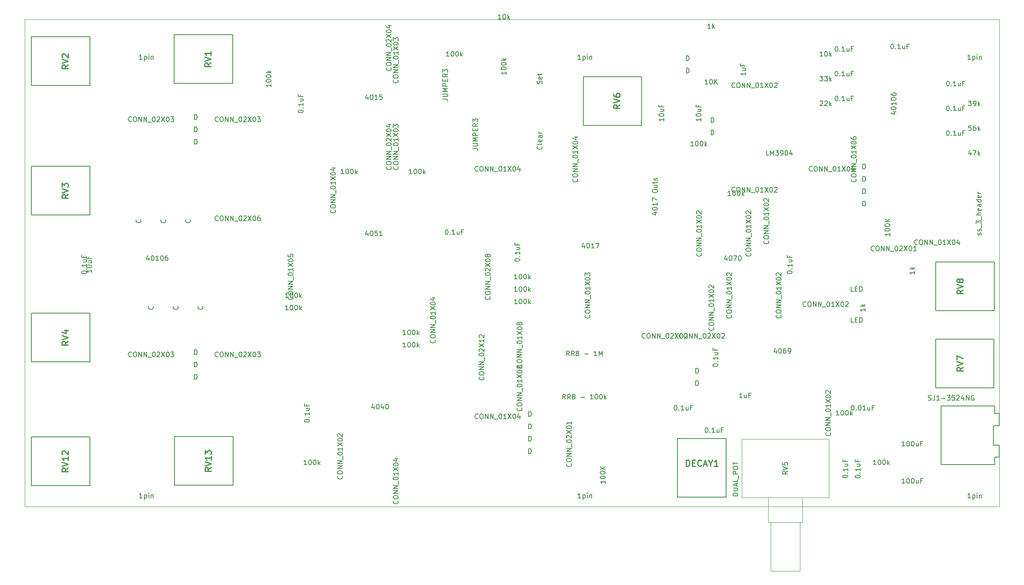
<source format=gbr>
%TF.GenerationSoftware,KiCad,Pcbnew,8.0.0*%
%TF.CreationDate,2024-08-21T17:37:21-06:00*%
%TF.ProjectId,logic_noise_playground,6c6f6769-635f-46e6-9f69-73655f706c61,rev?*%
%TF.SameCoordinates,Original*%
%TF.FileFunction,AssemblyDrawing,Top*%
%FSLAX46Y46*%
G04 Gerber Fmt 4.6, Leading zero omitted, Abs format (unit mm)*
G04 Created by KiCad (PCBNEW 8.0.0) date 2024-08-21 17:37:21*
%MOMM*%
%LPD*%
G01*
G04 APERTURE LIST*
%ADD10C,0.150000*%
%ADD11C,0.254000*%
%ADD12C,0.200000*%
%ADD13C,0.100000*%
%ADD14C,0.127000*%
%TA.AperFunction,Profile*%
%ADD15C,0.100000*%
%TD*%
%TA.AperFunction,Profile*%
%ADD16C,0.010000*%
%TD*%
G04 APERTURE END LIST*
D10*
X66399580Y-108910476D02*
X66447200Y-108958095D01*
X66447200Y-108958095D02*
X66494819Y-109100952D01*
X66494819Y-109100952D02*
X66494819Y-109196190D01*
X66494819Y-109196190D02*
X66447200Y-109339047D01*
X66447200Y-109339047D02*
X66351961Y-109434285D01*
X66351961Y-109434285D02*
X66256723Y-109481904D01*
X66256723Y-109481904D02*
X66066247Y-109529523D01*
X66066247Y-109529523D02*
X65923390Y-109529523D01*
X65923390Y-109529523D02*
X65732914Y-109481904D01*
X65732914Y-109481904D02*
X65637676Y-109434285D01*
X65637676Y-109434285D02*
X65542438Y-109339047D01*
X65542438Y-109339047D02*
X65494819Y-109196190D01*
X65494819Y-109196190D02*
X65494819Y-109100952D01*
X65494819Y-109100952D02*
X65542438Y-108958095D01*
X65542438Y-108958095D02*
X65590057Y-108910476D01*
X68939580Y-91130476D02*
X68987200Y-91178095D01*
X68987200Y-91178095D02*
X69034819Y-91320952D01*
X69034819Y-91320952D02*
X69034819Y-91416190D01*
X69034819Y-91416190D02*
X68987200Y-91559047D01*
X68987200Y-91559047D02*
X68891961Y-91654285D01*
X68891961Y-91654285D02*
X68796723Y-91701904D01*
X68796723Y-91701904D02*
X68606247Y-91749523D01*
X68606247Y-91749523D02*
X68463390Y-91749523D01*
X68463390Y-91749523D02*
X68272914Y-91701904D01*
X68272914Y-91701904D02*
X68177676Y-91654285D01*
X68177676Y-91654285D02*
X68082438Y-91559047D01*
X68082438Y-91559047D02*
X68034819Y-91416190D01*
X68034819Y-91416190D02*
X68034819Y-91320952D01*
X68034819Y-91320952D02*
X68082438Y-91178095D01*
X68082438Y-91178095D02*
X68130057Y-91130476D01*
X63859580Y-91130476D02*
X63907200Y-91178095D01*
X63907200Y-91178095D02*
X63954819Y-91320952D01*
X63954819Y-91320952D02*
X63954819Y-91416190D01*
X63954819Y-91416190D02*
X63907200Y-91559047D01*
X63907200Y-91559047D02*
X63811961Y-91654285D01*
X63811961Y-91654285D02*
X63716723Y-91701904D01*
X63716723Y-91701904D02*
X63526247Y-91749523D01*
X63526247Y-91749523D02*
X63383390Y-91749523D01*
X63383390Y-91749523D02*
X63192914Y-91701904D01*
X63192914Y-91701904D02*
X63097676Y-91654285D01*
X63097676Y-91654285D02*
X63002438Y-91559047D01*
X63002438Y-91559047D02*
X62954819Y-91416190D01*
X62954819Y-91416190D02*
X62954819Y-91320952D01*
X62954819Y-91320952D02*
X63002438Y-91178095D01*
X63002438Y-91178095D02*
X63050057Y-91130476D01*
X71479580Y-108910476D02*
X71527200Y-108958095D01*
X71527200Y-108958095D02*
X71574819Y-109100952D01*
X71574819Y-109100952D02*
X71574819Y-109196190D01*
X71574819Y-109196190D02*
X71527200Y-109339047D01*
X71527200Y-109339047D02*
X71431961Y-109434285D01*
X71431961Y-109434285D02*
X71336723Y-109481904D01*
X71336723Y-109481904D02*
X71146247Y-109529523D01*
X71146247Y-109529523D02*
X71003390Y-109529523D01*
X71003390Y-109529523D02*
X70812914Y-109481904D01*
X70812914Y-109481904D02*
X70717676Y-109434285D01*
X70717676Y-109434285D02*
X70622438Y-109339047D01*
X70622438Y-109339047D02*
X70574819Y-109196190D01*
X70574819Y-109196190D02*
X70574819Y-109100952D01*
X70574819Y-109100952D02*
X70622438Y-108958095D01*
X70622438Y-108958095D02*
X70670057Y-108910476D01*
X58779580Y-91130476D02*
X58827200Y-91178095D01*
X58827200Y-91178095D02*
X58874819Y-91320952D01*
X58874819Y-91320952D02*
X58874819Y-91416190D01*
X58874819Y-91416190D02*
X58827200Y-91559047D01*
X58827200Y-91559047D02*
X58731961Y-91654285D01*
X58731961Y-91654285D02*
X58636723Y-91701904D01*
X58636723Y-91701904D02*
X58446247Y-91749523D01*
X58446247Y-91749523D02*
X58303390Y-91749523D01*
X58303390Y-91749523D02*
X58112914Y-91701904D01*
X58112914Y-91701904D02*
X58017676Y-91654285D01*
X58017676Y-91654285D02*
X57922438Y-91559047D01*
X57922438Y-91559047D02*
X57874819Y-91416190D01*
X57874819Y-91416190D02*
X57874819Y-91320952D01*
X57874819Y-91320952D02*
X57922438Y-91178095D01*
X57922438Y-91178095D02*
X57970057Y-91130476D01*
X61319580Y-108910476D02*
X61367200Y-108958095D01*
X61367200Y-108958095D02*
X61414819Y-109100952D01*
X61414819Y-109100952D02*
X61414819Y-109196190D01*
X61414819Y-109196190D02*
X61367200Y-109339047D01*
X61367200Y-109339047D02*
X61271961Y-109434285D01*
X61271961Y-109434285D02*
X61176723Y-109481904D01*
X61176723Y-109481904D02*
X60986247Y-109529523D01*
X60986247Y-109529523D02*
X60843390Y-109529523D01*
X60843390Y-109529523D02*
X60652914Y-109481904D01*
X60652914Y-109481904D02*
X60557676Y-109434285D01*
X60557676Y-109434285D02*
X60462438Y-109339047D01*
X60462438Y-109339047D02*
X60414819Y-109196190D01*
X60414819Y-109196190D02*
X60414819Y-109100952D01*
X60414819Y-109100952D02*
X60462438Y-108958095D01*
X60462438Y-108958095D02*
X60510057Y-108910476D01*
X201557143Y-55588819D02*
X201652381Y-55588819D01*
X201652381Y-55588819D02*
X201747619Y-55636438D01*
X201747619Y-55636438D02*
X201795238Y-55684057D01*
X201795238Y-55684057D02*
X201842857Y-55779295D01*
X201842857Y-55779295D02*
X201890476Y-55969771D01*
X201890476Y-55969771D02*
X201890476Y-56207866D01*
X201890476Y-56207866D02*
X201842857Y-56398342D01*
X201842857Y-56398342D02*
X201795238Y-56493580D01*
X201795238Y-56493580D02*
X201747619Y-56541200D01*
X201747619Y-56541200D02*
X201652381Y-56588819D01*
X201652381Y-56588819D02*
X201557143Y-56588819D01*
X201557143Y-56588819D02*
X201461905Y-56541200D01*
X201461905Y-56541200D02*
X201414286Y-56493580D01*
X201414286Y-56493580D02*
X201366667Y-56398342D01*
X201366667Y-56398342D02*
X201319048Y-56207866D01*
X201319048Y-56207866D02*
X201319048Y-55969771D01*
X201319048Y-55969771D02*
X201366667Y-55779295D01*
X201366667Y-55779295D02*
X201414286Y-55684057D01*
X201414286Y-55684057D02*
X201461905Y-55636438D01*
X201461905Y-55636438D02*
X201557143Y-55588819D01*
X202319048Y-56493580D02*
X202366667Y-56541200D01*
X202366667Y-56541200D02*
X202319048Y-56588819D01*
X202319048Y-56588819D02*
X202271429Y-56541200D01*
X202271429Y-56541200D02*
X202319048Y-56493580D01*
X202319048Y-56493580D02*
X202319048Y-56588819D01*
X203319047Y-56588819D02*
X202747619Y-56588819D01*
X203033333Y-56588819D02*
X203033333Y-55588819D01*
X203033333Y-55588819D02*
X202938095Y-55731676D01*
X202938095Y-55731676D02*
X202842857Y-55826914D01*
X202842857Y-55826914D02*
X202747619Y-55874533D01*
X204176190Y-55922152D02*
X204176190Y-56588819D01*
X203747619Y-55922152D02*
X203747619Y-56445961D01*
X203747619Y-56445961D02*
X203795238Y-56541200D01*
X203795238Y-56541200D02*
X203890476Y-56588819D01*
X203890476Y-56588819D02*
X204033333Y-56588819D01*
X204033333Y-56588819D02*
X204128571Y-56541200D01*
X204128571Y-56541200D02*
X204176190Y-56493580D01*
X204985714Y-56065009D02*
X204652381Y-56065009D01*
X204652381Y-56588819D02*
X204652381Y-55588819D01*
X204652381Y-55588819D02*
X205128571Y-55588819D01*
X201557143Y-60668819D02*
X201652381Y-60668819D01*
X201652381Y-60668819D02*
X201747619Y-60716438D01*
X201747619Y-60716438D02*
X201795238Y-60764057D01*
X201795238Y-60764057D02*
X201842857Y-60859295D01*
X201842857Y-60859295D02*
X201890476Y-61049771D01*
X201890476Y-61049771D02*
X201890476Y-61287866D01*
X201890476Y-61287866D02*
X201842857Y-61478342D01*
X201842857Y-61478342D02*
X201795238Y-61573580D01*
X201795238Y-61573580D02*
X201747619Y-61621200D01*
X201747619Y-61621200D02*
X201652381Y-61668819D01*
X201652381Y-61668819D02*
X201557143Y-61668819D01*
X201557143Y-61668819D02*
X201461905Y-61621200D01*
X201461905Y-61621200D02*
X201414286Y-61573580D01*
X201414286Y-61573580D02*
X201366667Y-61478342D01*
X201366667Y-61478342D02*
X201319048Y-61287866D01*
X201319048Y-61287866D02*
X201319048Y-61049771D01*
X201319048Y-61049771D02*
X201366667Y-60859295D01*
X201366667Y-60859295D02*
X201414286Y-60764057D01*
X201414286Y-60764057D02*
X201461905Y-60716438D01*
X201461905Y-60716438D02*
X201557143Y-60668819D01*
X202319048Y-61573580D02*
X202366667Y-61621200D01*
X202366667Y-61621200D02*
X202319048Y-61668819D01*
X202319048Y-61668819D02*
X202271429Y-61621200D01*
X202271429Y-61621200D02*
X202319048Y-61573580D01*
X202319048Y-61573580D02*
X202319048Y-61668819D01*
X203319047Y-61668819D02*
X202747619Y-61668819D01*
X203033333Y-61668819D02*
X203033333Y-60668819D01*
X203033333Y-60668819D02*
X202938095Y-60811676D01*
X202938095Y-60811676D02*
X202842857Y-60906914D01*
X202842857Y-60906914D02*
X202747619Y-60954533D01*
X204176190Y-61002152D02*
X204176190Y-61668819D01*
X203747619Y-61002152D02*
X203747619Y-61525961D01*
X203747619Y-61525961D02*
X203795238Y-61621200D01*
X203795238Y-61621200D02*
X203890476Y-61668819D01*
X203890476Y-61668819D02*
X204033333Y-61668819D01*
X204033333Y-61668819D02*
X204128571Y-61621200D01*
X204128571Y-61621200D02*
X204176190Y-61573580D01*
X204985714Y-61145009D02*
X204652381Y-61145009D01*
X204652381Y-61668819D02*
X204652381Y-60668819D01*
X204652381Y-60668819D02*
X205128571Y-60668819D01*
X201557143Y-65748819D02*
X201652381Y-65748819D01*
X201652381Y-65748819D02*
X201747619Y-65796438D01*
X201747619Y-65796438D02*
X201795238Y-65844057D01*
X201795238Y-65844057D02*
X201842857Y-65939295D01*
X201842857Y-65939295D02*
X201890476Y-66129771D01*
X201890476Y-66129771D02*
X201890476Y-66367866D01*
X201890476Y-66367866D02*
X201842857Y-66558342D01*
X201842857Y-66558342D02*
X201795238Y-66653580D01*
X201795238Y-66653580D02*
X201747619Y-66701200D01*
X201747619Y-66701200D02*
X201652381Y-66748819D01*
X201652381Y-66748819D02*
X201557143Y-66748819D01*
X201557143Y-66748819D02*
X201461905Y-66701200D01*
X201461905Y-66701200D02*
X201414286Y-66653580D01*
X201414286Y-66653580D02*
X201366667Y-66558342D01*
X201366667Y-66558342D02*
X201319048Y-66367866D01*
X201319048Y-66367866D02*
X201319048Y-66129771D01*
X201319048Y-66129771D02*
X201366667Y-65939295D01*
X201366667Y-65939295D02*
X201414286Y-65844057D01*
X201414286Y-65844057D02*
X201461905Y-65796438D01*
X201461905Y-65796438D02*
X201557143Y-65748819D01*
X202319048Y-66653580D02*
X202366667Y-66701200D01*
X202366667Y-66701200D02*
X202319048Y-66748819D01*
X202319048Y-66748819D02*
X202271429Y-66701200D01*
X202271429Y-66701200D02*
X202319048Y-66653580D01*
X202319048Y-66653580D02*
X202319048Y-66748819D01*
X203319047Y-66748819D02*
X202747619Y-66748819D01*
X203033333Y-66748819D02*
X203033333Y-65748819D01*
X203033333Y-65748819D02*
X202938095Y-65891676D01*
X202938095Y-65891676D02*
X202842857Y-65986914D01*
X202842857Y-65986914D02*
X202747619Y-66034533D01*
X204176190Y-66082152D02*
X204176190Y-66748819D01*
X203747619Y-66082152D02*
X203747619Y-66605961D01*
X203747619Y-66605961D02*
X203795238Y-66701200D01*
X203795238Y-66701200D02*
X203890476Y-66748819D01*
X203890476Y-66748819D02*
X204033333Y-66748819D01*
X204033333Y-66748819D02*
X204128571Y-66701200D01*
X204128571Y-66701200D02*
X204176190Y-66653580D01*
X204985714Y-66225009D02*
X204652381Y-66225009D01*
X204652381Y-66748819D02*
X204652381Y-65748819D01*
X204652381Y-65748819D02*
X205128571Y-65748819D01*
X224417143Y-72860819D02*
X224512381Y-72860819D01*
X224512381Y-72860819D02*
X224607619Y-72908438D01*
X224607619Y-72908438D02*
X224655238Y-72956057D01*
X224655238Y-72956057D02*
X224702857Y-73051295D01*
X224702857Y-73051295D02*
X224750476Y-73241771D01*
X224750476Y-73241771D02*
X224750476Y-73479866D01*
X224750476Y-73479866D02*
X224702857Y-73670342D01*
X224702857Y-73670342D02*
X224655238Y-73765580D01*
X224655238Y-73765580D02*
X224607619Y-73813200D01*
X224607619Y-73813200D02*
X224512381Y-73860819D01*
X224512381Y-73860819D02*
X224417143Y-73860819D01*
X224417143Y-73860819D02*
X224321905Y-73813200D01*
X224321905Y-73813200D02*
X224274286Y-73765580D01*
X224274286Y-73765580D02*
X224226667Y-73670342D01*
X224226667Y-73670342D02*
X224179048Y-73479866D01*
X224179048Y-73479866D02*
X224179048Y-73241771D01*
X224179048Y-73241771D02*
X224226667Y-73051295D01*
X224226667Y-73051295D02*
X224274286Y-72956057D01*
X224274286Y-72956057D02*
X224321905Y-72908438D01*
X224321905Y-72908438D02*
X224417143Y-72860819D01*
X225179048Y-73765580D02*
X225226667Y-73813200D01*
X225226667Y-73813200D02*
X225179048Y-73860819D01*
X225179048Y-73860819D02*
X225131429Y-73813200D01*
X225131429Y-73813200D02*
X225179048Y-73765580D01*
X225179048Y-73765580D02*
X225179048Y-73860819D01*
X226179047Y-73860819D02*
X225607619Y-73860819D01*
X225893333Y-73860819D02*
X225893333Y-72860819D01*
X225893333Y-72860819D02*
X225798095Y-73003676D01*
X225798095Y-73003676D02*
X225702857Y-73098914D01*
X225702857Y-73098914D02*
X225607619Y-73146533D01*
X227036190Y-73194152D02*
X227036190Y-73860819D01*
X226607619Y-73194152D02*
X226607619Y-73717961D01*
X226607619Y-73717961D02*
X226655238Y-73813200D01*
X226655238Y-73813200D02*
X226750476Y-73860819D01*
X226750476Y-73860819D02*
X226893333Y-73860819D01*
X226893333Y-73860819D02*
X226988571Y-73813200D01*
X226988571Y-73813200D02*
X227036190Y-73765580D01*
X227845714Y-73337009D02*
X227512381Y-73337009D01*
X227512381Y-73860819D02*
X227512381Y-72860819D01*
X227512381Y-72860819D02*
X227988571Y-72860819D01*
X224417143Y-67780819D02*
X224512381Y-67780819D01*
X224512381Y-67780819D02*
X224607619Y-67828438D01*
X224607619Y-67828438D02*
X224655238Y-67876057D01*
X224655238Y-67876057D02*
X224702857Y-67971295D01*
X224702857Y-67971295D02*
X224750476Y-68161771D01*
X224750476Y-68161771D02*
X224750476Y-68399866D01*
X224750476Y-68399866D02*
X224702857Y-68590342D01*
X224702857Y-68590342D02*
X224655238Y-68685580D01*
X224655238Y-68685580D02*
X224607619Y-68733200D01*
X224607619Y-68733200D02*
X224512381Y-68780819D01*
X224512381Y-68780819D02*
X224417143Y-68780819D01*
X224417143Y-68780819D02*
X224321905Y-68733200D01*
X224321905Y-68733200D02*
X224274286Y-68685580D01*
X224274286Y-68685580D02*
X224226667Y-68590342D01*
X224226667Y-68590342D02*
X224179048Y-68399866D01*
X224179048Y-68399866D02*
X224179048Y-68161771D01*
X224179048Y-68161771D02*
X224226667Y-67971295D01*
X224226667Y-67971295D02*
X224274286Y-67876057D01*
X224274286Y-67876057D02*
X224321905Y-67828438D01*
X224321905Y-67828438D02*
X224417143Y-67780819D01*
X225179048Y-68685580D02*
X225226667Y-68733200D01*
X225226667Y-68733200D02*
X225179048Y-68780819D01*
X225179048Y-68780819D02*
X225131429Y-68733200D01*
X225131429Y-68733200D02*
X225179048Y-68685580D01*
X225179048Y-68685580D02*
X225179048Y-68780819D01*
X226179047Y-68780819D02*
X225607619Y-68780819D01*
X225893333Y-68780819D02*
X225893333Y-67780819D01*
X225893333Y-67780819D02*
X225798095Y-67923676D01*
X225798095Y-67923676D02*
X225702857Y-68018914D01*
X225702857Y-68018914D02*
X225607619Y-68066533D01*
X227036190Y-68114152D02*
X227036190Y-68780819D01*
X226607619Y-68114152D02*
X226607619Y-68637961D01*
X226607619Y-68637961D02*
X226655238Y-68733200D01*
X226655238Y-68733200D02*
X226750476Y-68780819D01*
X226750476Y-68780819D02*
X226893333Y-68780819D01*
X226893333Y-68780819D02*
X226988571Y-68733200D01*
X226988571Y-68733200D02*
X227036190Y-68685580D01*
X227845714Y-68257009D02*
X227512381Y-68257009D01*
X227512381Y-68780819D02*
X227512381Y-67780819D01*
X227512381Y-67780819D02*
X227988571Y-67780819D01*
X224417143Y-62700819D02*
X224512381Y-62700819D01*
X224512381Y-62700819D02*
X224607619Y-62748438D01*
X224607619Y-62748438D02*
X224655238Y-62796057D01*
X224655238Y-62796057D02*
X224702857Y-62891295D01*
X224702857Y-62891295D02*
X224750476Y-63081771D01*
X224750476Y-63081771D02*
X224750476Y-63319866D01*
X224750476Y-63319866D02*
X224702857Y-63510342D01*
X224702857Y-63510342D02*
X224655238Y-63605580D01*
X224655238Y-63605580D02*
X224607619Y-63653200D01*
X224607619Y-63653200D02*
X224512381Y-63700819D01*
X224512381Y-63700819D02*
X224417143Y-63700819D01*
X224417143Y-63700819D02*
X224321905Y-63653200D01*
X224321905Y-63653200D02*
X224274286Y-63605580D01*
X224274286Y-63605580D02*
X224226667Y-63510342D01*
X224226667Y-63510342D02*
X224179048Y-63319866D01*
X224179048Y-63319866D02*
X224179048Y-63081771D01*
X224179048Y-63081771D02*
X224226667Y-62891295D01*
X224226667Y-62891295D02*
X224274286Y-62796057D01*
X224274286Y-62796057D02*
X224321905Y-62748438D01*
X224321905Y-62748438D02*
X224417143Y-62700819D01*
X225179048Y-63605580D02*
X225226667Y-63653200D01*
X225226667Y-63653200D02*
X225179048Y-63700819D01*
X225179048Y-63700819D02*
X225131429Y-63653200D01*
X225131429Y-63653200D02*
X225179048Y-63605580D01*
X225179048Y-63605580D02*
X225179048Y-63700819D01*
X226179047Y-63700819D02*
X225607619Y-63700819D01*
X225893333Y-63700819D02*
X225893333Y-62700819D01*
X225893333Y-62700819D02*
X225798095Y-62843676D01*
X225798095Y-62843676D02*
X225702857Y-62938914D01*
X225702857Y-62938914D02*
X225607619Y-62986533D01*
X227036190Y-63034152D02*
X227036190Y-63700819D01*
X226607619Y-63034152D02*
X226607619Y-63557961D01*
X226607619Y-63557961D02*
X226655238Y-63653200D01*
X226655238Y-63653200D02*
X226750476Y-63700819D01*
X226750476Y-63700819D02*
X226893333Y-63700819D01*
X226893333Y-63700819D02*
X226988571Y-63653200D01*
X226988571Y-63653200D02*
X227036190Y-63605580D01*
X227845714Y-63177009D02*
X227512381Y-63177009D01*
X227512381Y-63700819D02*
X227512381Y-62700819D01*
X227512381Y-62700819D02*
X227988571Y-62700819D01*
X174887143Y-133820819D02*
X174982381Y-133820819D01*
X174982381Y-133820819D02*
X175077619Y-133868438D01*
X175077619Y-133868438D02*
X175125238Y-133916057D01*
X175125238Y-133916057D02*
X175172857Y-134011295D01*
X175172857Y-134011295D02*
X175220476Y-134201771D01*
X175220476Y-134201771D02*
X175220476Y-134439866D01*
X175220476Y-134439866D02*
X175172857Y-134630342D01*
X175172857Y-134630342D02*
X175125238Y-134725580D01*
X175125238Y-134725580D02*
X175077619Y-134773200D01*
X175077619Y-134773200D02*
X174982381Y-134820819D01*
X174982381Y-134820819D02*
X174887143Y-134820819D01*
X174887143Y-134820819D02*
X174791905Y-134773200D01*
X174791905Y-134773200D02*
X174744286Y-134725580D01*
X174744286Y-134725580D02*
X174696667Y-134630342D01*
X174696667Y-134630342D02*
X174649048Y-134439866D01*
X174649048Y-134439866D02*
X174649048Y-134201771D01*
X174649048Y-134201771D02*
X174696667Y-134011295D01*
X174696667Y-134011295D02*
X174744286Y-133916057D01*
X174744286Y-133916057D02*
X174791905Y-133868438D01*
X174791905Y-133868438D02*
X174887143Y-133820819D01*
X175649048Y-134725580D02*
X175696667Y-134773200D01*
X175696667Y-134773200D02*
X175649048Y-134820819D01*
X175649048Y-134820819D02*
X175601429Y-134773200D01*
X175601429Y-134773200D02*
X175649048Y-134725580D01*
X175649048Y-134725580D02*
X175649048Y-134820819D01*
X176649047Y-134820819D02*
X176077619Y-134820819D01*
X176363333Y-134820819D02*
X176363333Y-133820819D01*
X176363333Y-133820819D02*
X176268095Y-133963676D01*
X176268095Y-133963676D02*
X176172857Y-134058914D01*
X176172857Y-134058914D02*
X176077619Y-134106533D01*
X177506190Y-134154152D02*
X177506190Y-134820819D01*
X177077619Y-134154152D02*
X177077619Y-134677961D01*
X177077619Y-134677961D02*
X177125238Y-134773200D01*
X177125238Y-134773200D02*
X177220476Y-134820819D01*
X177220476Y-134820819D02*
X177363333Y-134820819D01*
X177363333Y-134820819D02*
X177458571Y-134773200D01*
X177458571Y-134773200D02*
X177506190Y-134725580D01*
X178315714Y-134297009D02*
X177982381Y-134297009D01*
X177982381Y-134820819D02*
X177982381Y-133820819D01*
X177982381Y-133820819D02*
X178458571Y-133820819D01*
X182953819Y-60920238D02*
X182953819Y-61491666D01*
X182953819Y-61205952D02*
X181953819Y-61205952D01*
X181953819Y-61205952D02*
X182096676Y-61301190D01*
X182096676Y-61301190D02*
X182191914Y-61396428D01*
X182191914Y-61396428D02*
X182239533Y-61491666D01*
X182287152Y-60063095D02*
X182953819Y-60063095D01*
X182287152Y-60491666D02*
X182810961Y-60491666D01*
X182810961Y-60491666D02*
X182906200Y-60444047D01*
X182906200Y-60444047D02*
X182953819Y-60348809D01*
X182953819Y-60348809D02*
X182953819Y-60205952D01*
X182953819Y-60205952D02*
X182906200Y-60110714D01*
X182906200Y-60110714D02*
X182858580Y-60063095D01*
X182430009Y-59253571D02*
X182430009Y-59586904D01*
X182953819Y-59586904D02*
X181953819Y-59586904D01*
X181953819Y-59586904D02*
X181953819Y-59110714D01*
X204890952Y-129248819D02*
X204986190Y-129248819D01*
X204986190Y-129248819D02*
X205081428Y-129296438D01*
X205081428Y-129296438D02*
X205129047Y-129344057D01*
X205129047Y-129344057D02*
X205176666Y-129439295D01*
X205176666Y-129439295D02*
X205224285Y-129629771D01*
X205224285Y-129629771D02*
X205224285Y-129867866D01*
X205224285Y-129867866D02*
X205176666Y-130058342D01*
X205176666Y-130058342D02*
X205129047Y-130153580D01*
X205129047Y-130153580D02*
X205081428Y-130201200D01*
X205081428Y-130201200D02*
X204986190Y-130248819D01*
X204986190Y-130248819D02*
X204890952Y-130248819D01*
X204890952Y-130248819D02*
X204795714Y-130201200D01*
X204795714Y-130201200D02*
X204748095Y-130153580D01*
X204748095Y-130153580D02*
X204700476Y-130058342D01*
X204700476Y-130058342D02*
X204652857Y-129867866D01*
X204652857Y-129867866D02*
X204652857Y-129629771D01*
X204652857Y-129629771D02*
X204700476Y-129439295D01*
X204700476Y-129439295D02*
X204748095Y-129344057D01*
X204748095Y-129344057D02*
X204795714Y-129296438D01*
X204795714Y-129296438D02*
X204890952Y-129248819D01*
X205652857Y-130153580D02*
X205700476Y-130201200D01*
X205700476Y-130201200D02*
X205652857Y-130248819D01*
X205652857Y-130248819D02*
X205605238Y-130201200D01*
X205605238Y-130201200D02*
X205652857Y-130153580D01*
X205652857Y-130153580D02*
X205652857Y-130248819D01*
X206319523Y-129248819D02*
X206414761Y-129248819D01*
X206414761Y-129248819D02*
X206509999Y-129296438D01*
X206509999Y-129296438D02*
X206557618Y-129344057D01*
X206557618Y-129344057D02*
X206605237Y-129439295D01*
X206605237Y-129439295D02*
X206652856Y-129629771D01*
X206652856Y-129629771D02*
X206652856Y-129867866D01*
X206652856Y-129867866D02*
X206605237Y-130058342D01*
X206605237Y-130058342D02*
X206557618Y-130153580D01*
X206557618Y-130153580D02*
X206509999Y-130201200D01*
X206509999Y-130201200D02*
X206414761Y-130248819D01*
X206414761Y-130248819D02*
X206319523Y-130248819D01*
X206319523Y-130248819D02*
X206224285Y-130201200D01*
X206224285Y-130201200D02*
X206176666Y-130153580D01*
X206176666Y-130153580D02*
X206129047Y-130058342D01*
X206129047Y-130058342D02*
X206081428Y-129867866D01*
X206081428Y-129867866D02*
X206081428Y-129629771D01*
X206081428Y-129629771D02*
X206129047Y-129439295D01*
X206129047Y-129439295D02*
X206176666Y-129344057D01*
X206176666Y-129344057D02*
X206224285Y-129296438D01*
X206224285Y-129296438D02*
X206319523Y-129248819D01*
X207605237Y-130248819D02*
X207033809Y-130248819D01*
X207319523Y-130248819D02*
X207319523Y-129248819D01*
X207319523Y-129248819D02*
X207224285Y-129391676D01*
X207224285Y-129391676D02*
X207129047Y-129486914D01*
X207129047Y-129486914D02*
X207033809Y-129534533D01*
X208462380Y-129582152D02*
X208462380Y-130248819D01*
X208033809Y-129582152D02*
X208033809Y-130105961D01*
X208033809Y-130105961D02*
X208081428Y-130201200D01*
X208081428Y-130201200D02*
X208176666Y-130248819D01*
X208176666Y-130248819D02*
X208319523Y-130248819D01*
X208319523Y-130248819D02*
X208414761Y-130201200D01*
X208414761Y-130201200D02*
X208462380Y-130153580D01*
X209271904Y-129725009D02*
X208938571Y-129725009D01*
X208938571Y-130248819D02*
X208938571Y-129248819D01*
X208938571Y-129248819D02*
X209414761Y-129248819D01*
X69842095Y-70558819D02*
X69842095Y-69558819D01*
X69842095Y-69558819D02*
X70080190Y-69558819D01*
X70080190Y-69558819D02*
X70223047Y-69606438D01*
X70223047Y-69606438D02*
X70318285Y-69701676D01*
X70318285Y-69701676D02*
X70365904Y-69796914D01*
X70365904Y-69796914D02*
X70413523Y-69987390D01*
X70413523Y-69987390D02*
X70413523Y-70130247D01*
X70413523Y-70130247D02*
X70365904Y-70320723D01*
X70365904Y-70320723D02*
X70318285Y-70415961D01*
X70318285Y-70415961D02*
X70223047Y-70511200D01*
X70223047Y-70511200D02*
X70080190Y-70558819D01*
X70080190Y-70558819D02*
X69842095Y-70558819D01*
X69842095Y-73098819D02*
X69842095Y-72098819D01*
X69842095Y-72098819D02*
X70080190Y-72098819D01*
X70080190Y-72098819D02*
X70223047Y-72146438D01*
X70223047Y-72146438D02*
X70318285Y-72241676D01*
X70318285Y-72241676D02*
X70365904Y-72336914D01*
X70365904Y-72336914D02*
X70413523Y-72527390D01*
X70413523Y-72527390D02*
X70413523Y-72670247D01*
X70413523Y-72670247D02*
X70365904Y-72860723D01*
X70365904Y-72860723D02*
X70318285Y-72955961D01*
X70318285Y-72955961D02*
X70223047Y-73051200D01*
X70223047Y-73051200D02*
X70080190Y-73098819D01*
X70080190Y-73098819D02*
X69842095Y-73098819D01*
X69842095Y-75638819D02*
X69842095Y-74638819D01*
X69842095Y-74638819D02*
X70080190Y-74638819D01*
X70080190Y-74638819D02*
X70223047Y-74686438D01*
X70223047Y-74686438D02*
X70318285Y-74781676D01*
X70318285Y-74781676D02*
X70365904Y-74876914D01*
X70365904Y-74876914D02*
X70413523Y-75067390D01*
X70413523Y-75067390D02*
X70413523Y-75210247D01*
X70413523Y-75210247D02*
X70365904Y-75400723D01*
X70365904Y-75400723D02*
X70318285Y-75495961D01*
X70318285Y-75495961D02*
X70223047Y-75591200D01*
X70223047Y-75591200D02*
X70080190Y-75638819D01*
X70080190Y-75638819D02*
X69842095Y-75638819D01*
X69842095Y-118818819D02*
X69842095Y-117818819D01*
X69842095Y-117818819D02*
X70080190Y-117818819D01*
X70080190Y-117818819D02*
X70223047Y-117866438D01*
X70223047Y-117866438D02*
X70318285Y-117961676D01*
X70318285Y-117961676D02*
X70365904Y-118056914D01*
X70365904Y-118056914D02*
X70413523Y-118247390D01*
X70413523Y-118247390D02*
X70413523Y-118390247D01*
X70413523Y-118390247D02*
X70365904Y-118580723D01*
X70365904Y-118580723D02*
X70318285Y-118675961D01*
X70318285Y-118675961D02*
X70223047Y-118771200D01*
X70223047Y-118771200D02*
X70080190Y-118818819D01*
X70080190Y-118818819D02*
X69842095Y-118818819D01*
X172712095Y-125168819D02*
X172712095Y-124168819D01*
X172712095Y-124168819D02*
X172950190Y-124168819D01*
X172950190Y-124168819D02*
X173093047Y-124216438D01*
X173093047Y-124216438D02*
X173188285Y-124311676D01*
X173188285Y-124311676D02*
X173235904Y-124406914D01*
X173235904Y-124406914D02*
X173283523Y-124597390D01*
X173283523Y-124597390D02*
X173283523Y-124740247D01*
X173283523Y-124740247D02*
X173235904Y-124930723D01*
X173235904Y-124930723D02*
X173188285Y-125025961D01*
X173188285Y-125025961D02*
X173093047Y-125121200D01*
X173093047Y-125121200D02*
X172950190Y-125168819D01*
X172950190Y-125168819D02*
X172712095Y-125168819D01*
X172712095Y-122628819D02*
X172712095Y-121628819D01*
X172712095Y-121628819D02*
X172950190Y-121628819D01*
X172950190Y-121628819D02*
X173093047Y-121676438D01*
X173093047Y-121676438D02*
X173188285Y-121771676D01*
X173188285Y-121771676D02*
X173235904Y-121866914D01*
X173235904Y-121866914D02*
X173283523Y-122057390D01*
X173283523Y-122057390D02*
X173283523Y-122200247D01*
X173283523Y-122200247D02*
X173235904Y-122390723D01*
X173235904Y-122390723D02*
X173188285Y-122485961D01*
X173188285Y-122485961D02*
X173093047Y-122581200D01*
X173093047Y-122581200D02*
X172950190Y-122628819D01*
X172950190Y-122628819D02*
X172712095Y-122628819D01*
D11*
X170734523Y-141704318D02*
X170734523Y-140434318D01*
X170734523Y-140434318D02*
X171036904Y-140434318D01*
X171036904Y-140434318D02*
X171218333Y-140494794D01*
X171218333Y-140494794D02*
X171339285Y-140615746D01*
X171339285Y-140615746D02*
X171399762Y-140736699D01*
X171399762Y-140736699D02*
X171460238Y-140978603D01*
X171460238Y-140978603D02*
X171460238Y-141160032D01*
X171460238Y-141160032D02*
X171399762Y-141401937D01*
X171399762Y-141401937D02*
X171339285Y-141522889D01*
X171339285Y-141522889D02*
X171218333Y-141643842D01*
X171218333Y-141643842D02*
X171036904Y-141704318D01*
X171036904Y-141704318D02*
X170734523Y-141704318D01*
X172004523Y-141039080D02*
X172427857Y-141039080D01*
X172609285Y-141704318D02*
X172004523Y-141704318D01*
X172004523Y-141704318D02*
X172004523Y-140434318D01*
X172004523Y-140434318D02*
X172609285Y-140434318D01*
X173879286Y-141583365D02*
X173818810Y-141643842D01*
X173818810Y-141643842D02*
X173637381Y-141704318D01*
X173637381Y-141704318D02*
X173516429Y-141704318D01*
X173516429Y-141704318D02*
X173335000Y-141643842D01*
X173335000Y-141643842D02*
X173214048Y-141522889D01*
X173214048Y-141522889D02*
X173153571Y-141401937D01*
X173153571Y-141401937D02*
X173093095Y-141160032D01*
X173093095Y-141160032D02*
X173093095Y-140978603D01*
X173093095Y-140978603D02*
X173153571Y-140736699D01*
X173153571Y-140736699D02*
X173214048Y-140615746D01*
X173214048Y-140615746D02*
X173335000Y-140494794D01*
X173335000Y-140494794D02*
X173516429Y-140434318D01*
X173516429Y-140434318D02*
X173637381Y-140434318D01*
X173637381Y-140434318D02*
X173818810Y-140494794D01*
X173818810Y-140494794D02*
X173879286Y-140555270D01*
X174363095Y-141341461D02*
X174967857Y-141341461D01*
X174242143Y-141704318D02*
X174665476Y-140434318D01*
X174665476Y-140434318D02*
X175088810Y-141704318D01*
X175754047Y-141099556D02*
X175754047Y-141704318D01*
X175330714Y-140434318D02*
X175754047Y-141099556D01*
X175754047Y-141099556D02*
X176177381Y-140434318D01*
X177265952Y-141704318D02*
X176540237Y-141704318D01*
X176903094Y-141704318D02*
X176903094Y-140434318D01*
X176903094Y-140434318D02*
X176782142Y-140615746D01*
X176782142Y-140615746D02*
X176661190Y-140736699D01*
X176661190Y-140736699D02*
X176540237Y-140797175D01*
D10*
X74716190Y-91239580D02*
X74668571Y-91287200D01*
X74668571Y-91287200D02*
X74525714Y-91334819D01*
X74525714Y-91334819D02*
X74430476Y-91334819D01*
X74430476Y-91334819D02*
X74287619Y-91287200D01*
X74287619Y-91287200D02*
X74192381Y-91191961D01*
X74192381Y-91191961D02*
X74144762Y-91096723D01*
X74144762Y-91096723D02*
X74097143Y-90906247D01*
X74097143Y-90906247D02*
X74097143Y-90763390D01*
X74097143Y-90763390D02*
X74144762Y-90572914D01*
X74144762Y-90572914D02*
X74192381Y-90477676D01*
X74192381Y-90477676D02*
X74287619Y-90382438D01*
X74287619Y-90382438D02*
X74430476Y-90334819D01*
X74430476Y-90334819D02*
X74525714Y-90334819D01*
X74525714Y-90334819D02*
X74668571Y-90382438D01*
X74668571Y-90382438D02*
X74716190Y-90430057D01*
X75335238Y-90334819D02*
X75525714Y-90334819D01*
X75525714Y-90334819D02*
X75620952Y-90382438D01*
X75620952Y-90382438D02*
X75716190Y-90477676D01*
X75716190Y-90477676D02*
X75763809Y-90668152D01*
X75763809Y-90668152D02*
X75763809Y-91001485D01*
X75763809Y-91001485D02*
X75716190Y-91191961D01*
X75716190Y-91191961D02*
X75620952Y-91287200D01*
X75620952Y-91287200D02*
X75525714Y-91334819D01*
X75525714Y-91334819D02*
X75335238Y-91334819D01*
X75335238Y-91334819D02*
X75240000Y-91287200D01*
X75240000Y-91287200D02*
X75144762Y-91191961D01*
X75144762Y-91191961D02*
X75097143Y-91001485D01*
X75097143Y-91001485D02*
X75097143Y-90668152D01*
X75097143Y-90668152D02*
X75144762Y-90477676D01*
X75144762Y-90477676D02*
X75240000Y-90382438D01*
X75240000Y-90382438D02*
X75335238Y-90334819D01*
X76192381Y-91334819D02*
X76192381Y-90334819D01*
X76192381Y-90334819D02*
X76763809Y-91334819D01*
X76763809Y-91334819D02*
X76763809Y-90334819D01*
X77240000Y-91334819D02*
X77240000Y-90334819D01*
X77240000Y-90334819D02*
X77811428Y-91334819D01*
X77811428Y-91334819D02*
X77811428Y-90334819D01*
X78049524Y-91430057D02*
X78811428Y-91430057D01*
X79240000Y-90334819D02*
X79335238Y-90334819D01*
X79335238Y-90334819D02*
X79430476Y-90382438D01*
X79430476Y-90382438D02*
X79478095Y-90430057D01*
X79478095Y-90430057D02*
X79525714Y-90525295D01*
X79525714Y-90525295D02*
X79573333Y-90715771D01*
X79573333Y-90715771D02*
X79573333Y-90953866D01*
X79573333Y-90953866D02*
X79525714Y-91144342D01*
X79525714Y-91144342D02*
X79478095Y-91239580D01*
X79478095Y-91239580D02*
X79430476Y-91287200D01*
X79430476Y-91287200D02*
X79335238Y-91334819D01*
X79335238Y-91334819D02*
X79240000Y-91334819D01*
X79240000Y-91334819D02*
X79144762Y-91287200D01*
X79144762Y-91287200D02*
X79097143Y-91239580D01*
X79097143Y-91239580D02*
X79049524Y-91144342D01*
X79049524Y-91144342D02*
X79001905Y-90953866D01*
X79001905Y-90953866D02*
X79001905Y-90715771D01*
X79001905Y-90715771D02*
X79049524Y-90525295D01*
X79049524Y-90525295D02*
X79097143Y-90430057D01*
X79097143Y-90430057D02*
X79144762Y-90382438D01*
X79144762Y-90382438D02*
X79240000Y-90334819D01*
X79954286Y-90430057D02*
X80001905Y-90382438D01*
X80001905Y-90382438D02*
X80097143Y-90334819D01*
X80097143Y-90334819D02*
X80335238Y-90334819D01*
X80335238Y-90334819D02*
X80430476Y-90382438D01*
X80430476Y-90382438D02*
X80478095Y-90430057D01*
X80478095Y-90430057D02*
X80525714Y-90525295D01*
X80525714Y-90525295D02*
X80525714Y-90620533D01*
X80525714Y-90620533D02*
X80478095Y-90763390D01*
X80478095Y-90763390D02*
X79906667Y-91334819D01*
X79906667Y-91334819D02*
X80525714Y-91334819D01*
X80859048Y-90334819D02*
X81525714Y-91334819D01*
X81525714Y-90334819D02*
X80859048Y-91334819D01*
X82097143Y-90334819D02*
X82192381Y-90334819D01*
X82192381Y-90334819D02*
X82287619Y-90382438D01*
X82287619Y-90382438D02*
X82335238Y-90430057D01*
X82335238Y-90430057D02*
X82382857Y-90525295D01*
X82382857Y-90525295D02*
X82430476Y-90715771D01*
X82430476Y-90715771D02*
X82430476Y-90953866D01*
X82430476Y-90953866D02*
X82382857Y-91144342D01*
X82382857Y-91144342D02*
X82335238Y-91239580D01*
X82335238Y-91239580D02*
X82287619Y-91287200D01*
X82287619Y-91287200D02*
X82192381Y-91334819D01*
X82192381Y-91334819D02*
X82097143Y-91334819D01*
X82097143Y-91334819D02*
X82001905Y-91287200D01*
X82001905Y-91287200D02*
X81954286Y-91239580D01*
X81954286Y-91239580D02*
X81906667Y-91144342D01*
X81906667Y-91144342D02*
X81859048Y-90953866D01*
X81859048Y-90953866D02*
X81859048Y-90715771D01*
X81859048Y-90715771D02*
X81906667Y-90525295D01*
X81906667Y-90525295D02*
X81954286Y-90430057D01*
X81954286Y-90430057D02*
X82001905Y-90382438D01*
X82001905Y-90382438D02*
X82097143Y-90334819D01*
X83287619Y-90334819D02*
X83097143Y-90334819D01*
X83097143Y-90334819D02*
X83001905Y-90382438D01*
X83001905Y-90382438D02*
X82954286Y-90430057D01*
X82954286Y-90430057D02*
X82859048Y-90572914D01*
X82859048Y-90572914D02*
X82811429Y-90763390D01*
X82811429Y-90763390D02*
X82811429Y-91144342D01*
X82811429Y-91144342D02*
X82859048Y-91239580D01*
X82859048Y-91239580D02*
X82906667Y-91287200D01*
X82906667Y-91287200D02*
X83001905Y-91334819D01*
X83001905Y-91334819D02*
X83192381Y-91334819D01*
X83192381Y-91334819D02*
X83287619Y-91287200D01*
X83287619Y-91287200D02*
X83335238Y-91239580D01*
X83335238Y-91239580D02*
X83382857Y-91144342D01*
X83382857Y-91144342D02*
X83382857Y-90906247D01*
X83382857Y-90906247D02*
X83335238Y-90811009D01*
X83335238Y-90811009D02*
X83287619Y-90763390D01*
X83287619Y-90763390D02*
X83192381Y-90715771D01*
X83192381Y-90715771D02*
X83001905Y-90715771D01*
X83001905Y-90715771D02*
X82906667Y-90763390D01*
X82906667Y-90763390D02*
X82859048Y-90811009D01*
X82859048Y-90811009D02*
X82811429Y-90906247D01*
X164178152Y-89645714D02*
X164844819Y-89645714D01*
X163797200Y-89883809D02*
X164511485Y-90121904D01*
X164511485Y-90121904D02*
X164511485Y-89502857D01*
X163844819Y-88931428D02*
X163844819Y-88836190D01*
X163844819Y-88836190D02*
X163892438Y-88740952D01*
X163892438Y-88740952D02*
X163940057Y-88693333D01*
X163940057Y-88693333D02*
X164035295Y-88645714D01*
X164035295Y-88645714D02*
X164225771Y-88598095D01*
X164225771Y-88598095D02*
X164463866Y-88598095D01*
X164463866Y-88598095D02*
X164654342Y-88645714D01*
X164654342Y-88645714D02*
X164749580Y-88693333D01*
X164749580Y-88693333D02*
X164797200Y-88740952D01*
X164797200Y-88740952D02*
X164844819Y-88836190D01*
X164844819Y-88836190D02*
X164844819Y-88931428D01*
X164844819Y-88931428D02*
X164797200Y-89026666D01*
X164797200Y-89026666D02*
X164749580Y-89074285D01*
X164749580Y-89074285D02*
X164654342Y-89121904D01*
X164654342Y-89121904D02*
X164463866Y-89169523D01*
X164463866Y-89169523D02*
X164225771Y-89169523D01*
X164225771Y-89169523D02*
X164035295Y-89121904D01*
X164035295Y-89121904D02*
X163940057Y-89074285D01*
X163940057Y-89074285D02*
X163892438Y-89026666D01*
X163892438Y-89026666D02*
X163844819Y-88931428D01*
X164844819Y-87645714D02*
X164844819Y-88217142D01*
X164844819Y-87931428D02*
X163844819Y-87931428D01*
X163844819Y-87931428D02*
X163987676Y-88026666D01*
X163987676Y-88026666D02*
X164082914Y-88121904D01*
X164082914Y-88121904D02*
X164130533Y-88217142D01*
X163844819Y-87312380D02*
X163844819Y-86645714D01*
X163844819Y-86645714D02*
X164844819Y-87074285D01*
X163844819Y-85312380D02*
X163844819Y-85121904D01*
X163844819Y-85121904D02*
X163892438Y-85026666D01*
X163892438Y-85026666D02*
X163987676Y-84931428D01*
X163987676Y-84931428D02*
X164178152Y-84883809D01*
X164178152Y-84883809D02*
X164511485Y-84883809D01*
X164511485Y-84883809D02*
X164701961Y-84931428D01*
X164701961Y-84931428D02*
X164797200Y-85026666D01*
X164797200Y-85026666D02*
X164844819Y-85121904D01*
X164844819Y-85121904D02*
X164844819Y-85312380D01*
X164844819Y-85312380D02*
X164797200Y-85407618D01*
X164797200Y-85407618D02*
X164701961Y-85502856D01*
X164701961Y-85502856D02*
X164511485Y-85550475D01*
X164511485Y-85550475D02*
X164178152Y-85550475D01*
X164178152Y-85550475D02*
X163987676Y-85502856D01*
X163987676Y-85502856D02*
X163892438Y-85407618D01*
X163892438Y-85407618D02*
X163844819Y-85312380D01*
X164178152Y-84026666D02*
X164844819Y-84026666D01*
X164178152Y-84455237D02*
X164701961Y-84455237D01*
X164701961Y-84455237D02*
X164797200Y-84407618D01*
X164797200Y-84407618D02*
X164844819Y-84312380D01*
X164844819Y-84312380D02*
X164844819Y-84169523D01*
X164844819Y-84169523D02*
X164797200Y-84074285D01*
X164797200Y-84074285D02*
X164749580Y-84026666D01*
X164178152Y-83693332D02*
X164178152Y-83312380D01*
X163844819Y-83550475D02*
X164701961Y-83550475D01*
X164701961Y-83550475D02*
X164797200Y-83502856D01*
X164797200Y-83502856D02*
X164844819Y-83407618D01*
X164844819Y-83407618D02*
X164844819Y-83312380D01*
X164797200Y-83026665D02*
X164844819Y-82931427D01*
X164844819Y-82931427D02*
X164844819Y-82740951D01*
X164844819Y-82740951D02*
X164797200Y-82645713D01*
X164797200Y-82645713D02*
X164701961Y-82598094D01*
X164701961Y-82598094D02*
X164654342Y-82598094D01*
X164654342Y-82598094D02*
X164559104Y-82645713D01*
X164559104Y-82645713D02*
X164511485Y-82740951D01*
X164511485Y-82740951D02*
X164511485Y-82883808D01*
X164511485Y-82883808D02*
X164463866Y-82979046D01*
X164463866Y-82979046D02*
X164368628Y-83026665D01*
X164368628Y-83026665D02*
X164321009Y-83026665D01*
X164321009Y-83026665D02*
X164225771Y-82979046D01*
X164225771Y-82979046D02*
X164178152Y-82883808D01*
X164178152Y-82883808D02*
X164178152Y-82740951D01*
X164178152Y-82740951D02*
X164225771Y-82645713D01*
X110139580Y-59903809D02*
X110187200Y-59951428D01*
X110187200Y-59951428D02*
X110234819Y-60094285D01*
X110234819Y-60094285D02*
X110234819Y-60189523D01*
X110234819Y-60189523D02*
X110187200Y-60332380D01*
X110187200Y-60332380D02*
X110091961Y-60427618D01*
X110091961Y-60427618D02*
X109996723Y-60475237D01*
X109996723Y-60475237D02*
X109806247Y-60522856D01*
X109806247Y-60522856D02*
X109663390Y-60522856D01*
X109663390Y-60522856D02*
X109472914Y-60475237D01*
X109472914Y-60475237D02*
X109377676Y-60427618D01*
X109377676Y-60427618D02*
X109282438Y-60332380D01*
X109282438Y-60332380D02*
X109234819Y-60189523D01*
X109234819Y-60189523D02*
X109234819Y-60094285D01*
X109234819Y-60094285D02*
X109282438Y-59951428D01*
X109282438Y-59951428D02*
X109330057Y-59903809D01*
X109234819Y-59284761D02*
X109234819Y-59094285D01*
X109234819Y-59094285D02*
X109282438Y-58999047D01*
X109282438Y-58999047D02*
X109377676Y-58903809D01*
X109377676Y-58903809D02*
X109568152Y-58856190D01*
X109568152Y-58856190D02*
X109901485Y-58856190D01*
X109901485Y-58856190D02*
X110091961Y-58903809D01*
X110091961Y-58903809D02*
X110187200Y-58999047D01*
X110187200Y-58999047D02*
X110234819Y-59094285D01*
X110234819Y-59094285D02*
X110234819Y-59284761D01*
X110234819Y-59284761D02*
X110187200Y-59379999D01*
X110187200Y-59379999D02*
X110091961Y-59475237D01*
X110091961Y-59475237D02*
X109901485Y-59522856D01*
X109901485Y-59522856D02*
X109568152Y-59522856D01*
X109568152Y-59522856D02*
X109377676Y-59475237D01*
X109377676Y-59475237D02*
X109282438Y-59379999D01*
X109282438Y-59379999D02*
X109234819Y-59284761D01*
X110234819Y-58427618D02*
X109234819Y-58427618D01*
X109234819Y-58427618D02*
X110234819Y-57856190D01*
X110234819Y-57856190D02*
X109234819Y-57856190D01*
X110234819Y-57379999D02*
X109234819Y-57379999D01*
X109234819Y-57379999D02*
X110234819Y-56808571D01*
X110234819Y-56808571D02*
X109234819Y-56808571D01*
X110330057Y-56570476D02*
X110330057Y-55808571D01*
X109234819Y-55379999D02*
X109234819Y-55284761D01*
X109234819Y-55284761D02*
X109282438Y-55189523D01*
X109282438Y-55189523D02*
X109330057Y-55141904D01*
X109330057Y-55141904D02*
X109425295Y-55094285D01*
X109425295Y-55094285D02*
X109615771Y-55046666D01*
X109615771Y-55046666D02*
X109853866Y-55046666D01*
X109853866Y-55046666D02*
X110044342Y-55094285D01*
X110044342Y-55094285D02*
X110139580Y-55141904D01*
X110139580Y-55141904D02*
X110187200Y-55189523D01*
X110187200Y-55189523D02*
X110234819Y-55284761D01*
X110234819Y-55284761D02*
X110234819Y-55379999D01*
X110234819Y-55379999D02*
X110187200Y-55475237D01*
X110187200Y-55475237D02*
X110139580Y-55522856D01*
X110139580Y-55522856D02*
X110044342Y-55570475D01*
X110044342Y-55570475D02*
X109853866Y-55618094D01*
X109853866Y-55618094D02*
X109615771Y-55618094D01*
X109615771Y-55618094D02*
X109425295Y-55570475D01*
X109425295Y-55570475D02*
X109330057Y-55522856D01*
X109330057Y-55522856D02*
X109282438Y-55475237D01*
X109282438Y-55475237D02*
X109234819Y-55379999D01*
X109330057Y-54665713D02*
X109282438Y-54618094D01*
X109282438Y-54618094D02*
X109234819Y-54522856D01*
X109234819Y-54522856D02*
X109234819Y-54284761D01*
X109234819Y-54284761D02*
X109282438Y-54189523D01*
X109282438Y-54189523D02*
X109330057Y-54141904D01*
X109330057Y-54141904D02*
X109425295Y-54094285D01*
X109425295Y-54094285D02*
X109520533Y-54094285D01*
X109520533Y-54094285D02*
X109663390Y-54141904D01*
X109663390Y-54141904D02*
X110234819Y-54713332D01*
X110234819Y-54713332D02*
X110234819Y-54094285D01*
X109234819Y-53760951D02*
X110234819Y-53094285D01*
X109234819Y-53094285D02*
X110234819Y-53760951D01*
X109234819Y-52522856D02*
X109234819Y-52427618D01*
X109234819Y-52427618D02*
X109282438Y-52332380D01*
X109282438Y-52332380D02*
X109330057Y-52284761D01*
X109330057Y-52284761D02*
X109425295Y-52237142D01*
X109425295Y-52237142D02*
X109615771Y-52189523D01*
X109615771Y-52189523D02*
X109853866Y-52189523D01*
X109853866Y-52189523D02*
X110044342Y-52237142D01*
X110044342Y-52237142D02*
X110139580Y-52284761D01*
X110139580Y-52284761D02*
X110187200Y-52332380D01*
X110187200Y-52332380D02*
X110234819Y-52427618D01*
X110234819Y-52427618D02*
X110234819Y-52522856D01*
X110234819Y-52522856D02*
X110187200Y-52618094D01*
X110187200Y-52618094D02*
X110139580Y-52665713D01*
X110139580Y-52665713D02*
X110044342Y-52713332D01*
X110044342Y-52713332D02*
X109853866Y-52760951D01*
X109853866Y-52760951D02*
X109615771Y-52760951D01*
X109615771Y-52760951D02*
X109425295Y-52713332D01*
X109425295Y-52713332D02*
X109330057Y-52665713D01*
X109330057Y-52665713D02*
X109282438Y-52618094D01*
X109282438Y-52618094D02*
X109234819Y-52522856D01*
X109568152Y-51332380D02*
X110234819Y-51332380D01*
X109187200Y-51570475D02*
X109901485Y-51808570D01*
X109901485Y-51808570D02*
X109901485Y-51189523D01*
X130459580Y-106893809D02*
X130507200Y-106941428D01*
X130507200Y-106941428D02*
X130554819Y-107084285D01*
X130554819Y-107084285D02*
X130554819Y-107179523D01*
X130554819Y-107179523D02*
X130507200Y-107322380D01*
X130507200Y-107322380D02*
X130411961Y-107417618D01*
X130411961Y-107417618D02*
X130316723Y-107465237D01*
X130316723Y-107465237D02*
X130126247Y-107512856D01*
X130126247Y-107512856D02*
X129983390Y-107512856D01*
X129983390Y-107512856D02*
X129792914Y-107465237D01*
X129792914Y-107465237D02*
X129697676Y-107417618D01*
X129697676Y-107417618D02*
X129602438Y-107322380D01*
X129602438Y-107322380D02*
X129554819Y-107179523D01*
X129554819Y-107179523D02*
X129554819Y-107084285D01*
X129554819Y-107084285D02*
X129602438Y-106941428D01*
X129602438Y-106941428D02*
X129650057Y-106893809D01*
X129554819Y-106274761D02*
X129554819Y-106084285D01*
X129554819Y-106084285D02*
X129602438Y-105989047D01*
X129602438Y-105989047D02*
X129697676Y-105893809D01*
X129697676Y-105893809D02*
X129888152Y-105846190D01*
X129888152Y-105846190D02*
X130221485Y-105846190D01*
X130221485Y-105846190D02*
X130411961Y-105893809D01*
X130411961Y-105893809D02*
X130507200Y-105989047D01*
X130507200Y-105989047D02*
X130554819Y-106084285D01*
X130554819Y-106084285D02*
X130554819Y-106274761D01*
X130554819Y-106274761D02*
X130507200Y-106369999D01*
X130507200Y-106369999D02*
X130411961Y-106465237D01*
X130411961Y-106465237D02*
X130221485Y-106512856D01*
X130221485Y-106512856D02*
X129888152Y-106512856D01*
X129888152Y-106512856D02*
X129697676Y-106465237D01*
X129697676Y-106465237D02*
X129602438Y-106369999D01*
X129602438Y-106369999D02*
X129554819Y-106274761D01*
X130554819Y-105417618D02*
X129554819Y-105417618D01*
X129554819Y-105417618D02*
X130554819Y-104846190D01*
X130554819Y-104846190D02*
X129554819Y-104846190D01*
X130554819Y-104369999D02*
X129554819Y-104369999D01*
X129554819Y-104369999D02*
X130554819Y-103798571D01*
X130554819Y-103798571D02*
X129554819Y-103798571D01*
X130650057Y-103560476D02*
X130650057Y-102798571D01*
X129554819Y-102369999D02*
X129554819Y-102274761D01*
X129554819Y-102274761D02*
X129602438Y-102179523D01*
X129602438Y-102179523D02*
X129650057Y-102131904D01*
X129650057Y-102131904D02*
X129745295Y-102084285D01*
X129745295Y-102084285D02*
X129935771Y-102036666D01*
X129935771Y-102036666D02*
X130173866Y-102036666D01*
X130173866Y-102036666D02*
X130364342Y-102084285D01*
X130364342Y-102084285D02*
X130459580Y-102131904D01*
X130459580Y-102131904D02*
X130507200Y-102179523D01*
X130507200Y-102179523D02*
X130554819Y-102274761D01*
X130554819Y-102274761D02*
X130554819Y-102369999D01*
X130554819Y-102369999D02*
X130507200Y-102465237D01*
X130507200Y-102465237D02*
X130459580Y-102512856D01*
X130459580Y-102512856D02*
X130364342Y-102560475D01*
X130364342Y-102560475D02*
X130173866Y-102608094D01*
X130173866Y-102608094D02*
X129935771Y-102608094D01*
X129935771Y-102608094D02*
X129745295Y-102560475D01*
X129745295Y-102560475D02*
X129650057Y-102512856D01*
X129650057Y-102512856D02*
X129602438Y-102465237D01*
X129602438Y-102465237D02*
X129554819Y-102369999D01*
X129650057Y-101655713D02*
X129602438Y-101608094D01*
X129602438Y-101608094D02*
X129554819Y-101512856D01*
X129554819Y-101512856D02*
X129554819Y-101274761D01*
X129554819Y-101274761D02*
X129602438Y-101179523D01*
X129602438Y-101179523D02*
X129650057Y-101131904D01*
X129650057Y-101131904D02*
X129745295Y-101084285D01*
X129745295Y-101084285D02*
X129840533Y-101084285D01*
X129840533Y-101084285D02*
X129983390Y-101131904D01*
X129983390Y-101131904D02*
X130554819Y-101703332D01*
X130554819Y-101703332D02*
X130554819Y-101084285D01*
X129554819Y-100750951D02*
X130554819Y-100084285D01*
X129554819Y-100084285D02*
X130554819Y-100750951D01*
X129554819Y-99512856D02*
X129554819Y-99417618D01*
X129554819Y-99417618D02*
X129602438Y-99322380D01*
X129602438Y-99322380D02*
X129650057Y-99274761D01*
X129650057Y-99274761D02*
X129745295Y-99227142D01*
X129745295Y-99227142D02*
X129935771Y-99179523D01*
X129935771Y-99179523D02*
X130173866Y-99179523D01*
X130173866Y-99179523D02*
X130364342Y-99227142D01*
X130364342Y-99227142D02*
X130459580Y-99274761D01*
X130459580Y-99274761D02*
X130507200Y-99322380D01*
X130507200Y-99322380D02*
X130554819Y-99417618D01*
X130554819Y-99417618D02*
X130554819Y-99512856D01*
X130554819Y-99512856D02*
X130507200Y-99608094D01*
X130507200Y-99608094D02*
X130459580Y-99655713D01*
X130459580Y-99655713D02*
X130364342Y-99703332D01*
X130364342Y-99703332D02*
X130173866Y-99750951D01*
X130173866Y-99750951D02*
X129935771Y-99750951D01*
X129935771Y-99750951D02*
X129745295Y-99703332D01*
X129745295Y-99703332D02*
X129650057Y-99655713D01*
X129650057Y-99655713D02*
X129602438Y-99608094D01*
X129602438Y-99608094D02*
X129554819Y-99512856D01*
X129983390Y-98608094D02*
X129935771Y-98703332D01*
X129935771Y-98703332D02*
X129888152Y-98750951D01*
X129888152Y-98750951D02*
X129792914Y-98798570D01*
X129792914Y-98798570D02*
X129745295Y-98798570D01*
X129745295Y-98798570D02*
X129650057Y-98750951D01*
X129650057Y-98750951D02*
X129602438Y-98703332D01*
X129602438Y-98703332D02*
X129554819Y-98608094D01*
X129554819Y-98608094D02*
X129554819Y-98417618D01*
X129554819Y-98417618D02*
X129602438Y-98322380D01*
X129602438Y-98322380D02*
X129650057Y-98274761D01*
X129650057Y-98274761D02*
X129745295Y-98227142D01*
X129745295Y-98227142D02*
X129792914Y-98227142D01*
X129792914Y-98227142D02*
X129888152Y-98274761D01*
X129888152Y-98274761D02*
X129935771Y-98322380D01*
X129935771Y-98322380D02*
X129983390Y-98417618D01*
X129983390Y-98417618D02*
X129983390Y-98608094D01*
X129983390Y-98608094D02*
X130031009Y-98703332D01*
X130031009Y-98703332D02*
X130078628Y-98750951D01*
X130078628Y-98750951D02*
X130173866Y-98798570D01*
X130173866Y-98798570D02*
X130364342Y-98798570D01*
X130364342Y-98798570D02*
X130459580Y-98750951D01*
X130459580Y-98750951D02*
X130507200Y-98703332D01*
X130507200Y-98703332D02*
X130554819Y-98608094D01*
X130554819Y-98608094D02*
X130554819Y-98417618D01*
X130554819Y-98417618D02*
X130507200Y-98322380D01*
X130507200Y-98322380D02*
X130459580Y-98274761D01*
X130459580Y-98274761D02*
X130364342Y-98227142D01*
X130364342Y-98227142D02*
X130173866Y-98227142D01*
X130173866Y-98227142D02*
X130078628Y-98274761D01*
X130078628Y-98274761D02*
X130031009Y-98322380D01*
X130031009Y-98322380D02*
X129983390Y-98417618D01*
X110139580Y-80223809D02*
X110187200Y-80271428D01*
X110187200Y-80271428D02*
X110234819Y-80414285D01*
X110234819Y-80414285D02*
X110234819Y-80509523D01*
X110234819Y-80509523D02*
X110187200Y-80652380D01*
X110187200Y-80652380D02*
X110091961Y-80747618D01*
X110091961Y-80747618D02*
X109996723Y-80795237D01*
X109996723Y-80795237D02*
X109806247Y-80842856D01*
X109806247Y-80842856D02*
X109663390Y-80842856D01*
X109663390Y-80842856D02*
X109472914Y-80795237D01*
X109472914Y-80795237D02*
X109377676Y-80747618D01*
X109377676Y-80747618D02*
X109282438Y-80652380D01*
X109282438Y-80652380D02*
X109234819Y-80509523D01*
X109234819Y-80509523D02*
X109234819Y-80414285D01*
X109234819Y-80414285D02*
X109282438Y-80271428D01*
X109282438Y-80271428D02*
X109330057Y-80223809D01*
X109234819Y-79604761D02*
X109234819Y-79414285D01*
X109234819Y-79414285D02*
X109282438Y-79319047D01*
X109282438Y-79319047D02*
X109377676Y-79223809D01*
X109377676Y-79223809D02*
X109568152Y-79176190D01*
X109568152Y-79176190D02*
X109901485Y-79176190D01*
X109901485Y-79176190D02*
X110091961Y-79223809D01*
X110091961Y-79223809D02*
X110187200Y-79319047D01*
X110187200Y-79319047D02*
X110234819Y-79414285D01*
X110234819Y-79414285D02*
X110234819Y-79604761D01*
X110234819Y-79604761D02*
X110187200Y-79699999D01*
X110187200Y-79699999D02*
X110091961Y-79795237D01*
X110091961Y-79795237D02*
X109901485Y-79842856D01*
X109901485Y-79842856D02*
X109568152Y-79842856D01*
X109568152Y-79842856D02*
X109377676Y-79795237D01*
X109377676Y-79795237D02*
X109282438Y-79699999D01*
X109282438Y-79699999D02*
X109234819Y-79604761D01*
X110234819Y-78747618D02*
X109234819Y-78747618D01*
X109234819Y-78747618D02*
X110234819Y-78176190D01*
X110234819Y-78176190D02*
X109234819Y-78176190D01*
X110234819Y-77699999D02*
X109234819Y-77699999D01*
X109234819Y-77699999D02*
X110234819Y-77128571D01*
X110234819Y-77128571D02*
X109234819Y-77128571D01*
X110330057Y-76890476D02*
X110330057Y-76128571D01*
X109234819Y-75699999D02*
X109234819Y-75604761D01*
X109234819Y-75604761D02*
X109282438Y-75509523D01*
X109282438Y-75509523D02*
X109330057Y-75461904D01*
X109330057Y-75461904D02*
X109425295Y-75414285D01*
X109425295Y-75414285D02*
X109615771Y-75366666D01*
X109615771Y-75366666D02*
X109853866Y-75366666D01*
X109853866Y-75366666D02*
X110044342Y-75414285D01*
X110044342Y-75414285D02*
X110139580Y-75461904D01*
X110139580Y-75461904D02*
X110187200Y-75509523D01*
X110187200Y-75509523D02*
X110234819Y-75604761D01*
X110234819Y-75604761D02*
X110234819Y-75699999D01*
X110234819Y-75699999D02*
X110187200Y-75795237D01*
X110187200Y-75795237D02*
X110139580Y-75842856D01*
X110139580Y-75842856D02*
X110044342Y-75890475D01*
X110044342Y-75890475D02*
X109853866Y-75938094D01*
X109853866Y-75938094D02*
X109615771Y-75938094D01*
X109615771Y-75938094D02*
X109425295Y-75890475D01*
X109425295Y-75890475D02*
X109330057Y-75842856D01*
X109330057Y-75842856D02*
X109282438Y-75795237D01*
X109282438Y-75795237D02*
X109234819Y-75699999D01*
X109330057Y-74985713D02*
X109282438Y-74938094D01*
X109282438Y-74938094D02*
X109234819Y-74842856D01*
X109234819Y-74842856D02*
X109234819Y-74604761D01*
X109234819Y-74604761D02*
X109282438Y-74509523D01*
X109282438Y-74509523D02*
X109330057Y-74461904D01*
X109330057Y-74461904D02*
X109425295Y-74414285D01*
X109425295Y-74414285D02*
X109520533Y-74414285D01*
X109520533Y-74414285D02*
X109663390Y-74461904D01*
X109663390Y-74461904D02*
X110234819Y-75033332D01*
X110234819Y-75033332D02*
X110234819Y-74414285D01*
X109234819Y-74080951D02*
X110234819Y-73414285D01*
X109234819Y-73414285D02*
X110234819Y-74080951D01*
X109234819Y-72842856D02*
X109234819Y-72747618D01*
X109234819Y-72747618D02*
X109282438Y-72652380D01*
X109282438Y-72652380D02*
X109330057Y-72604761D01*
X109330057Y-72604761D02*
X109425295Y-72557142D01*
X109425295Y-72557142D02*
X109615771Y-72509523D01*
X109615771Y-72509523D02*
X109853866Y-72509523D01*
X109853866Y-72509523D02*
X110044342Y-72557142D01*
X110044342Y-72557142D02*
X110139580Y-72604761D01*
X110139580Y-72604761D02*
X110187200Y-72652380D01*
X110187200Y-72652380D02*
X110234819Y-72747618D01*
X110234819Y-72747618D02*
X110234819Y-72842856D01*
X110234819Y-72842856D02*
X110187200Y-72938094D01*
X110187200Y-72938094D02*
X110139580Y-72985713D01*
X110139580Y-72985713D02*
X110044342Y-73033332D01*
X110044342Y-73033332D02*
X109853866Y-73080951D01*
X109853866Y-73080951D02*
X109615771Y-73080951D01*
X109615771Y-73080951D02*
X109425295Y-73033332D01*
X109425295Y-73033332D02*
X109330057Y-72985713D01*
X109330057Y-72985713D02*
X109282438Y-72938094D01*
X109282438Y-72938094D02*
X109234819Y-72842856D01*
X109568152Y-71652380D02*
X110234819Y-71652380D01*
X109187200Y-71890475D02*
X109901485Y-72128570D01*
X109901485Y-72128570D02*
X109901485Y-71509523D01*
X209748571Y-141424819D02*
X209177143Y-141424819D01*
X209462857Y-141424819D02*
X209462857Y-140424819D01*
X209462857Y-140424819D02*
X209367619Y-140567676D01*
X209367619Y-140567676D02*
X209272381Y-140662914D01*
X209272381Y-140662914D02*
X209177143Y-140710533D01*
X210367619Y-140424819D02*
X210462857Y-140424819D01*
X210462857Y-140424819D02*
X210558095Y-140472438D01*
X210558095Y-140472438D02*
X210605714Y-140520057D01*
X210605714Y-140520057D02*
X210653333Y-140615295D01*
X210653333Y-140615295D02*
X210700952Y-140805771D01*
X210700952Y-140805771D02*
X210700952Y-141043866D01*
X210700952Y-141043866D02*
X210653333Y-141234342D01*
X210653333Y-141234342D02*
X210605714Y-141329580D01*
X210605714Y-141329580D02*
X210558095Y-141377200D01*
X210558095Y-141377200D02*
X210462857Y-141424819D01*
X210462857Y-141424819D02*
X210367619Y-141424819D01*
X210367619Y-141424819D02*
X210272381Y-141377200D01*
X210272381Y-141377200D02*
X210224762Y-141329580D01*
X210224762Y-141329580D02*
X210177143Y-141234342D01*
X210177143Y-141234342D02*
X210129524Y-141043866D01*
X210129524Y-141043866D02*
X210129524Y-140805771D01*
X210129524Y-140805771D02*
X210177143Y-140615295D01*
X210177143Y-140615295D02*
X210224762Y-140520057D01*
X210224762Y-140520057D02*
X210272381Y-140472438D01*
X210272381Y-140472438D02*
X210367619Y-140424819D01*
X211320000Y-140424819D02*
X211415238Y-140424819D01*
X211415238Y-140424819D02*
X211510476Y-140472438D01*
X211510476Y-140472438D02*
X211558095Y-140520057D01*
X211558095Y-140520057D02*
X211605714Y-140615295D01*
X211605714Y-140615295D02*
X211653333Y-140805771D01*
X211653333Y-140805771D02*
X211653333Y-141043866D01*
X211653333Y-141043866D02*
X211605714Y-141234342D01*
X211605714Y-141234342D02*
X211558095Y-141329580D01*
X211558095Y-141329580D02*
X211510476Y-141377200D01*
X211510476Y-141377200D02*
X211415238Y-141424819D01*
X211415238Y-141424819D02*
X211320000Y-141424819D01*
X211320000Y-141424819D02*
X211224762Y-141377200D01*
X211224762Y-141377200D02*
X211177143Y-141329580D01*
X211177143Y-141329580D02*
X211129524Y-141234342D01*
X211129524Y-141234342D02*
X211081905Y-141043866D01*
X211081905Y-141043866D02*
X211081905Y-140805771D01*
X211081905Y-140805771D02*
X211129524Y-140615295D01*
X211129524Y-140615295D02*
X211177143Y-140520057D01*
X211177143Y-140520057D02*
X211224762Y-140472438D01*
X211224762Y-140472438D02*
X211320000Y-140424819D01*
X212081905Y-141424819D02*
X212081905Y-140424819D01*
X212177143Y-141043866D02*
X212462857Y-141424819D01*
X212462857Y-140758152D02*
X212081905Y-141139104D01*
X202128571Y-131264819D02*
X201557143Y-131264819D01*
X201842857Y-131264819D02*
X201842857Y-130264819D01*
X201842857Y-130264819D02*
X201747619Y-130407676D01*
X201747619Y-130407676D02*
X201652381Y-130502914D01*
X201652381Y-130502914D02*
X201557143Y-130550533D01*
X202747619Y-130264819D02*
X202842857Y-130264819D01*
X202842857Y-130264819D02*
X202938095Y-130312438D01*
X202938095Y-130312438D02*
X202985714Y-130360057D01*
X202985714Y-130360057D02*
X203033333Y-130455295D01*
X203033333Y-130455295D02*
X203080952Y-130645771D01*
X203080952Y-130645771D02*
X203080952Y-130883866D01*
X203080952Y-130883866D02*
X203033333Y-131074342D01*
X203033333Y-131074342D02*
X202985714Y-131169580D01*
X202985714Y-131169580D02*
X202938095Y-131217200D01*
X202938095Y-131217200D02*
X202842857Y-131264819D01*
X202842857Y-131264819D02*
X202747619Y-131264819D01*
X202747619Y-131264819D02*
X202652381Y-131217200D01*
X202652381Y-131217200D02*
X202604762Y-131169580D01*
X202604762Y-131169580D02*
X202557143Y-131074342D01*
X202557143Y-131074342D02*
X202509524Y-130883866D01*
X202509524Y-130883866D02*
X202509524Y-130645771D01*
X202509524Y-130645771D02*
X202557143Y-130455295D01*
X202557143Y-130455295D02*
X202604762Y-130360057D01*
X202604762Y-130360057D02*
X202652381Y-130312438D01*
X202652381Y-130312438D02*
X202747619Y-130264819D01*
X203700000Y-130264819D02*
X203795238Y-130264819D01*
X203795238Y-130264819D02*
X203890476Y-130312438D01*
X203890476Y-130312438D02*
X203938095Y-130360057D01*
X203938095Y-130360057D02*
X203985714Y-130455295D01*
X203985714Y-130455295D02*
X204033333Y-130645771D01*
X204033333Y-130645771D02*
X204033333Y-130883866D01*
X204033333Y-130883866D02*
X203985714Y-131074342D01*
X203985714Y-131074342D02*
X203938095Y-131169580D01*
X203938095Y-131169580D02*
X203890476Y-131217200D01*
X203890476Y-131217200D02*
X203795238Y-131264819D01*
X203795238Y-131264819D02*
X203700000Y-131264819D01*
X203700000Y-131264819D02*
X203604762Y-131217200D01*
X203604762Y-131217200D02*
X203557143Y-131169580D01*
X203557143Y-131169580D02*
X203509524Y-131074342D01*
X203509524Y-131074342D02*
X203461905Y-130883866D01*
X203461905Y-130883866D02*
X203461905Y-130645771D01*
X203461905Y-130645771D02*
X203509524Y-130455295D01*
X203509524Y-130455295D02*
X203557143Y-130360057D01*
X203557143Y-130360057D02*
X203604762Y-130312438D01*
X203604762Y-130312438D02*
X203700000Y-130264819D01*
X204461905Y-131264819D02*
X204461905Y-130264819D01*
X204557143Y-130883866D02*
X204842857Y-131264819D01*
X204842857Y-130598152D02*
X204461905Y-130979104D01*
X89098571Y-109674819D02*
X88527143Y-109674819D01*
X88812857Y-109674819D02*
X88812857Y-108674819D01*
X88812857Y-108674819D02*
X88717619Y-108817676D01*
X88717619Y-108817676D02*
X88622381Y-108912914D01*
X88622381Y-108912914D02*
X88527143Y-108960533D01*
X89717619Y-108674819D02*
X89812857Y-108674819D01*
X89812857Y-108674819D02*
X89908095Y-108722438D01*
X89908095Y-108722438D02*
X89955714Y-108770057D01*
X89955714Y-108770057D02*
X90003333Y-108865295D01*
X90003333Y-108865295D02*
X90050952Y-109055771D01*
X90050952Y-109055771D02*
X90050952Y-109293866D01*
X90050952Y-109293866D02*
X90003333Y-109484342D01*
X90003333Y-109484342D02*
X89955714Y-109579580D01*
X89955714Y-109579580D02*
X89908095Y-109627200D01*
X89908095Y-109627200D02*
X89812857Y-109674819D01*
X89812857Y-109674819D02*
X89717619Y-109674819D01*
X89717619Y-109674819D02*
X89622381Y-109627200D01*
X89622381Y-109627200D02*
X89574762Y-109579580D01*
X89574762Y-109579580D02*
X89527143Y-109484342D01*
X89527143Y-109484342D02*
X89479524Y-109293866D01*
X89479524Y-109293866D02*
X89479524Y-109055771D01*
X89479524Y-109055771D02*
X89527143Y-108865295D01*
X89527143Y-108865295D02*
X89574762Y-108770057D01*
X89574762Y-108770057D02*
X89622381Y-108722438D01*
X89622381Y-108722438D02*
X89717619Y-108674819D01*
X90670000Y-108674819D02*
X90765238Y-108674819D01*
X90765238Y-108674819D02*
X90860476Y-108722438D01*
X90860476Y-108722438D02*
X90908095Y-108770057D01*
X90908095Y-108770057D02*
X90955714Y-108865295D01*
X90955714Y-108865295D02*
X91003333Y-109055771D01*
X91003333Y-109055771D02*
X91003333Y-109293866D01*
X91003333Y-109293866D02*
X90955714Y-109484342D01*
X90955714Y-109484342D02*
X90908095Y-109579580D01*
X90908095Y-109579580D02*
X90860476Y-109627200D01*
X90860476Y-109627200D02*
X90765238Y-109674819D01*
X90765238Y-109674819D02*
X90670000Y-109674819D01*
X90670000Y-109674819D02*
X90574762Y-109627200D01*
X90574762Y-109627200D02*
X90527143Y-109579580D01*
X90527143Y-109579580D02*
X90479524Y-109484342D01*
X90479524Y-109484342D02*
X90431905Y-109293866D01*
X90431905Y-109293866D02*
X90431905Y-109055771D01*
X90431905Y-109055771D02*
X90479524Y-108865295D01*
X90479524Y-108865295D02*
X90527143Y-108770057D01*
X90527143Y-108770057D02*
X90574762Y-108722438D01*
X90574762Y-108722438D02*
X90670000Y-108674819D01*
X91431905Y-109674819D02*
X91431905Y-108674819D01*
X91527143Y-109293866D02*
X91812857Y-109674819D01*
X91812857Y-109008152D02*
X91431905Y-109389104D01*
X85544819Y-63301428D02*
X85544819Y-63872856D01*
X85544819Y-63587142D02*
X84544819Y-63587142D01*
X84544819Y-63587142D02*
X84687676Y-63682380D01*
X84687676Y-63682380D02*
X84782914Y-63777618D01*
X84782914Y-63777618D02*
X84830533Y-63872856D01*
X84544819Y-62682380D02*
X84544819Y-62587142D01*
X84544819Y-62587142D02*
X84592438Y-62491904D01*
X84592438Y-62491904D02*
X84640057Y-62444285D01*
X84640057Y-62444285D02*
X84735295Y-62396666D01*
X84735295Y-62396666D02*
X84925771Y-62349047D01*
X84925771Y-62349047D02*
X85163866Y-62349047D01*
X85163866Y-62349047D02*
X85354342Y-62396666D01*
X85354342Y-62396666D02*
X85449580Y-62444285D01*
X85449580Y-62444285D02*
X85497200Y-62491904D01*
X85497200Y-62491904D02*
X85544819Y-62587142D01*
X85544819Y-62587142D02*
X85544819Y-62682380D01*
X85544819Y-62682380D02*
X85497200Y-62777618D01*
X85497200Y-62777618D02*
X85449580Y-62825237D01*
X85449580Y-62825237D02*
X85354342Y-62872856D01*
X85354342Y-62872856D02*
X85163866Y-62920475D01*
X85163866Y-62920475D02*
X84925771Y-62920475D01*
X84925771Y-62920475D02*
X84735295Y-62872856D01*
X84735295Y-62872856D02*
X84640057Y-62825237D01*
X84640057Y-62825237D02*
X84592438Y-62777618D01*
X84592438Y-62777618D02*
X84544819Y-62682380D01*
X84544819Y-61729999D02*
X84544819Y-61634761D01*
X84544819Y-61634761D02*
X84592438Y-61539523D01*
X84592438Y-61539523D02*
X84640057Y-61491904D01*
X84640057Y-61491904D02*
X84735295Y-61444285D01*
X84735295Y-61444285D02*
X84925771Y-61396666D01*
X84925771Y-61396666D02*
X85163866Y-61396666D01*
X85163866Y-61396666D02*
X85354342Y-61444285D01*
X85354342Y-61444285D02*
X85449580Y-61491904D01*
X85449580Y-61491904D02*
X85497200Y-61539523D01*
X85497200Y-61539523D02*
X85544819Y-61634761D01*
X85544819Y-61634761D02*
X85544819Y-61729999D01*
X85544819Y-61729999D02*
X85497200Y-61825237D01*
X85497200Y-61825237D02*
X85449580Y-61872856D01*
X85449580Y-61872856D02*
X85354342Y-61920475D01*
X85354342Y-61920475D02*
X85163866Y-61968094D01*
X85163866Y-61968094D02*
X84925771Y-61968094D01*
X84925771Y-61968094D02*
X84735295Y-61920475D01*
X84735295Y-61920475D02*
X84640057Y-61872856D01*
X84640057Y-61872856D02*
X84592438Y-61825237D01*
X84592438Y-61825237D02*
X84544819Y-61729999D01*
X85544819Y-60968094D02*
X84544819Y-60968094D01*
X85163866Y-60872856D02*
X85544819Y-60587142D01*
X84878152Y-60587142D02*
X85259104Y-60968094D01*
X100528571Y-81734819D02*
X99957143Y-81734819D01*
X100242857Y-81734819D02*
X100242857Y-80734819D01*
X100242857Y-80734819D02*
X100147619Y-80877676D01*
X100147619Y-80877676D02*
X100052381Y-80972914D01*
X100052381Y-80972914D02*
X99957143Y-81020533D01*
X101147619Y-80734819D02*
X101242857Y-80734819D01*
X101242857Y-80734819D02*
X101338095Y-80782438D01*
X101338095Y-80782438D02*
X101385714Y-80830057D01*
X101385714Y-80830057D02*
X101433333Y-80925295D01*
X101433333Y-80925295D02*
X101480952Y-81115771D01*
X101480952Y-81115771D02*
X101480952Y-81353866D01*
X101480952Y-81353866D02*
X101433333Y-81544342D01*
X101433333Y-81544342D02*
X101385714Y-81639580D01*
X101385714Y-81639580D02*
X101338095Y-81687200D01*
X101338095Y-81687200D02*
X101242857Y-81734819D01*
X101242857Y-81734819D02*
X101147619Y-81734819D01*
X101147619Y-81734819D02*
X101052381Y-81687200D01*
X101052381Y-81687200D02*
X101004762Y-81639580D01*
X101004762Y-81639580D02*
X100957143Y-81544342D01*
X100957143Y-81544342D02*
X100909524Y-81353866D01*
X100909524Y-81353866D02*
X100909524Y-81115771D01*
X100909524Y-81115771D02*
X100957143Y-80925295D01*
X100957143Y-80925295D02*
X101004762Y-80830057D01*
X101004762Y-80830057D02*
X101052381Y-80782438D01*
X101052381Y-80782438D02*
X101147619Y-80734819D01*
X102100000Y-80734819D02*
X102195238Y-80734819D01*
X102195238Y-80734819D02*
X102290476Y-80782438D01*
X102290476Y-80782438D02*
X102338095Y-80830057D01*
X102338095Y-80830057D02*
X102385714Y-80925295D01*
X102385714Y-80925295D02*
X102433333Y-81115771D01*
X102433333Y-81115771D02*
X102433333Y-81353866D01*
X102433333Y-81353866D02*
X102385714Y-81544342D01*
X102385714Y-81544342D02*
X102338095Y-81639580D01*
X102338095Y-81639580D02*
X102290476Y-81687200D01*
X102290476Y-81687200D02*
X102195238Y-81734819D01*
X102195238Y-81734819D02*
X102100000Y-81734819D01*
X102100000Y-81734819D02*
X102004762Y-81687200D01*
X102004762Y-81687200D02*
X101957143Y-81639580D01*
X101957143Y-81639580D02*
X101909524Y-81544342D01*
X101909524Y-81544342D02*
X101861905Y-81353866D01*
X101861905Y-81353866D02*
X101861905Y-81115771D01*
X101861905Y-81115771D02*
X101909524Y-80925295D01*
X101909524Y-80925295D02*
X101957143Y-80830057D01*
X101957143Y-80830057D02*
X102004762Y-80782438D01*
X102004762Y-80782438D02*
X102100000Y-80734819D01*
X102861905Y-81734819D02*
X102861905Y-80734819D01*
X102957143Y-81353866D02*
X103242857Y-81734819D01*
X103242857Y-81068152D02*
X102861905Y-81449104D01*
X136088571Y-105864819D02*
X135517143Y-105864819D01*
X135802857Y-105864819D02*
X135802857Y-104864819D01*
X135802857Y-104864819D02*
X135707619Y-105007676D01*
X135707619Y-105007676D02*
X135612381Y-105102914D01*
X135612381Y-105102914D02*
X135517143Y-105150533D01*
X136707619Y-104864819D02*
X136802857Y-104864819D01*
X136802857Y-104864819D02*
X136898095Y-104912438D01*
X136898095Y-104912438D02*
X136945714Y-104960057D01*
X136945714Y-104960057D02*
X136993333Y-105055295D01*
X136993333Y-105055295D02*
X137040952Y-105245771D01*
X137040952Y-105245771D02*
X137040952Y-105483866D01*
X137040952Y-105483866D02*
X136993333Y-105674342D01*
X136993333Y-105674342D02*
X136945714Y-105769580D01*
X136945714Y-105769580D02*
X136898095Y-105817200D01*
X136898095Y-105817200D02*
X136802857Y-105864819D01*
X136802857Y-105864819D02*
X136707619Y-105864819D01*
X136707619Y-105864819D02*
X136612381Y-105817200D01*
X136612381Y-105817200D02*
X136564762Y-105769580D01*
X136564762Y-105769580D02*
X136517143Y-105674342D01*
X136517143Y-105674342D02*
X136469524Y-105483866D01*
X136469524Y-105483866D02*
X136469524Y-105245771D01*
X136469524Y-105245771D02*
X136517143Y-105055295D01*
X136517143Y-105055295D02*
X136564762Y-104960057D01*
X136564762Y-104960057D02*
X136612381Y-104912438D01*
X136612381Y-104912438D02*
X136707619Y-104864819D01*
X137660000Y-104864819D02*
X137755238Y-104864819D01*
X137755238Y-104864819D02*
X137850476Y-104912438D01*
X137850476Y-104912438D02*
X137898095Y-104960057D01*
X137898095Y-104960057D02*
X137945714Y-105055295D01*
X137945714Y-105055295D02*
X137993333Y-105245771D01*
X137993333Y-105245771D02*
X137993333Y-105483866D01*
X137993333Y-105483866D02*
X137945714Y-105674342D01*
X137945714Y-105674342D02*
X137898095Y-105769580D01*
X137898095Y-105769580D02*
X137850476Y-105817200D01*
X137850476Y-105817200D02*
X137755238Y-105864819D01*
X137755238Y-105864819D02*
X137660000Y-105864819D01*
X137660000Y-105864819D02*
X137564762Y-105817200D01*
X137564762Y-105817200D02*
X137517143Y-105769580D01*
X137517143Y-105769580D02*
X137469524Y-105674342D01*
X137469524Y-105674342D02*
X137421905Y-105483866D01*
X137421905Y-105483866D02*
X137421905Y-105245771D01*
X137421905Y-105245771D02*
X137469524Y-105055295D01*
X137469524Y-105055295D02*
X137517143Y-104960057D01*
X137517143Y-104960057D02*
X137564762Y-104912438D01*
X137564762Y-104912438D02*
X137660000Y-104864819D01*
X138421905Y-105864819D02*
X138421905Y-104864819D01*
X138517143Y-105483866D02*
X138802857Y-105864819D01*
X138802857Y-105198152D02*
X138421905Y-105579104D01*
X136088571Y-103324819D02*
X135517143Y-103324819D01*
X135802857Y-103324819D02*
X135802857Y-102324819D01*
X135802857Y-102324819D02*
X135707619Y-102467676D01*
X135707619Y-102467676D02*
X135612381Y-102562914D01*
X135612381Y-102562914D02*
X135517143Y-102610533D01*
X136707619Y-102324819D02*
X136802857Y-102324819D01*
X136802857Y-102324819D02*
X136898095Y-102372438D01*
X136898095Y-102372438D02*
X136945714Y-102420057D01*
X136945714Y-102420057D02*
X136993333Y-102515295D01*
X136993333Y-102515295D02*
X137040952Y-102705771D01*
X137040952Y-102705771D02*
X137040952Y-102943866D01*
X137040952Y-102943866D02*
X136993333Y-103134342D01*
X136993333Y-103134342D02*
X136945714Y-103229580D01*
X136945714Y-103229580D02*
X136898095Y-103277200D01*
X136898095Y-103277200D02*
X136802857Y-103324819D01*
X136802857Y-103324819D02*
X136707619Y-103324819D01*
X136707619Y-103324819D02*
X136612381Y-103277200D01*
X136612381Y-103277200D02*
X136564762Y-103229580D01*
X136564762Y-103229580D02*
X136517143Y-103134342D01*
X136517143Y-103134342D02*
X136469524Y-102943866D01*
X136469524Y-102943866D02*
X136469524Y-102705771D01*
X136469524Y-102705771D02*
X136517143Y-102515295D01*
X136517143Y-102515295D02*
X136564762Y-102420057D01*
X136564762Y-102420057D02*
X136612381Y-102372438D01*
X136612381Y-102372438D02*
X136707619Y-102324819D01*
X137660000Y-102324819D02*
X137755238Y-102324819D01*
X137755238Y-102324819D02*
X137850476Y-102372438D01*
X137850476Y-102372438D02*
X137898095Y-102420057D01*
X137898095Y-102420057D02*
X137945714Y-102515295D01*
X137945714Y-102515295D02*
X137993333Y-102705771D01*
X137993333Y-102705771D02*
X137993333Y-102943866D01*
X137993333Y-102943866D02*
X137945714Y-103134342D01*
X137945714Y-103134342D02*
X137898095Y-103229580D01*
X137898095Y-103229580D02*
X137850476Y-103277200D01*
X137850476Y-103277200D02*
X137755238Y-103324819D01*
X137755238Y-103324819D02*
X137660000Y-103324819D01*
X137660000Y-103324819D02*
X137564762Y-103277200D01*
X137564762Y-103277200D02*
X137517143Y-103229580D01*
X137517143Y-103229580D02*
X137469524Y-103134342D01*
X137469524Y-103134342D02*
X137421905Y-102943866D01*
X137421905Y-102943866D02*
X137421905Y-102705771D01*
X137421905Y-102705771D02*
X137469524Y-102515295D01*
X137469524Y-102515295D02*
X137517143Y-102420057D01*
X137517143Y-102420057D02*
X137564762Y-102372438D01*
X137564762Y-102372438D02*
X137660000Y-102324819D01*
X138421905Y-103324819D02*
X138421905Y-102324819D01*
X138517143Y-102943866D02*
X138802857Y-103324819D01*
X138802857Y-102658152D02*
X138421905Y-103039104D01*
D11*
X73214318Y-58945951D02*
X72609556Y-59369285D01*
X73214318Y-59671666D02*
X71944318Y-59671666D01*
X71944318Y-59671666D02*
X71944318Y-59187856D01*
X71944318Y-59187856D02*
X72004794Y-59066904D01*
X72004794Y-59066904D02*
X72065270Y-59006427D01*
X72065270Y-59006427D02*
X72186222Y-58945951D01*
X72186222Y-58945951D02*
X72367651Y-58945951D01*
X72367651Y-58945951D02*
X72488603Y-59006427D01*
X72488603Y-59006427D02*
X72549080Y-59066904D01*
X72549080Y-59066904D02*
X72609556Y-59187856D01*
X72609556Y-59187856D02*
X72609556Y-59671666D01*
X71944318Y-58583094D02*
X73214318Y-58159761D01*
X73214318Y-58159761D02*
X71944318Y-57736427D01*
X73214318Y-56647856D02*
X73214318Y-57373571D01*
X73214318Y-57010714D02*
X71944318Y-57010714D01*
X71944318Y-57010714D02*
X72125746Y-57131666D01*
X72125746Y-57131666D02*
X72246699Y-57252618D01*
X72246699Y-57252618D02*
X72307175Y-57373571D01*
X43924318Y-59375951D02*
X43319556Y-59799285D01*
X43924318Y-60101666D02*
X42654318Y-60101666D01*
X42654318Y-60101666D02*
X42654318Y-59617856D01*
X42654318Y-59617856D02*
X42714794Y-59496904D01*
X42714794Y-59496904D02*
X42775270Y-59436427D01*
X42775270Y-59436427D02*
X42896222Y-59375951D01*
X42896222Y-59375951D02*
X43077651Y-59375951D01*
X43077651Y-59375951D02*
X43198603Y-59436427D01*
X43198603Y-59436427D02*
X43259080Y-59496904D01*
X43259080Y-59496904D02*
X43319556Y-59617856D01*
X43319556Y-59617856D02*
X43319556Y-60101666D01*
X42654318Y-59013094D02*
X43924318Y-58589761D01*
X43924318Y-58589761D02*
X42654318Y-58166427D01*
X42775270Y-57803571D02*
X42714794Y-57743095D01*
X42714794Y-57743095D02*
X42654318Y-57622142D01*
X42654318Y-57622142D02*
X42654318Y-57319761D01*
X42654318Y-57319761D02*
X42714794Y-57198809D01*
X42714794Y-57198809D02*
X42775270Y-57138333D01*
X42775270Y-57138333D02*
X42896222Y-57077856D01*
X42896222Y-57077856D02*
X43017175Y-57077856D01*
X43017175Y-57077856D02*
X43198603Y-57138333D01*
X43198603Y-57138333D02*
X43924318Y-57864047D01*
X43924318Y-57864047D02*
X43924318Y-57077856D01*
X43924318Y-85955951D02*
X43319556Y-86379285D01*
X43924318Y-86681666D02*
X42654318Y-86681666D01*
X42654318Y-86681666D02*
X42654318Y-86197856D01*
X42654318Y-86197856D02*
X42714794Y-86076904D01*
X42714794Y-86076904D02*
X42775270Y-86016427D01*
X42775270Y-86016427D02*
X42896222Y-85955951D01*
X42896222Y-85955951D02*
X43077651Y-85955951D01*
X43077651Y-85955951D02*
X43198603Y-86016427D01*
X43198603Y-86016427D02*
X43259080Y-86076904D01*
X43259080Y-86076904D02*
X43319556Y-86197856D01*
X43319556Y-86197856D02*
X43319556Y-86681666D01*
X42654318Y-85593094D02*
X43924318Y-85169761D01*
X43924318Y-85169761D02*
X42654318Y-84746427D01*
X42654318Y-84444047D02*
X42654318Y-83657856D01*
X42654318Y-83657856D02*
X43138127Y-84081190D01*
X43138127Y-84081190D02*
X43138127Y-83899761D01*
X43138127Y-83899761D02*
X43198603Y-83778809D01*
X43198603Y-83778809D02*
X43259080Y-83718333D01*
X43259080Y-83718333D02*
X43380032Y-83657856D01*
X43380032Y-83657856D02*
X43682413Y-83657856D01*
X43682413Y-83657856D02*
X43803365Y-83718333D01*
X43803365Y-83718333D02*
X43863842Y-83778809D01*
X43863842Y-83778809D02*
X43924318Y-83899761D01*
X43924318Y-83899761D02*
X43924318Y-84262618D01*
X43924318Y-84262618D02*
X43863842Y-84383571D01*
X43863842Y-84383571D02*
X43803365Y-84444047D01*
X43924318Y-116065951D02*
X43319556Y-116489285D01*
X43924318Y-116791666D02*
X42654318Y-116791666D01*
X42654318Y-116791666D02*
X42654318Y-116307856D01*
X42654318Y-116307856D02*
X42714794Y-116186904D01*
X42714794Y-116186904D02*
X42775270Y-116126427D01*
X42775270Y-116126427D02*
X42896222Y-116065951D01*
X42896222Y-116065951D02*
X43077651Y-116065951D01*
X43077651Y-116065951D02*
X43198603Y-116126427D01*
X43198603Y-116126427D02*
X43259080Y-116186904D01*
X43259080Y-116186904D02*
X43319556Y-116307856D01*
X43319556Y-116307856D02*
X43319556Y-116791666D01*
X42654318Y-115703094D02*
X43924318Y-115279761D01*
X43924318Y-115279761D02*
X42654318Y-114856427D01*
X43077651Y-113888809D02*
X43924318Y-113888809D01*
X42593842Y-114191190D02*
X43500984Y-114493571D01*
X43500984Y-114493571D02*
X43500984Y-113707380D01*
X157154318Y-67515951D02*
X156549556Y-67939285D01*
X157154318Y-68241666D02*
X155884318Y-68241666D01*
X155884318Y-68241666D02*
X155884318Y-67757856D01*
X155884318Y-67757856D02*
X155944794Y-67636904D01*
X155944794Y-67636904D02*
X156005270Y-67576427D01*
X156005270Y-67576427D02*
X156126222Y-67515951D01*
X156126222Y-67515951D02*
X156307651Y-67515951D01*
X156307651Y-67515951D02*
X156428603Y-67576427D01*
X156428603Y-67576427D02*
X156489080Y-67636904D01*
X156489080Y-67636904D02*
X156549556Y-67757856D01*
X156549556Y-67757856D02*
X156549556Y-68241666D01*
X155884318Y-67153094D02*
X157154318Y-66729761D01*
X157154318Y-66729761D02*
X155884318Y-66306427D01*
X155884318Y-65338809D02*
X155884318Y-65580714D01*
X155884318Y-65580714D02*
X155944794Y-65701666D01*
X155944794Y-65701666D02*
X156005270Y-65762142D01*
X156005270Y-65762142D02*
X156186699Y-65883095D01*
X156186699Y-65883095D02*
X156428603Y-65943571D01*
X156428603Y-65943571D02*
X156912413Y-65943571D01*
X156912413Y-65943571D02*
X157033365Y-65883095D01*
X157033365Y-65883095D02*
X157093842Y-65822618D01*
X157093842Y-65822618D02*
X157154318Y-65701666D01*
X157154318Y-65701666D02*
X157154318Y-65459761D01*
X157154318Y-65459761D02*
X157093842Y-65338809D01*
X157093842Y-65338809D02*
X157033365Y-65278333D01*
X157033365Y-65278333D02*
X156912413Y-65217856D01*
X156912413Y-65217856D02*
X156610032Y-65217856D01*
X156610032Y-65217856D02*
X156489080Y-65278333D01*
X156489080Y-65278333D02*
X156428603Y-65338809D01*
X156428603Y-65338809D02*
X156368127Y-65459761D01*
X156368127Y-65459761D02*
X156368127Y-65701666D01*
X156368127Y-65701666D02*
X156428603Y-65822618D01*
X156428603Y-65822618D02*
X156489080Y-65883095D01*
X156489080Y-65883095D02*
X156610032Y-65943571D01*
D10*
X60515714Y-98848152D02*
X60515714Y-99514819D01*
X60277619Y-98467200D02*
X60039524Y-99181485D01*
X60039524Y-99181485D02*
X60658571Y-99181485D01*
X61230000Y-98514819D02*
X61325238Y-98514819D01*
X61325238Y-98514819D02*
X61420476Y-98562438D01*
X61420476Y-98562438D02*
X61468095Y-98610057D01*
X61468095Y-98610057D02*
X61515714Y-98705295D01*
X61515714Y-98705295D02*
X61563333Y-98895771D01*
X61563333Y-98895771D02*
X61563333Y-99133866D01*
X61563333Y-99133866D02*
X61515714Y-99324342D01*
X61515714Y-99324342D02*
X61468095Y-99419580D01*
X61468095Y-99419580D02*
X61420476Y-99467200D01*
X61420476Y-99467200D02*
X61325238Y-99514819D01*
X61325238Y-99514819D02*
X61230000Y-99514819D01*
X61230000Y-99514819D02*
X61134762Y-99467200D01*
X61134762Y-99467200D02*
X61087143Y-99419580D01*
X61087143Y-99419580D02*
X61039524Y-99324342D01*
X61039524Y-99324342D02*
X60991905Y-99133866D01*
X60991905Y-99133866D02*
X60991905Y-98895771D01*
X60991905Y-98895771D02*
X61039524Y-98705295D01*
X61039524Y-98705295D02*
X61087143Y-98610057D01*
X61087143Y-98610057D02*
X61134762Y-98562438D01*
X61134762Y-98562438D02*
X61230000Y-98514819D01*
X62515714Y-99514819D02*
X61944286Y-99514819D01*
X62230000Y-99514819D02*
X62230000Y-98514819D01*
X62230000Y-98514819D02*
X62134762Y-98657676D01*
X62134762Y-98657676D02*
X62039524Y-98752914D01*
X62039524Y-98752914D02*
X61944286Y-98800533D01*
X63134762Y-98514819D02*
X63230000Y-98514819D01*
X63230000Y-98514819D02*
X63325238Y-98562438D01*
X63325238Y-98562438D02*
X63372857Y-98610057D01*
X63372857Y-98610057D02*
X63420476Y-98705295D01*
X63420476Y-98705295D02*
X63468095Y-98895771D01*
X63468095Y-98895771D02*
X63468095Y-99133866D01*
X63468095Y-99133866D02*
X63420476Y-99324342D01*
X63420476Y-99324342D02*
X63372857Y-99419580D01*
X63372857Y-99419580D02*
X63325238Y-99467200D01*
X63325238Y-99467200D02*
X63230000Y-99514819D01*
X63230000Y-99514819D02*
X63134762Y-99514819D01*
X63134762Y-99514819D02*
X63039524Y-99467200D01*
X63039524Y-99467200D02*
X62991905Y-99419580D01*
X62991905Y-99419580D02*
X62944286Y-99324342D01*
X62944286Y-99324342D02*
X62896667Y-99133866D01*
X62896667Y-99133866D02*
X62896667Y-98895771D01*
X62896667Y-98895771D02*
X62944286Y-98705295D01*
X62944286Y-98705295D02*
X62991905Y-98610057D01*
X62991905Y-98610057D02*
X63039524Y-98562438D01*
X63039524Y-98562438D02*
X63134762Y-98514819D01*
X64325238Y-98514819D02*
X64134762Y-98514819D01*
X64134762Y-98514819D02*
X64039524Y-98562438D01*
X64039524Y-98562438D02*
X63991905Y-98610057D01*
X63991905Y-98610057D02*
X63896667Y-98752914D01*
X63896667Y-98752914D02*
X63849048Y-98943390D01*
X63849048Y-98943390D02*
X63849048Y-99324342D01*
X63849048Y-99324342D02*
X63896667Y-99419580D01*
X63896667Y-99419580D02*
X63944286Y-99467200D01*
X63944286Y-99467200D02*
X64039524Y-99514819D01*
X64039524Y-99514819D02*
X64230000Y-99514819D01*
X64230000Y-99514819D02*
X64325238Y-99467200D01*
X64325238Y-99467200D02*
X64372857Y-99419580D01*
X64372857Y-99419580D02*
X64420476Y-99324342D01*
X64420476Y-99324342D02*
X64420476Y-99086247D01*
X64420476Y-99086247D02*
X64372857Y-98991009D01*
X64372857Y-98991009D02*
X64325238Y-98943390D01*
X64325238Y-98943390D02*
X64230000Y-98895771D01*
X64230000Y-98895771D02*
X64039524Y-98895771D01*
X64039524Y-98895771D02*
X63944286Y-98943390D01*
X63944286Y-98943390D02*
X63896667Y-98991009D01*
X63896667Y-98991009D02*
X63849048Y-99086247D01*
X179101904Y-98848152D02*
X179101904Y-99514819D01*
X178863809Y-98467200D02*
X178625714Y-99181485D01*
X178625714Y-99181485D02*
X179244761Y-99181485D01*
X179816190Y-98514819D02*
X179911428Y-98514819D01*
X179911428Y-98514819D02*
X180006666Y-98562438D01*
X180006666Y-98562438D02*
X180054285Y-98610057D01*
X180054285Y-98610057D02*
X180101904Y-98705295D01*
X180101904Y-98705295D02*
X180149523Y-98895771D01*
X180149523Y-98895771D02*
X180149523Y-99133866D01*
X180149523Y-99133866D02*
X180101904Y-99324342D01*
X180101904Y-99324342D02*
X180054285Y-99419580D01*
X180054285Y-99419580D02*
X180006666Y-99467200D01*
X180006666Y-99467200D02*
X179911428Y-99514819D01*
X179911428Y-99514819D02*
X179816190Y-99514819D01*
X179816190Y-99514819D02*
X179720952Y-99467200D01*
X179720952Y-99467200D02*
X179673333Y-99419580D01*
X179673333Y-99419580D02*
X179625714Y-99324342D01*
X179625714Y-99324342D02*
X179578095Y-99133866D01*
X179578095Y-99133866D02*
X179578095Y-98895771D01*
X179578095Y-98895771D02*
X179625714Y-98705295D01*
X179625714Y-98705295D02*
X179673333Y-98610057D01*
X179673333Y-98610057D02*
X179720952Y-98562438D01*
X179720952Y-98562438D02*
X179816190Y-98514819D01*
X180482857Y-98514819D02*
X181149523Y-98514819D01*
X181149523Y-98514819D02*
X180720952Y-99514819D01*
X181720952Y-98514819D02*
X181816190Y-98514819D01*
X181816190Y-98514819D02*
X181911428Y-98562438D01*
X181911428Y-98562438D02*
X181959047Y-98610057D01*
X181959047Y-98610057D02*
X182006666Y-98705295D01*
X182006666Y-98705295D02*
X182054285Y-98895771D01*
X182054285Y-98895771D02*
X182054285Y-99133866D01*
X182054285Y-99133866D02*
X182006666Y-99324342D01*
X182006666Y-99324342D02*
X181959047Y-99419580D01*
X181959047Y-99419580D02*
X181911428Y-99467200D01*
X181911428Y-99467200D02*
X181816190Y-99514819D01*
X181816190Y-99514819D02*
X181720952Y-99514819D01*
X181720952Y-99514819D02*
X181625714Y-99467200D01*
X181625714Y-99467200D02*
X181578095Y-99419580D01*
X181578095Y-99419580D02*
X181530476Y-99324342D01*
X181530476Y-99324342D02*
X181482857Y-99133866D01*
X181482857Y-99133866D02*
X181482857Y-98895771D01*
X181482857Y-98895771D02*
X181530476Y-98705295D01*
X181530476Y-98705295D02*
X181578095Y-98610057D01*
X181578095Y-98610057D02*
X181625714Y-98562438D01*
X181625714Y-98562438D02*
X181720952Y-98514819D01*
X213148152Y-69024285D02*
X213814819Y-69024285D01*
X212767200Y-69262380D02*
X213481485Y-69500475D01*
X213481485Y-69500475D02*
X213481485Y-68881428D01*
X212814819Y-68309999D02*
X212814819Y-68214761D01*
X212814819Y-68214761D02*
X212862438Y-68119523D01*
X212862438Y-68119523D02*
X212910057Y-68071904D01*
X212910057Y-68071904D02*
X213005295Y-68024285D01*
X213005295Y-68024285D02*
X213195771Y-67976666D01*
X213195771Y-67976666D02*
X213433866Y-67976666D01*
X213433866Y-67976666D02*
X213624342Y-68024285D01*
X213624342Y-68024285D02*
X213719580Y-68071904D01*
X213719580Y-68071904D02*
X213767200Y-68119523D01*
X213767200Y-68119523D02*
X213814819Y-68214761D01*
X213814819Y-68214761D02*
X213814819Y-68309999D01*
X213814819Y-68309999D02*
X213767200Y-68405237D01*
X213767200Y-68405237D02*
X213719580Y-68452856D01*
X213719580Y-68452856D02*
X213624342Y-68500475D01*
X213624342Y-68500475D02*
X213433866Y-68548094D01*
X213433866Y-68548094D02*
X213195771Y-68548094D01*
X213195771Y-68548094D02*
X213005295Y-68500475D01*
X213005295Y-68500475D02*
X212910057Y-68452856D01*
X212910057Y-68452856D02*
X212862438Y-68405237D01*
X212862438Y-68405237D02*
X212814819Y-68309999D01*
X213814819Y-67024285D02*
X213814819Y-67595713D01*
X213814819Y-67309999D02*
X212814819Y-67309999D01*
X212814819Y-67309999D02*
X212957676Y-67405237D01*
X212957676Y-67405237D02*
X213052914Y-67500475D01*
X213052914Y-67500475D02*
X213100533Y-67595713D01*
X212814819Y-66405237D02*
X212814819Y-66309999D01*
X212814819Y-66309999D02*
X212862438Y-66214761D01*
X212862438Y-66214761D02*
X212910057Y-66167142D01*
X212910057Y-66167142D02*
X213005295Y-66119523D01*
X213005295Y-66119523D02*
X213195771Y-66071904D01*
X213195771Y-66071904D02*
X213433866Y-66071904D01*
X213433866Y-66071904D02*
X213624342Y-66119523D01*
X213624342Y-66119523D02*
X213719580Y-66167142D01*
X213719580Y-66167142D02*
X213767200Y-66214761D01*
X213767200Y-66214761D02*
X213814819Y-66309999D01*
X213814819Y-66309999D02*
X213814819Y-66405237D01*
X213814819Y-66405237D02*
X213767200Y-66500475D01*
X213767200Y-66500475D02*
X213719580Y-66548094D01*
X213719580Y-66548094D02*
X213624342Y-66595713D01*
X213624342Y-66595713D02*
X213433866Y-66643332D01*
X213433866Y-66643332D02*
X213195771Y-66643332D01*
X213195771Y-66643332D02*
X213005295Y-66595713D01*
X213005295Y-66595713D02*
X212910057Y-66548094D01*
X212910057Y-66548094D02*
X212862438Y-66500475D01*
X212862438Y-66500475D02*
X212814819Y-66405237D01*
X212814819Y-65214761D02*
X212814819Y-65405237D01*
X212814819Y-65405237D02*
X212862438Y-65500475D01*
X212862438Y-65500475D02*
X212910057Y-65548094D01*
X212910057Y-65548094D02*
X213052914Y-65643332D01*
X213052914Y-65643332D02*
X213243390Y-65690951D01*
X213243390Y-65690951D02*
X213624342Y-65690951D01*
X213624342Y-65690951D02*
X213719580Y-65643332D01*
X213719580Y-65643332D02*
X213767200Y-65595713D01*
X213767200Y-65595713D02*
X213814819Y-65500475D01*
X213814819Y-65500475D02*
X213814819Y-65309999D01*
X213814819Y-65309999D02*
X213767200Y-65214761D01*
X213767200Y-65214761D02*
X213719580Y-65167142D01*
X213719580Y-65167142D02*
X213624342Y-65119523D01*
X213624342Y-65119523D02*
X213386247Y-65119523D01*
X213386247Y-65119523D02*
X213291009Y-65167142D01*
X213291009Y-65167142D02*
X213243390Y-65214761D01*
X213243390Y-65214761D02*
X213195771Y-65309999D01*
X213195771Y-65309999D02*
X213195771Y-65500475D01*
X213195771Y-65500475D02*
X213243390Y-65595713D01*
X213243390Y-65595713D02*
X213291009Y-65643332D01*
X213291009Y-65643332D02*
X213386247Y-65690951D01*
X189261904Y-117898152D02*
X189261904Y-118564819D01*
X189023809Y-117517200D02*
X188785714Y-118231485D01*
X188785714Y-118231485D02*
X189404761Y-118231485D01*
X189976190Y-117564819D02*
X190071428Y-117564819D01*
X190071428Y-117564819D02*
X190166666Y-117612438D01*
X190166666Y-117612438D02*
X190214285Y-117660057D01*
X190214285Y-117660057D02*
X190261904Y-117755295D01*
X190261904Y-117755295D02*
X190309523Y-117945771D01*
X190309523Y-117945771D02*
X190309523Y-118183866D01*
X190309523Y-118183866D02*
X190261904Y-118374342D01*
X190261904Y-118374342D02*
X190214285Y-118469580D01*
X190214285Y-118469580D02*
X190166666Y-118517200D01*
X190166666Y-118517200D02*
X190071428Y-118564819D01*
X190071428Y-118564819D02*
X189976190Y-118564819D01*
X189976190Y-118564819D02*
X189880952Y-118517200D01*
X189880952Y-118517200D02*
X189833333Y-118469580D01*
X189833333Y-118469580D02*
X189785714Y-118374342D01*
X189785714Y-118374342D02*
X189738095Y-118183866D01*
X189738095Y-118183866D02*
X189738095Y-117945771D01*
X189738095Y-117945771D02*
X189785714Y-117755295D01*
X189785714Y-117755295D02*
X189833333Y-117660057D01*
X189833333Y-117660057D02*
X189880952Y-117612438D01*
X189880952Y-117612438D02*
X189976190Y-117564819D01*
X191166666Y-117564819D02*
X190976190Y-117564819D01*
X190976190Y-117564819D02*
X190880952Y-117612438D01*
X190880952Y-117612438D02*
X190833333Y-117660057D01*
X190833333Y-117660057D02*
X190738095Y-117802914D01*
X190738095Y-117802914D02*
X190690476Y-117993390D01*
X190690476Y-117993390D02*
X190690476Y-118374342D01*
X190690476Y-118374342D02*
X190738095Y-118469580D01*
X190738095Y-118469580D02*
X190785714Y-118517200D01*
X190785714Y-118517200D02*
X190880952Y-118564819D01*
X190880952Y-118564819D02*
X191071428Y-118564819D01*
X191071428Y-118564819D02*
X191166666Y-118517200D01*
X191166666Y-118517200D02*
X191214285Y-118469580D01*
X191214285Y-118469580D02*
X191261904Y-118374342D01*
X191261904Y-118374342D02*
X191261904Y-118136247D01*
X191261904Y-118136247D02*
X191214285Y-118041009D01*
X191214285Y-118041009D02*
X191166666Y-117993390D01*
X191166666Y-117993390D02*
X191071428Y-117945771D01*
X191071428Y-117945771D02*
X190880952Y-117945771D01*
X190880952Y-117945771D02*
X190785714Y-117993390D01*
X190785714Y-117993390D02*
X190738095Y-118041009D01*
X190738095Y-118041009D02*
X190690476Y-118136247D01*
X191738095Y-118564819D02*
X191928571Y-118564819D01*
X191928571Y-118564819D02*
X192023809Y-118517200D01*
X192023809Y-118517200D02*
X192071428Y-118469580D01*
X192071428Y-118469580D02*
X192166666Y-118326723D01*
X192166666Y-118326723D02*
X192214285Y-118136247D01*
X192214285Y-118136247D02*
X192214285Y-117755295D01*
X192214285Y-117755295D02*
X192166666Y-117660057D01*
X192166666Y-117660057D02*
X192119047Y-117612438D01*
X192119047Y-117612438D02*
X192023809Y-117564819D01*
X192023809Y-117564819D02*
X191833333Y-117564819D01*
X191833333Y-117564819D02*
X191738095Y-117612438D01*
X191738095Y-117612438D02*
X191690476Y-117660057D01*
X191690476Y-117660057D02*
X191642857Y-117755295D01*
X191642857Y-117755295D02*
X191642857Y-117993390D01*
X191642857Y-117993390D02*
X191690476Y-118088628D01*
X191690476Y-118088628D02*
X191738095Y-118136247D01*
X191738095Y-118136247D02*
X191833333Y-118183866D01*
X191833333Y-118183866D02*
X192023809Y-118183866D01*
X192023809Y-118183866D02*
X192119047Y-118136247D01*
X192119047Y-118136247D02*
X192166666Y-118088628D01*
X192166666Y-118088628D02*
X192214285Y-117993390D01*
X105441904Y-93768152D02*
X105441904Y-94434819D01*
X105203809Y-93387200D02*
X104965714Y-94101485D01*
X104965714Y-94101485D02*
X105584761Y-94101485D01*
X106156190Y-93434819D02*
X106251428Y-93434819D01*
X106251428Y-93434819D02*
X106346666Y-93482438D01*
X106346666Y-93482438D02*
X106394285Y-93530057D01*
X106394285Y-93530057D02*
X106441904Y-93625295D01*
X106441904Y-93625295D02*
X106489523Y-93815771D01*
X106489523Y-93815771D02*
X106489523Y-94053866D01*
X106489523Y-94053866D02*
X106441904Y-94244342D01*
X106441904Y-94244342D02*
X106394285Y-94339580D01*
X106394285Y-94339580D02*
X106346666Y-94387200D01*
X106346666Y-94387200D02*
X106251428Y-94434819D01*
X106251428Y-94434819D02*
X106156190Y-94434819D01*
X106156190Y-94434819D02*
X106060952Y-94387200D01*
X106060952Y-94387200D02*
X106013333Y-94339580D01*
X106013333Y-94339580D02*
X105965714Y-94244342D01*
X105965714Y-94244342D02*
X105918095Y-94053866D01*
X105918095Y-94053866D02*
X105918095Y-93815771D01*
X105918095Y-93815771D02*
X105965714Y-93625295D01*
X105965714Y-93625295D02*
X106013333Y-93530057D01*
X106013333Y-93530057D02*
X106060952Y-93482438D01*
X106060952Y-93482438D02*
X106156190Y-93434819D01*
X107394285Y-93434819D02*
X106918095Y-93434819D01*
X106918095Y-93434819D02*
X106870476Y-93911009D01*
X106870476Y-93911009D02*
X106918095Y-93863390D01*
X106918095Y-93863390D02*
X107013333Y-93815771D01*
X107013333Y-93815771D02*
X107251428Y-93815771D01*
X107251428Y-93815771D02*
X107346666Y-93863390D01*
X107346666Y-93863390D02*
X107394285Y-93911009D01*
X107394285Y-93911009D02*
X107441904Y-94006247D01*
X107441904Y-94006247D02*
X107441904Y-94244342D01*
X107441904Y-94244342D02*
X107394285Y-94339580D01*
X107394285Y-94339580D02*
X107346666Y-94387200D01*
X107346666Y-94387200D02*
X107251428Y-94434819D01*
X107251428Y-94434819D02*
X107013333Y-94434819D01*
X107013333Y-94434819D02*
X106918095Y-94387200D01*
X106918095Y-94387200D02*
X106870476Y-94339580D01*
X108394285Y-94434819D02*
X107822857Y-94434819D01*
X108108571Y-94434819D02*
X108108571Y-93434819D01*
X108108571Y-93434819D02*
X108013333Y-93577676D01*
X108013333Y-93577676D02*
X107918095Y-93672914D01*
X107918095Y-93672914D02*
X107822857Y-93720533D01*
X105441904Y-65828152D02*
X105441904Y-66494819D01*
X105203809Y-65447200D02*
X104965714Y-66161485D01*
X104965714Y-66161485D02*
X105584761Y-66161485D01*
X106156190Y-65494819D02*
X106251428Y-65494819D01*
X106251428Y-65494819D02*
X106346666Y-65542438D01*
X106346666Y-65542438D02*
X106394285Y-65590057D01*
X106394285Y-65590057D02*
X106441904Y-65685295D01*
X106441904Y-65685295D02*
X106489523Y-65875771D01*
X106489523Y-65875771D02*
X106489523Y-66113866D01*
X106489523Y-66113866D02*
X106441904Y-66304342D01*
X106441904Y-66304342D02*
X106394285Y-66399580D01*
X106394285Y-66399580D02*
X106346666Y-66447200D01*
X106346666Y-66447200D02*
X106251428Y-66494819D01*
X106251428Y-66494819D02*
X106156190Y-66494819D01*
X106156190Y-66494819D02*
X106060952Y-66447200D01*
X106060952Y-66447200D02*
X106013333Y-66399580D01*
X106013333Y-66399580D02*
X105965714Y-66304342D01*
X105965714Y-66304342D02*
X105918095Y-66113866D01*
X105918095Y-66113866D02*
X105918095Y-65875771D01*
X105918095Y-65875771D02*
X105965714Y-65685295D01*
X105965714Y-65685295D02*
X106013333Y-65590057D01*
X106013333Y-65590057D02*
X106060952Y-65542438D01*
X106060952Y-65542438D02*
X106156190Y-65494819D01*
X107441904Y-66494819D02*
X106870476Y-66494819D01*
X107156190Y-66494819D02*
X107156190Y-65494819D01*
X107156190Y-65494819D02*
X107060952Y-65637676D01*
X107060952Y-65637676D02*
X106965714Y-65732914D01*
X106965714Y-65732914D02*
X106870476Y-65780533D01*
X108346666Y-65494819D02*
X107870476Y-65494819D01*
X107870476Y-65494819D02*
X107822857Y-65971009D01*
X107822857Y-65971009D02*
X107870476Y-65923390D01*
X107870476Y-65923390D02*
X107965714Y-65875771D01*
X107965714Y-65875771D02*
X108203809Y-65875771D01*
X108203809Y-65875771D02*
X108299047Y-65923390D01*
X108299047Y-65923390D02*
X108346666Y-65971009D01*
X108346666Y-65971009D02*
X108394285Y-66066247D01*
X108394285Y-66066247D02*
X108394285Y-66304342D01*
X108394285Y-66304342D02*
X108346666Y-66399580D01*
X108346666Y-66399580D02*
X108299047Y-66447200D01*
X108299047Y-66447200D02*
X108203809Y-66494819D01*
X108203809Y-66494819D02*
X107965714Y-66494819D01*
X107965714Y-66494819D02*
X107870476Y-66447200D01*
X107870476Y-66447200D02*
X107822857Y-66399580D01*
X149891904Y-96308152D02*
X149891904Y-96974819D01*
X149653809Y-95927200D02*
X149415714Y-96641485D01*
X149415714Y-96641485D02*
X150034761Y-96641485D01*
X150606190Y-95974819D02*
X150701428Y-95974819D01*
X150701428Y-95974819D02*
X150796666Y-96022438D01*
X150796666Y-96022438D02*
X150844285Y-96070057D01*
X150844285Y-96070057D02*
X150891904Y-96165295D01*
X150891904Y-96165295D02*
X150939523Y-96355771D01*
X150939523Y-96355771D02*
X150939523Y-96593866D01*
X150939523Y-96593866D02*
X150891904Y-96784342D01*
X150891904Y-96784342D02*
X150844285Y-96879580D01*
X150844285Y-96879580D02*
X150796666Y-96927200D01*
X150796666Y-96927200D02*
X150701428Y-96974819D01*
X150701428Y-96974819D02*
X150606190Y-96974819D01*
X150606190Y-96974819D02*
X150510952Y-96927200D01*
X150510952Y-96927200D02*
X150463333Y-96879580D01*
X150463333Y-96879580D02*
X150415714Y-96784342D01*
X150415714Y-96784342D02*
X150368095Y-96593866D01*
X150368095Y-96593866D02*
X150368095Y-96355771D01*
X150368095Y-96355771D02*
X150415714Y-96165295D01*
X150415714Y-96165295D02*
X150463333Y-96070057D01*
X150463333Y-96070057D02*
X150510952Y-96022438D01*
X150510952Y-96022438D02*
X150606190Y-95974819D01*
X151891904Y-96974819D02*
X151320476Y-96974819D01*
X151606190Y-96974819D02*
X151606190Y-95974819D01*
X151606190Y-95974819D02*
X151510952Y-96117676D01*
X151510952Y-96117676D02*
X151415714Y-96212914D01*
X151415714Y-96212914D02*
X151320476Y-96260533D01*
X152225238Y-95974819D02*
X152891904Y-95974819D01*
X152891904Y-95974819D02*
X152463333Y-96974819D01*
X69842095Y-121358819D02*
X69842095Y-120358819D01*
X69842095Y-120358819D02*
X70080190Y-120358819D01*
X70080190Y-120358819D02*
X70223047Y-120406438D01*
X70223047Y-120406438D02*
X70318285Y-120501676D01*
X70318285Y-120501676D02*
X70365904Y-120596914D01*
X70365904Y-120596914D02*
X70413523Y-120787390D01*
X70413523Y-120787390D02*
X70413523Y-120930247D01*
X70413523Y-120930247D02*
X70365904Y-121120723D01*
X70365904Y-121120723D02*
X70318285Y-121215961D01*
X70318285Y-121215961D02*
X70223047Y-121311200D01*
X70223047Y-121311200D02*
X70080190Y-121358819D01*
X70080190Y-121358819D02*
X69842095Y-121358819D01*
X69842095Y-123898819D02*
X69842095Y-122898819D01*
X69842095Y-122898819D02*
X70080190Y-122898819D01*
X70080190Y-122898819D02*
X70223047Y-122946438D01*
X70223047Y-122946438D02*
X70318285Y-123041676D01*
X70318285Y-123041676D02*
X70365904Y-123136914D01*
X70365904Y-123136914D02*
X70413523Y-123327390D01*
X70413523Y-123327390D02*
X70413523Y-123470247D01*
X70413523Y-123470247D02*
X70365904Y-123660723D01*
X70365904Y-123660723D02*
X70318285Y-123755961D01*
X70318285Y-123755961D02*
X70223047Y-123851200D01*
X70223047Y-123851200D02*
X70080190Y-123898819D01*
X70080190Y-123898819D02*
X69842095Y-123898819D01*
D11*
X43924318Y-142080713D02*
X43319556Y-142504047D01*
X43924318Y-142806428D02*
X42654318Y-142806428D01*
X42654318Y-142806428D02*
X42654318Y-142322618D01*
X42654318Y-142322618D02*
X42714794Y-142201666D01*
X42714794Y-142201666D02*
X42775270Y-142141189D01*
X42775270Y-142141189D02*
X42896222Y-142080713D01*
X42896222Y-142080713D02*
X43077651Y-142080713D01*
X43077651Y-142080713D02*
X43198603Y-142141189D01*
X43198603Y-142141189D02*
X43259080Y-142201666D01*
X43259080Y-142201666D02*
X43319556Y-142322618D01*
X43319556Y-142322618D02*
X43319556Y-142806428D01*
X42654318Y-141717856D02*
X43924318Y-141294523D01*
X43924318Y-141294523D02*
X42654318Y-140871189D01*
X43924318Y-139782618D02*
X43924318Y-140508333D01*
X43924318Y-140145476D02*
X42654318Y-140145476D01*
X42654318Y-140145476D02*
X42835746Y-140266428D01*
X42835746Y-140266428D02*
X42956699Y-140387380D01*
X42956699Y-140387380D02*
X43017175Y-140508333D01*
X42775270Y-139298809D02*
X42714794Y-139238333D01*
X42714794Y-139238333D02*
X42654318Y-139117380D01*
X42654318Y-139117380D02*
X42654318Y-138814999D01*
X42654318Y-138814999D02*
X42714794Y-138694047D01*
X42714794Y-138694047D02*
X42775270Y-138633571D01*
X42775270Y-138633571D02*
X42896222Y-138573094D01*
X42896222Y-138573094D02*
X43017175Y-138573094D01*
X43017175Y-138573094D02*
X43198603Y-138633571D01*
X43198603Y-138633571D02*
X43924318Y-139359285D01*
X43924318Y-139359285D02*
X43924318Y-138573094D01*
X73264318Y-142000713D02*
X72659556Y-142424047D01*
X73264318Y-142726428D02*
X71994318Y-142726428D01*
X71994318Y-142726428D02*
X71994318Y-142242618D01*
X71994318Y-142242618D02*
X72054794Y-142121666D01*
X72054794Y-142121666D02*
X72115270Y-142061189D01*
X72115270Y-142061189D02*
X72236222Y-142000713D01*
X72236222Y-142000713D02*
X72417651Y-142000713D01*
X72417651Y-142000713D02*
X72538603Y-142061189D01*
X72538603Y-142061189D02*
X72599080Y-142121666D01*
X72599080Y-142121666D02*
X72659556Y-142242618D01*
X72659556Y-142242618D02*
X72659556Y-142726428D01*
X71994318Y-141637856D02*
X73264318Y-141214523D01*
X73264318Y-141214523D02*
X71994318Y-140791189D01*
X73264318Y-139702618D02*
X73264318Y-140428333D01*
X73264318Y-140065476D02*
X71994318Y-140065476D01*
X71994318Y-140065476D02*
X72175746Y-140186428D01*
X72175746Y-140186428D02*
X72296699Y-140307380D01*
X72296699Y-140307380D02*
X72357175Y-140428333D01*
X71994318Y-139279285D02*
X71994318Y-138493094D01*
X71994318Y-138493094D02*
X72478127Y-138916428D01*
X72478127Y-138916428D02*
X72478127Y-138734999D01*
X72478127Y-138734999D02*
X72538603Y-138614047D01*
X72538603Y-138614047D02*
X72599080Y-138553571D01*
X72599080Y-138553571D02*
X72720032Y-138493094D01*
X72720032Y-138493094D02*
X73022413Y-138493094D01*
X73022413Y-138493094D02*
X73143365Y-138553571D01*
X73143365Y-138553571D02*
X73203842Y-138614047D01*
X73203842Y-138614047D02*
X73264318Y-138734999D01*
X73264318Y-138734999D02*
X73264318Y-139097856D01*
X73264318Y-139097856D02*
X73203842Y-139218809D01*
X73203842Y-139218809D02*
X73143365Y-139279285D01*
D10*
X74716190Y-70919580D02*
X74668571Y-70967200D01*
X74668571Y-70967200D02*
X74525714Y-71014819D01*
X74525714Y-71014819D02*
X74430476Y-71014819D01*
X74430476Y-71014819D02*
X74287619Y-70967200D01*
X74287619Y-70967200D02*
X74192381Y-70871961D01*
X74192381Y-70871961D02*
X74144762Y-70776723D01*
X74144762Y-70776723D02*
X74097143Y-70586247D01*
X74097143Y-70586247D02*
X74097143Y-70443390D01*
X74097143Y-70443390D02*
X74144762Y-70252914D01*
X74144762Y-70252914D02*
X74192381Y-70157676D01*
X74192381Y-70157676D02*
X74287619Y-70062438D01*
X74287619Y-70062438D02*
X74430476Y-70014819D01*
X74430476Y-70014819D02*
X74525714Y-70014819D01*
X74525714Y-70014819D02*
X74668571Y-70062438D01*
X74668571Y-70062438D02*
X74716190Y-70110057D01*
X75335238Y-70014819D02*
X75525714Y-70014819D01*
X75525714Y-70014819D02*
X75620952Y-70062438D01*
X75620952Y-70062438D02*
X75716190Y-70157676D01*
X75716190Y-70157676D02*
X75763809Y-70348152D01*
X75763809Y-70348152D02*
X75763809Y-70681485D01*
X75763809Y-70681485D02*
X75716190Y-70871961D01*
X75716190Y-70871961D02*
X75620952Y-70967200D01*
X75620952Y-70967200D02*
X75525714Y-71014819D01*
X75525714Y-71014819D02*
X75335238Y-71014819D01*
X75335238Y-71014819D02*
X75240000Y-70967200D01*
X75240000Y-70967200D02*
X75144762Y-70871961D01*
X75144762Y-70871961D02*
X75097143Y-70681485D01*
X75097143Y-70681485D02*
X75097143Y-70348152D01*
X75097143Y-70348152D02*
X75144762Y-70157676D01*
X75144762Y-70157676D02*
X75240000Y-70062438D01*
X75240000Y-70062438D02*
X75335238Y-70014819D01*
X76192381Y-71014819D02*
X76192381Y-70014819D01*
X76192381Y-70014819D02*
X76763809Y-71014819D01*
X76763809Y-71014819D02*
X76763809Y-70014819D01*
X77240000Y-71014819D02*
X77240000Y-70014819D01*
X77240000Y-70014819D02*
X77811428Y-71014819D01*
X77811428Y-71014819D02*
X77811428Y-70014819D01*
X78049524Y-71110057D02*
X78811428Y-71110057D01*
X79240000Y-70014819D02*
X79335238Y-70014819D01*
X79335238Y-70014819D02*
X79430476Y-70062438D01*
X79430476Y-70062438D02*
X79478095Y-70110057D01*
X79478095Y-70110057D02*
X79525714Y-70205295D01*
X79525714Y-70205295D02*
X79573333Y-70395771D01*
X79573333Y-70395771D02*
X79573333Y-70633866D01*
X79573333Y-70633866D02*
X79525714Y-70824342D01*
X79525714Y-70824342D02*
X79478095Y-70919580D01*
X79478095Y-70919580D02*
X79430476Y-70967200D01*
X79430476Y-70967200D02*
X79335238Y-71014819D01*
X79335238Y-71014819D02*
X79240000Y-71014819D01*
X79240000Y-71014819D02*
X79144762Y-70967200D01*
X79144762Y-70967200D02*
X79097143Y-70919580D01*
X79097143Y-70919580D02*
X79049524Y-70824342D01*
X79049524Y-70824342D02*
X79001905Y-70633866D01*
X79001905Y-70633866D02*
X79001905Y-70395771D01*
X79001905Y-70395771D02*
X79049524Y-70205295D01*
X79049524Y-70205295D02*
X79097143Y-70110057D01*
X79097143Y-70110057D02*
X79144762Y-70062438D01*
X79144762Y-70062438D02*
X79240000Y-70014819D01*
X79954286Y-70110057D02*
X80001905Y-70062438D01*
X80001905Y-70062438D02*
X80097143Y-70014819D01*
X80097143Y-70014819D02*
X80335238Y-70014819D01*
X80335238Y-70014819D02*
X80430476Y-70062438D01*
X80430476Y-70062438D02*
X80478095Y-70110057D01*
X80478095Y-70110057D02*
X80525714Y-70205295D01*
X80525714Y-70205295D02*
X80525714Y-70300533D01*
X80525714Y-70300533D02*
X80478095Y-70443390D01*
X80478095Y-70443390D02*
X79906667Y-71014819D01*
X79906667Y-71014819D02*
X80525714Y-71014819D01*
X80859048Y-70014819D02*
X81525714Y-71014819D01*
X81525714Y-70014819D02*
X80859048Y-71014819D01*
X82097143Y-70014819D02*
X82192381Y-70014819D01*
X82192381Y-70014819D02*
X82287619Y-70062438D01*
X82287619Y-70062438D02*
X82335238Y-70110057D01*
X82335238Y-70110057D02*
X82382857Y-70205295D01*
X82382857Y-70205295D02*
X82430476Y-70395771D01*
X82430476Y-70395771D02*
X82430476Y-70633866D01*
X82430476Y-70633866D02*
X82382857Y-70824342D01*
X82382857Y-70824342D02*
X82335238Y-70919580D01*
X82335238Y-70919580D02*
X82287619Y-70967200D01*
X82287619Y-70967200D02*
X82192381Y-71014819D01*
X82192381Y-71014819D02*
X82097143Y-71014819D01*
X82097143Y-71014819D02*
X82001905Y-70967200D01*
X82001905Y-70967200D02*
X81954286Y-70919580D01*
X81954286Y-70919580D02*
X81906667Y-70824342D01*
X81906667Y-70824342D02*
X81859048Y-70633866D01*
X81859048Y-70633866D02*
X81859048Y-70395771D01*
X81859048Y-70395771D02*
X81906667Y-70205295D01*
X81906667Y-70205295D02*
X81954286Y-70110057D01*
X81954286Y-70110057D02*
X82001905Y-70062438D01*
X82001905Y-70062438D02*
X82097143Y-70014819D01*
X82763810Y-70014819D02*
X83382857Y-70014819D01*
X83382857Y-70014819D02*
X83049524Y-70395771D01*
X83049524Y-70395771D02*
X83192381Y-70395771D01*
X83192381Y-70395771D02*
X83287619Y-70443390D01*
X83287619Y-70443390D02*
X83335238Y-70491009D01*
X83335238Y-70491009D02*
X83382857Y-70586247D01*
X83382857Y-70586247D02*
X83382857Y-70824342D01*
X83382857Y-70824342D02*
X83335238Y-70919580D01*
X83335238Y-70919580D02*
X83287619Y-70967200D01*
X83287619Y-70967200D02*
X83192381Y-71014819D01*
X83192381Y-71014819D02*
X82906667Y-71014819D01*
X82906667Y-71014819D02*
X82811429Y-70967200D01*
X82811429Y-70967200D02*
X82763810Y-70919580D01*
X74716190Y-119179580D02*
X74668571Y-119227200D01*
X74668571Y-119227200D02*
X74525714Y-119274819D01*
X74525714Y-119274819D02*
X74430476Y-119274819D01*
X74430476Y-119274819D02*
X74287619Y-119227200D01*
X74287619Y-119227200D02*
X74192381Y-119131961D01*
X74192381Y-119131961D02*
X74144762Y-119036723D01*
X74144762Y-119036723D02*
X74097143Y-118846247D01*
X74097143Y-118846247D02*
X74097143Y-118703390D01*
X74097143Y-118703390D02*
X74144762Y-118512914D01*
X74144762Y-118512914D02*
X74192381Y-118417676D01*
X74192381Y-118417676D02*
X74287619Y-118322438D01*
X74287619Y-118322438D02*
X74430476Y-118274819D01*
X74430476Y-118274819D02*
X74525714Y-118274819D01*
X74525714Y-118274819D02*
X74668571Y-118322438D01*
X74668571Y-118322438D02*
X74716190Y-118370057D01*
X75335238Y-118274819D02*
X75525714Y-118274819D01*
X75525714Y-118274819D02*
X75620952Y-118322438D01*
X75620952Y-118322438D02*
X75716190Y-118417676D01*
X75716190Y-118417676D02*
X75763809Y-118608152D01*
X75763809Y-118608152D02*
X75763809Y-118941485D01*
X75763809Y-118941485D02*
X75716190Y-119131961D01*
X75716190Y-119131961D02*
X75620952Y-119227200D01*
X75620952Y-119227200D02*
X75525714Y-119274819D01*
X75525714Y-119274819D02*
X75335238Y-119274819D01*
X75335238Y-119274819D02*
X75240000Y-119227200D01*
X75240000Y-119227200D02*
X75144762Y-119131961D01*
X75144762Y-119131961D02*
X75097143Y-118941485D01*
X75097143Y-118941485D02*
X75097143Y-118608152D01*
X75097143Y-118608152D02*
X75144762Y-118417676D01*
X75144762Y-118417676D02*
X75240000Y-118322438D01*
X75240000Y-118322438D02*
X75335238Y-118274819D01*
X76192381Y-119274819D02*
X76192381Y-118274819D01*
X76192381Y-118274819D02*
X76763809Y-119274819D01*
X76763809Y-119274819D02*
X76763809Y-118274819D01*
X77240000Y-119274819D02*
X77240000Y-118274819D01*
X77240000Y-118274819D02*
X77811428Y-119274819D01*
X77811428Y-119274819D02*
X77811428Y-118274819D01*
X78049524Y-119370057D02*
X78811428Y-119370057D01*
X79240000Y-118274819D02*
X79335238Y-118274819D01*
X79335238Y-118274819D02*
X79430476Y-118322438D01*
X79430476Y-118322438D02*
X79478095Y-118370057D01*
X79478095Y-118370057D02*
X79525714Y-118465295D01*
X79525714Y-118465295D02*
X79573333Y-118655771D01*
X79573333Y-118655771D02*
X79573333Y-118893866D01*
X79573333Y-118893866D02*
X79525714Y-119084342D01*
X79525714Y-119084342D02*
X79478095Y-119179580D01*
X79478095Y-119179580D02*
X79430476Y-119227200D01*
X79430476Y-119227200D02*
X79335238Y-119274819D01*
X79335238Y-119274819D02*
X79240000Y-119274819D01*
X79240000Y-119274819D02*
X79144762Y-119227200D01*
X79144762Y-119227200D02*
X79097143Y-119179580D01*
X79097143Y-119179580D02*
X79049524Y-119084342D01*
X79049524Y-119084342D02*
X79001905Y-118893866D01*
X79001905Y-118893866D02*
X79001905Y-118655771D01*
X79001905Y-118655771D02*
X79049524Y-118465295D01*
X79049524Y-118465295D02*
X79097143Y-118370057D01*
X79097143Y-118370057D02*
X79144762Y-118322438D01*
X79144762Y-118322438D02*
X79240000Y-118274819D01*
X79954286Y-118370057D02*
X80001905Y-118322438D01*
X80001905Y-118322438D02*
X80097143Y-118274819D01*
X80097143Y-118274819D02*
X80335238Y-118274819D01*
X80335238Y-118274819D02*
X80430476Y-118322438D01*
X80430476Y-118322438D02*
X80478095Y-118370057D01*
X80478095Y-118370057D02*
X80525714Y-118465295D01*
X80525714Y-118465295D02*
X80525714Y-118560533D01*
X80525714Y-118560533D02*
X80478095Y-118703390D01*
X80478095Y-118703390D02*
X79906667Y-119274819D01*
X79906667Y-119274819D02*
X80525714Y-119274819D01*
X80859048Y-118274819D02*
X81525714Y-119274819D01*
X81525714Y-118274819D02*
X80859048Y-119274819D01*
X82097143Y-118274819D02*
X82192381Y-118274819D01*
X82192381Y-118274819D02*
X82287619Y-118322438D01*
X82287619Y-118322438D02*
X82335238Y-118370057D01*
X82335238Y-118370057D02*
X82382857Y-118465295D01*
X82382857Y-118465295D02*
X82430476Y-118655771D01*
X82430476Y-118655771D02*
X82430476Y-118893866D01*
X82430476Y-118893866D02*
X82382857Y-119084342D01*
X82382857Y-119084342D02*
X82335238Y-119179580D01*
X82335238Y-119179580D02*
X82287619Y-119227200D01*
X82287619Y-119227200D02*
X82192381Y-119274819D01*
X82192381Y-119274819D02*
X82097143Y-119274819D01*
X82097143Y-119274819D02*
X82001905Y-119227200D01*
X82001905Y-119227200D02*
X81954286Y-119179580D01*
X81954286Y-119179580D02*
X81906667Y-119084342D01*
X81906667Y-119084342D02*
X81859048Y-118893866D01*
X81859048Y-118893866D02*
X81859048Y-118655771D01*
X81859048Y-118655771D02*
X81906667Y-118465295D01*
X81906667Y-118465295D02*
X81954286Y-118370057D01*
X81954286Y-118370057D02*
X82001905Y-118322438D01*
X82001905Y-118322438D02*
X82097143Y-118274819D01*
X82763810Y-118274819D02*
X83382857Y-118274819D01*
X83382857Y-118274819D02*
X83049524Y-118655771D01*
X83049524Y-118655771D02*
X83192381Y-118655771D01*
X83192381Y-118655771D02*
X83287619Y-118703390D01*
X83287619Y-118703390D02*
X83335238Y-118751009D01*
X83335238Y-118751009D02*
X83382857Y-118846247D01*
X83382857Y-118846247D02*
X83382857Y-119084342D01*
X83382857Y-119084342D02*
X83335238Y-119179580D01*
X83335238Y-119179580D02*
X83287619Y-119227200D01*
X83287619Y-119227200D02*
X83192381Y-119274819D01*
X83192381Y-119274819D02*
X82906667Y-119274819D01*
X82906667Y-119274819D02*
X82811429Y-119227200D01*
X82811429Y-119227200D02*
X82763810Y-119179580D01*
X56936190Y-70919580D02*
X56888571Y-70967200D01*
X56888571Y-70967200D02*
X56745714Y-71014819D01*
X56745714Y-71014819D02*
X56650476Y-71014819D01*
X56650476Y-71014819D02*
X56507619Y-70967200D01*
X56507619Y-70967200D02*
X56412381Y-70871961D01*
X56412381Y-70871961D02*
X56364762Y-70776723D01*
X56364762Y-70776723D02*
X56317143Y-70586247D01*
X56317143Y-70586247D02*
X56317143Y-70443390D01*
X56317143Y-70443390D02*
X56364762Y-70252914D01*
X56364762Y-70252914D02*
X56412381Y-70157676D01*
X56412381Y-70157676D02*
X56507619Y-70062438D01*
X56507619Y-70062438D02*
X56650476Y-70014819D01*
X56650476Y-70014819D02*
X56745714Y-70014819D01*
X56745714Y-70014819D02*
X56888571Y-70062438D01*
X56888571Y-70062438D02*
X56936190Y-70110057D01*
X57555238Y-70014819D02*
X57745714Y-70014819D01*
X57745714Y-70014819D02*
X57840952Y-70062438D01*
X57840952Y-70062438D02*
X57936190Y-70157676D01*
X57936190Y-70157676D02*
X57983809Y-70348152D01*
X57983809Y-70348152D02*
X57983809Y-70681485D01*
X57983809Y-70681485D02*
X57936190Y-70871961D01*
X57936190Y-70871961D02*
X57840952Y-70967200D01*
X57840952Y-70967200D02*
X57745714Y-71014819D01*
X57745714Y-71014819D02*
X57555238Y-71014819D01*
X57555238Y-71014819D02*
X57460000Y-70967200D01*
X57460000Y-70967200D02*
X57364762Y-70871961D01*
X57364762Y-70871961D02*
X57317143Y-70681485D01*
X57317143Y-70681485D02*
X57317143Y-70348152D01*
X57317143Y-70348152D02*
X57364762Y-70157676D01*
X57364762Y-70157676D02*
X57460000Y-70062438D01*
X57460000Y-70062438D02*
X57555238Y-70014819D01*
X58412381Y-71014819D02*
X58412381Y-70014819D01*
X58412381Y-70014819D02*
X58983809Y-71014819D01*
X58983809Y-71014819D02*
X58983809Y-70014819D01*
X59460000Y-71014819D02*
X59460000Y-70014819D01*
X59460000Y-70014819D02*
X60031428Y-71014819D01*
X60031428Y-71014819D02*
X60031428Y-70014819D01*
X60269524Y-71110057D02*
X61031428Y-71110057D01*
X61460000Y-70014819D02*
X61555238Y-70014819D01*
X61555238Y-70014819D02*
X61650476Y-70062438D01*
X61650476Y-70062438D02*
X61698095Y-70110057D01*
X61698095Y-70110057D02*
X61745714Y-70205295D01*
X61745714Y-70205295D02*
X61793333Y-70395771D01*
X61793333Y-70395771D02*
X61793333Y-70633866D01*
X61793333Y-70633866D02*
X61745714Y-70824342D01*
X61745714Y-70824342D02*
X61698095Y-70919580D01*
X61698095Y-70919580D02*
X61650476Y-70967200D01*
X61650476Y-70967200D02*
X61555238Y-71014819D01*
X61555238Y-71014819D02*
X61460000Y-71014819D01*
X61460000Y-71014819D02*
X61364762Y-70967200D01*
X61364762Y-70967200D02*
X61317143Y-70919580D01*
X61317143Y-70919580D02*
X61269524Y-70824342D01*
X61269524Y-70824342D02*
X61221905Y-70633866D01*
X61221905Y-70633866D02*
X61221905Y-70395771D01*
X61221905Y-70395771D02*
X61269524Y-70205295D01*
X61269524Y-70205295D02*
X61317143Y-70110057D01*
X61317143Y-70110057D02*
X61364762Y-70062438D01*
X61364762Y-70062438D02*
X61460000Y-70014819D01*
X62174286Y-70110057D02*
X62221905Y-70062438D01*
X62221905Y-70062438D02*
X62317143Y-70014819D01*
X62317143Y-70014819D02*
X62555238Y-70014819D01*
X62555238Y-70014819D02*
X62650476Y-70062438D01*
X62650476Y-70062438D02*
X62698095Y-70110057D01*
X62698095Y-70110057D02*
X62745714Y-70205295D01*
X62745714Y-70205295D02*
X62745714Y-70300533D01*
X62745714Y-70300533D02*
X62698095Y-70443390D01*
X62698095Y-70443390D02*
X62126667Y-71014819D01*
X62126667Y-71014819D02*
X62745714Y-71014819D01*
X63079048Y-70014819D02*
X63745714Y-71014819D01*
X63745714Y-70014819D02*
X63079048Y-71014819D01*
X64317143Y-70014819D02*
X64412381Y-70014819D01*
X64412381Y-70014819D02*
X64507619Y-70062438D01*
X64507619Y-70062438D02*
X64555238Y-70110057D01*
X64555238Y-70110057D02*
X64602857Y-70205295D01*
X64602857Y-70205295D02*
X64650476Y-70395771D01*
X64650476Y-70395771D02*
X64650476Y-70633866D01*
X64650476Y-70633866D02*
X64602857Y-70824342D01*
X64602857Y-70824342D02*
X64555238Y-70919580D01*
X64555238Y-70919580D02*
X64507619Y-70967200D01*
X64507619Y-70967200D02*
X64412381Y-71014819D01*
X64412381Y-71014819D02*
X64317143Y-71014819D01*
X64317143Y-71014819D02*
X64221905Y-70967200D01*
X64221905Y-70967200D02*
X64174286Y-70919580D01*
X64174286Y-70919580D02*
X64126667Y-70824342D01*
X64126667Y-70824342D02*
X64079048Y-70633866D01*
X64079048Y-70633866D02*
X64079048Y-70395771D01*
X64079048Y-70395771D02*
X64126667Y-70205295D01*
X64126667Y-70205295D02*
X64174286Y-70110057D01*
X64174286Y-70110057D02*
X64221905Y-70062438D01*
X64221905Y-70062438D02*
X64317143Y-70014819D01*
X64983810Y-70014819D02*
X65602857Y-70014819D01*
X65602857Y-70014819D02*
X65269524Y-70395771D01*
X65269524Y-70395771D02*
X65412381Y-70395771D01*
X65412381Y-70395771D02*
X65507619Y-70443390D01*
X65507619Y-70443390D02*
X65555238Y-70491009D01*
X65555238Y-70491009D02*
X65602857Y-70586247D01*
X65602857Y-70586247D02*
X65602857Y-70824342D01*
X65602857Y-70824342D02*
X65555238Y-70919580D01*
X65555238Y-70919580D02*
X65507619Y-70967200D01*
X65507619Y-70967200D02*
X65412381Y-71014819D01*
X65412381Y-71014819D02*
X65126667Y-71014819D01*
X65126667Y-71014819D02*
X65031429Y-70967200D01*
X65031429Y-70967200D02*
X64983810Y-70919580D01*
X56936190Y-119179580D02*
X56888571Y-119227200D01*
X56888571Y-119227200D02*
X56745714Y-119274819D01*
X56745714Y-119274819D02*
X56650476Y-119274819D01*
X56650476Y-119274819D02*
X56507619Y-119227200D01*
X56507619Y-119227200D02*
X56412381Y-119131961D01*
X56412381Y-119131961D02*
X56364762Y-119036723D01*
X56364762Y-119036723D02*
X56317143Y-118846247D01*
X56317143Y-118846247D02*
X56317143Y-118703390D01*
X56317143Y-118703390D02*
X56364762Y-118512914D01*
X56364762Y-118512914D02*
X56412381Y-118417676D01*
X56412381Y-118417676D02*
X56507619Y-118322438D01*
X56507619Y-118322438D02*
X56650476Y-118274819D01*
X56650476Y-118274819D02*
X56745714Y-118274819D01*
X56745714Y-118274819D02*
X56888571Y-118322438D01*
X56888571Y-118322438D02*
X56936190Y-118370057D01*
X57555238Y-118274819D02*
X57745714Y-118274819D01*
X57745714Y-118274819D02*
X57840952Y-118322438D01*
X57840952Y-118322438D02*
X57936190Y-118417676D01*
X57936190Y-118417676D02*
X57983809Y-118608152D01*
X57983809Y-118608152D02*
X57983809Y-118941485D01*
X57983809Y-118941485D02*
X57936190Y-119131961D01*
X57936190Y-119131961D02*
X57840952Y-119227200D01*
X57840952Y-119227200D02*
X57745714Y-119274819D01*
X57745714Y-119274819D02*
X57555238Y-119274819D01*
X57555238Y-119274819D02*
X57460000Y-119227200D01*
X57460000Y-119227200D02*
X57364762Y-119131961D01*
X57364762Y-119131961D02*
X57317143Y-118941485D01*
X57317143Y-118941485D02*
X57317143Y-118608152D01*
X57317143Y-118608152D02*
X57364762Y-118417676D01*
X57364762Y-118417676D02*
X57460000Y-118322438D01*
X57460000Y-118322438D02*
X57555238Y-118274819D01*
X58412381Y-119274819D02*
X58412381Y-118274819D01*
X58412381Y-118274819D02*
X58983809Y-119274819D01*
X58983809Y-119274819D02*
X58983809Y-118274819D01*
X59460000Y-119274819D02*
X59460000Y-118274819D01*
X59460000Y-118274819D02*
X60031428Y-119274819D01*
X60031428Y-119274819D02*
X60031428Y-118274819D01*
X60269524Y-119370057D02*
X61031428Y-119370057D01*
X61460000Y-118274819D02*
X61555238Y-118274819D01*
X61555238Y-118274819D02*
X61650476Y-118322438D01*
X61650476Y-118322438D02*
X61698095Y-118370057D01*
X61698095Y-118370057D02*
X61745714Y-118465295D01*
X61745714Y-118465295D02*
X61793333Y-118655771D01*
X61793333Y-118655771D02*
X61793333Y-118893866D01*
X61793333Y-118893866D02*
X61745714Y-119084342D01*
X61745714Y-119084342D02*
X61698095Y-119179580D01*
X61698095Y-119179580D02*
X61650476Y-119227200D01*
X61650476Y-119227200D02*
X61555238Y-119274819D01*
X61555238Y-119274819D02*
X61460000Y-119274819D01*
X61460000Y-119274819D02*
X61364762Y-119227200D01*
X61364762Y-119227200D02*
X61317143Y-119179580D01*
X61317143Y-119179580D02*
X61269524Y-119084342D01*
X61269524Y-119084342D02*
X61221905Y-118893866D01*
X61221905Y-118893866D02*
X61221905Y-118655771D01*
X61221905Y-118655771D02*
X61269524Y-118465295D01*
X61269524Y-118465295D02*
X61317143Y-118370057D01*
X61317143Y-118370057D02*
X61364762Y-118322438D01*
X61364762Y-118322438D02*
X61460000Y-118274819D01*
X62174286Y-118370057D02*
X62221905Y-118322438D01*
X62221905Y-118322438D02*
X62317143Y-118274819D01*
X62317143Y-118274819D02*
X62555238Y-118274819D01*
X62555238Y-118274819D02*
X62650476Y-118322438D01*
X62650476Y-118322438D02*
X62698095Y-118370057D01*
X62698095Y-118370057D02*
X62745714Y-118465295D01*
X62745714Y-118465295D02*
X62745714Y-118560533D01*
X62745714Y-118560533D02*
X62698095Y-118703390D01*
X62698095Y-118703390D02*
X62126667Y-119274819D01*
X62126667Y-119274819D02*
X62745714Y-119274819D01*
X63079048Y-118274819D02*
X63745714Y-119274819D01*
X63745714Y-118274819D02*
X63079048Y-119274819D01*
X64317143Y-118274819D02*
X64412381Y-118274819D01*
X64412381Y-118274819D02*
X64507619Y-118322438D01*
X64507619Y-118322438D02*
X64555238Y-118370057D01*
X64555238Y-118370057D02*
X64602857Y-118465295D01*
X64602857Y-118465295D02*
X64650476Y-118655771D01*
X64650476Y-118655771D02*
X64650476Y-118893866D01*
X64650476Y-118893866D02*
X64602857Y-119084342D01*
X64602857Y-119084342D02*
X64555238Y-119179580D01*
X64555238Y-119179580D02*
X64507619Y-119227200D01*
X64507619Y-119227200D02*
X64412381Y-119274819D01*
X64412381Y-119274819D02*
X64317143Y-119274819D01*
X64317143Y-119274819D02*
X64221905Y-119227200D01*
X64221905Y-119227200D02*
X64174286Y-119179580D01*
X64174286Y-119179580D02*
X64126667Y-119084342D01*
X64126667Y-119084342D02*
X64079048Y-118893866D01*
X64079048Y-118893866D02*
X64079048Y-118655771D01*
X64079048Y-118655771D02*
X64126667Y-118465295D01*
X64126667Y-118465295D02*
X64174286Y-118370057D01*
X64174286Y-118370057D02*
X64221905Y-118322438D01*
X64221905Y-118322438D02*
X64317143Y-118274819D01*
X64983810Y-118274819D02*
X65602857Y-118274819D01*
X65602857Y-118274819D02*
X65269524Y-118655771D01*
X65269524Y-118655771D02*
X65412381Y-118655771D01*
X65412381Y-118655771D02*
X65507619Y-118703390D01*
X65507619Y-118703390D02*
X65555238Y-118751009D01*
X65555238Y-118751009D02*
X65602857Y-118846247D01*
X65602857Y-118846247D02*
X65602857Y-119084342D01*
X65602857Y-119084342D02*
X65555238Y-119179580D01*
X65555238Y-119179580D02*
X65507619Y-119227200D01*
X65507619Y-119227200D02*
X65412381Y-119274819D01*
X65412381Y-119274819D02*
X65126667Y-119274819D01*
X65126667Y-119274819D02*
X65031429Y-119227200D01*
X65031429Y-119227200D02*
X64983810Y-119179580D01*
X170807095Y-61033819D02*
X170807095Y-60033819D01*
X170807095Y-60033819D02*
X171045190Y-60033819D01*
X171045190Y-60033819D02*
X171188047Y-60081438D01*
X171188047Y-60081438D02*
X171283285Y-60176676D01*
X171283285Y-60176676D02*
X171330904Y-60271914D01*
X171330904Y-60271914D02*
X171378523Y-60462390D01*
X171378523Y-60462390D02*
X171378523Y-60605247D01*
X171378523Y-60605247D02*
X171330904Y-60795723D01*
X171330904Y-60795723D02*
X171283285Y-60890961D01*
X171283285Y-60890961D02*
X171188047Y-60986200D01*
X171188047Y-60986200D02*
X171045190Y-61033819D01*
X171045190Y-61033819D02*
X170807095Y-61033819D01*
X170807095Y-58493819D02*
X170807095Y-57493819D01*
X170807095Y-57493819D02*
X171045190Y-57493819D01*
X171045190Y-57493819D02*
X171188047Y-57541438D01*
X171188047Y-57541438D02*
X171283285Y-57636676D01*
X171283285Y-57636676D02*
X171330904Y-57731914D01*
X171330904Y-57731914D02*
X171378523Y-57922390D01*
X171378523Y-57922390D02*
X171378523Y-58065247D01*
X171378523Y-58065247D02*
X171330904Y-58255723D01*
X171330904Y-58255723D02*
X171283285Y-58350961D01*
X171283285Y-58350961D02*
X171188047Y-58446200D01*
X171188047Y-58446200D02*
X171045190Y-58493819D01*
X171045190Y-58493819D02*
X170807095Y-58493819D01*
X198794761Y-57604819D02*
X198223333Y-57604819D01*
X198509047Y-57604819D02*
X198509047Y-56604819D01*
X198509047Y-56604819D02*
X198413809Y-56747676D01*
X198413809Y-56747676D02*
X198318571Y-56842914D01*
X198318571Y-56842914D02*
X198223333Y-56890533D01*
X199413809Y-56604819D02*
X199509047Y-56604819D01*
X199509047Y-56604819D02*
X199604285Y-56652438D01*
X199604285Y-56652438D02*
X199651904Y-56700057D01*
X199651904Y-56700057D02*
X199699523Y-56795295D01*
X199699523Y-56795295D02*
X199747142Y-56985771D01*
X199747142Y-56985771D02*
X199747142Y-57223866D01*
X199747142Y-57223866D02*
X199699523Y-57414342D01*
X199699523Y-57414342D02*
X199651904Y-57509580D01*
X199651904Y-57509580D02*
X199604285Y-57557200D01*
X199604285Y-57557200D02*
X199509047Y-57604819D01*
X199509047Y-57604819D02*
X199413809Y-57604819D01*
X199413809Y-57604819D02*
X199318571Y-57557200D01*
X199318571Y-57557200D02*
X199270952Y-57509580D01*
X199270952Y-57509580D02*
X199223333Y-57414342D01*
X199223333Y-57414342D02*
X199175714Y-57223866D01*
X199175714Y-57223866D02*
X199175714Y-56985771D01*
X199175714Y-56985771D02*
X199223333Y-56795295D01*
X199223333Y-56795295D02*
X199270952Y-56700057D01*
X199270952Y-56700057D02*
X199318571Y-56652438D01*
X199318571Y-56652438D02*
X199413809Y-56604819D01*
X200175714Y-57604819D02*
X200175714Y-56604819D01*
X200270952Y-57223866D02*
X200556666Y-57604819D01*
X200556666Y-56938152D02*
X200175714Y-57319104D01*
X198175714Y-61684819D02*
X198794761Y-61684819D01*
X198794761Y-61684819D02*
X198461428Y-62065771D01*
X198461428Y-62065771D02*
X198604285Y-62065771D01*
X198604285Y-62065771D02*
X198699523Y-62113390D01*
X198699523Y-62113390D02*
X198747142Y-62161009D01*
X198747142Y-62161009D02*
X198794761Y-62256247D01*
X198794761Y-62256247D02*
X198794761Y-62494342D01*
X198794761Y-62494342D02*
X198747142Y-62589580D01*
X198747142Y-62589580D02*
X198699523Y-62637200D01*
X198699523Y-62637200D02*
X198604285Y-62684819D01*
X198604285Y-62684819D02*
X198318571Y-62684819D01*
X198318571Y-62684819D02*
X198223333Y-62637200D01*
X198223333Y-62637200D02*
X198175714Y-62589580D01*
X199128095Y-61684819D02*
X199747142Y-61684819D01*
X199747142Y-61684819D02*
X199413809Y-62065771D01*
X199413809Y-62065771D02*
X199556666Y-62065771D01*
X199556666Y-62065771D02*
X199651904Y-62113390D01*
X199651904Y-62113390D02*
X199699523Y-62161009D01*
X199699523Y-62161009D02*
X199747142Y-62256247D01*
X199747142Y-62256247D02*
X199747142Y-62494342D01*
X199747142Y-62494342D02*
X199699523Y-62589580D01*
X199699523Y-62589580D02*
X199651904Y-62637200D01*
X199651904Y-62637200D02*
X199556666Y-62684819D01*
X199556666Y-62684819D02*
X199270952Y-62684819D01*
X199270952Y-62684819D02*
X199175714Y-62637200D01*
X199175714Y-62637200D02*
X199128095Y-62589580D01*
X200175714Y-62684819D02*
X200175714Y-61684819D01*
X200270952Y-62303866D02*
X200556666Y-62684819D01*
X200556666Y-62018152D02*
X200175714Y-62399104D01*
X198223333Y-66860057D02*
X198270952Y-66812438D01*
X198270952Y-66812438D02*
X198366190Y-66764819D01*
X198366190Y-66764819D02*
X198604285Y-66764819D01*
X198604285Y-66764819D02*
X198699523Y-66812438D01*
X198699523Y-66812438D02*
X198747142Y-66860057D01*
X198747142Y-66860057D02*
X198794761Y-66955295D01*
X198794761Y-66955295D02*
X198794761Y-67050533D01*
X198794761Y-67050533D02*
X198747142Y-67193390D01*
X198747142Y-67193390D02*
X198175714Y-67764819D01*
X198175714Y-67764819D02*
X198794761Y-67764819D01*
X199175714Y-66860057D02*
X199223333Y-66812438D01*
X199223333Y-66812438D02*
X199318571Y-66764819D01*
X199318571Y-66764819D02*
X199556666Y-66764819D01*
X199556666Y-66764819D02*
X199651904Y-66812438D01*
X199651904Y-66812438D02*
X199699523Y-66860057D01*
X199699523Y-66860057D02*
X199747142Y-66955295D01*
X199747142Y-66955295D02*
X199747142Y-67050533D01*
X199747142Y-67050533D02*
X199699523Y-67193390D01*
X199699523Y-67193390D02*
X199128095Y-67764819D01*
X199128095Y-67764819D02*
X199747142Y-67764819D01*
X200175714Y-67764819D02*
X200175714Y-66764819D01*
X200270952Y-67383866D02*
X200556666Y-67764819D01*
X200556666Y-67098152D02*
X200175714Y-67479104D01*
X229179523Y-77258152D02*
X229179523Y-77924819D01*
X228941428Y-76877200D02*
X228703333Y-77591485D01*
X228703333Y-77591485D02*
X229322380Y-77591485D01*
X229608095Y-76924819D02*
X230274761Y-76924819D01*
X230274761Y-76924819D02*
X229846190Y-77924819D01*
X230655714Y-77924819D02*
X230655714Y-76924819D01*
X230750952Y-77543866D02*
X231036666Y-77924819D01*
X231036666Y-77258152D02*
X230655714Y-77639104D01*
X229227142Y-71844819D02*
X228750952Y-71844819D01*
X228750952Y-71844819D02*
X228703333Y-72321009D01*
X228703333Y-72321009D02*
X228750952Y-72273390D01*
X228750952Y-72273390D02*
X228846190Y-72225771D01*
X228846190Y-72225771D02*
X229084285Y-72225771D01*
X229084285Y-72225771D02*
X229179523Y-72273390D01*
X229179523Y-72273390D02*
X229227142Y-72321009D01*
X229227142Y-72321009D02*
X229274761Y-72416247D01*
X229274761Y-72416247D02*
X229274761Y-72654342D01*
X229274761Y-72654342D02*
X229227142Y-72749580D01*
X229227142Y-72749580D02*
X229179523Y-72797200D01*
X229179523Y-72797200D02*
X229084285Y-72844819D01*
X229084285Y-72844819D02*
X228846190Y-72844819D01*
X228846190Y-72844819D02*
X228750952Y-72797200D01*
X228750952Y-72797200D02*
X228703333Y-72749580D01*
X230131904Y-71844819D02*
X229941428Y-71844819D01*
X229941428Y-71844819D02*
X229846190Y-71892438D01*
X229846190Y-71892438D02*
X229798571Y-71940057D01*
X229798571Y-71940057D02*
X229703333Y-72082914D01*
X229703333Y-72082914D02*
X229655714Y-72273390D01*
X229655714Y-72273390D02*
X229655714Y-72654342D01*
X229655714Y-72654342D02*
X229703333Y-72749580D01*
X229703333Y-72749580D02*
X229750952Y-72797200D01*
X229750952Y-72797200D02*
X229846190Y-72844819D01*
X229846190Y-72844819D02*
X230036666Y-72844819D01*
X230036666Y-72844819D02*
X230131904Y-72797200D01*
X230131904Y-72797200D02*
X230179523Y-72749580D01*
X230179523Y-72749580D02*
X230227142Y-72654342D01*
X230227142Y-72654342D02*
X230227142Y-72416247D01*
X230227142Y-72416247D02*
X230179523Y-72321009D01*
X230179523Y-72321009D02*
X230131904Y-72273390D01*
X230131904Y-72273390D02*
X230036666Y-72225771D01*
X230036666Y-72225771D02*
X229846190Y-72225771D01*
X229846190Y-72225771D02*
X229750952Y-72273390D01*
X229750952Y-72273390D02*
X229703333Y-72321009D01*
X229703333Y-72321009D02*
X229655714Y-72416247D01*
X230655714Y-72844819D02*
X230655714Y-71844819D01*
X230750952Y-72463866D02*
X231036666Y-72844819D01*
X231036666Y-72178152D02*
X230655714Y-72559104D01*
X228655714Y-66764819D02*
X229274761Y-66764819D01*
X229274761Y-66764819D02*
X228941428Y-67145771D01*
X228941428Y-67145771D02*
X229084285Y-67145771D01*
X229084285Y-67145771D02*
X229179523Y-67193390D01*
X229179523Y-67193390D02*
X229227142Y-67241009D01*
X229227142Y-67241009D02*
X229274761Y-67336247D01*
X229274761Y-67336247D02*
X229274761Y-67574342D01*
X229274761Y-67574342D02*
X229227142Y-67669580D01*
X229227142Y-67669580D02*
X229179523Y-67717200D01*
X229179523Y-67717200D02*
X229084285Y-67764819D01*
X229084285Y-67764819D02*
X228798571Y-67764819D01*
X228798571Y-67764819D02*
X228703333Y-67717200D01*
X228703333Y-67717200D02*
X228655714Y-67669580D01*
X229750952Y-67764819D02*
X229941428Y-67764819D01*
X229941428Y-67764819D02*
X230036666Y-67717200D01*
X230036666Y-67717200D02*
X230084285Y-67669580D01*
X230084285Y-67669580D02*
X230179523Y-67526723D01*
X230179523Y-67526723D02*
X230227142Y-67336247D01*
X230227142Y-67336247D02*
X230227142Y-66955295D01*
X230227142Y-66955295D02*
X230179523Y-66860057D01*
X230179523Y-66860057D02*
X230131904Y-66812438D01*
X230131904Y-66812438D02*
X230036666Y-66764819D01*
X230036666Y-66764819D02*
X229846190Y-66764819D01*
X229846190Y-66764819D02*
X229750952Y-66812438D01*
X229750952Y-66812438D02*
X229703333Y-66860057D01*
X229703333Y-66860057D02*
X229655714Y-66955295D01*
X229655714Y-66955295D02*
X229655714Y-67193390D01*
X229655714Y-67193390D02*
X229703333Y-67288628D01*
X229703333Y-67288628D02*
X229750952Y-67336247D01*
X229750952Y-67336247D02*
X229846190Y-67383866D01*
X229846190Y-67383866D02*
X230036666Y-67383866D01*
X230036666Y-67383866D02*
X230131904Y-67336247D01*
X230131904Y-67336247D02*
X230179523Y-67288628D01*
X230179523Y-67288628D02*
X230227142Y-67193390D01*
X230655714Y-67764819D02*
X230655714Y-66764819D01*
X230750952Y-67383866D02*
X231036666Y-67764819D01*
X231036666Y-67098152D02*
X230655714Y-67479104D01*
X172283571Y-76019819D02*
X171712143Y-76019819D01*
X171997857Y-76019819D02*
X171997857Y-75019819D01*
X171997857Y-75019819D02*
X171902619Y-75162676D01*
X171902619Y-75162676D02*
X171807381Y-75257914D01*
X171807381Y-75257914D02*
X171712143Y-75305533D01*
X172902619Y-75019819D02*
X172997857Y-75019819D01*
X172997857Y-75019819D02*
X173093095Y-75067438D01*
X173093095Y-75067438D02*
X173140714Y-75115057D01*
X173140714Y-75115057D02*
X173188333Y-75210295D01*
X173188333Y-75210295D02*
X173235952Y-75400771D01*
X173235952Y-75400771D02*
X173235952Y-75638866D01*
X173235952Y-75638866D02*
X173188333Y-75829342D01*
X173188333Y-75829342D02*
X173140714Y-75924580D01*
X173140714Y-75924580D02*
X173093095Y-75972200D01*
X173093095Y-75972200D02*
X172997857Y-76019819D01*
X172997857Y-76019819D02*
X172902619Y-76019819D01*
X172902619Y-76019819D02*
X172807381Y-75972200D01*
X172807381Y-75972200D02*
X172759762Y-75924580D01*
X172759762Y-75924580D02*
X172712143Y-75829342D01*
X172712143Y-75829342D02*
X172664524Y-75638866D01*
X172664524Y-75638866D02*
X172664524Y-75400771D01*
X172664524Y-75400771D02*
X172712143Y-75210295D01*
X172712143Y-75210295D02*
X172759762Y-75115057D01*
X172759762Y-75115057D02*
X172807381Y-75067438D01*
X172807381Y-75067438D02*
X172902619Y-75019819D01*
X173855000Y-75019819D02*
X173950238Y-75019819D01*
X173950238Y-75019819D02*
X174045476Y-75067438D01*
X174045476Y-75067438D02*
X174093095Y-75115057D01*
X174093095Y-75115057D02*
X174140714Y-75210295D01*
X174140714Y-75210295D02*
X174188333Y-75400771D01*
X174188333Y-75400771D02*
X174188333Y-75638866D01*
X174188333Y-75638866D02*
X174140714Y-75829342D01*
X174140714Y-75829342D02*
X174093095Y-75924580D01*
X174093095Y-75924580D02*
X174045476Y-75972200D01*
X174045476Y-75972200D02*
X173950238Y-76019819D01*
X173950238Y-76019819D02*
X173855000Y-76019819D01*
X173855000Y-76019819D02*
X173759762Y-75972200D01*
X173759762Y-75972200D02*
X173712143Y-75924580D01*
X173712143Y-75924580D02*
X173664524Y-75829342D01*
X173664524Y-75829342D02*
X173616905Y-75638866D01*
X173616905Y-75638866D02*
X173616905Y-75400771D01*
X173616905Y-75400771D02*
X173664524Y-75210295D01*
X173664524Y-75210295D02*
X173712143Y-75115057D01*
X173712143Y-75115057D02*
X173759762Y-75067438D01*
X173759762Y-75067438D02*
X173855000Y-75019819D01*
X174616905Y-76019819D02*
X174616905Y-75019819D01*
X174712143Y-75638866D02*
X174997857Y-76019819D01*
X174997857Y-75353152D02*
X174616905Y-75734104D01*
X179903571Y-86179819D02*
X179332143Y-86179819D01*
X179617857Y-86179819D02*
X179617857Y-85179819D01*
X179617857Y-85179819D02*
X179522619Y-85322676D01*
X179522619Y-85322676D02*
X179427381Y-85417914D01*
X179427381Y-85417914D02*
X179332143Y-85465533D01*
X180522619Y-85179819D02*
X180617857Y-85179819D01*
X180617857Y-85179819D02*
X180713095Y-85227438D01*
X180713095Y-85227438D02*
X180760714Y-85275057D01*
X180760714Y-85275057D02*
X180808333Y-85370295D01*
X180808333Y-85370295D02*
X180855952Y-85560771D01*
X180855952Y-85560771D02*
X180855952Y-85798866D01*
X180855952Y-85798866D02*
X180808333Y-85989342D01*
X180808333Y-85989342D02*
X180760714Y-86084580D01*
X180760714Y-86084580D02*
X180713095Y-86132200D01*
X180713095Y-86132200D02*
X180617857Y-86179819D01*
X180617857Y-86179819D02*
X180522619Y-86179819D01*
X180522619Y-86179819D02*
X180427381Y-86132200D01*
X180427381Y-86132200D02*
X180379762Y-86084580D01*
X180379762Y-86084580D02*
X180332143Y-85989342D01*
X180332143Y-85989342D02*
X180284524Y-85798866D01*
X180284524Y-85798866D02*
X180284524Y-85560771D01*
X180284524Y-85560771D02*
X180332143Y-85370295D01*
X180332143Y-85370295D02*
X180379762Y-85275057D01*
X180379762Y-85275057D02*
X180427381Y-85227438D01*
X180427381Y-85227438D02*
X180522619Y-85179819D01*
X181475000Y-85179819D02*
X181570238Y-85179819D01*
X181570238Y-85179819D02*
X181665476Y-85227438D01*
X181665476Y-85227438D02*
X181713095Y-85275057D01*
X181713095Y-85275057D02*
X181760714Y-85370295D01*
X181760714Y-85370295D02*
X181808333Y-85560771D01*
X181808333Y-85560771D02*
X181808333Y-85798866D01*
X181808333Y-85798866D02*
X181760714Y-85989342D01*
X181760714Y-85989342D02*
X181713095Y-86084580D01*
X181713095Y-86084580D02*
X181665476Y-86132200D01*
X181665476Y-86132200D02*
X181570238Y-86179819D01*
X181570238Y-86179819D02*
X181475000Y-86179819D01*
X181475000Y-86179819D02*
X181379762Y-86132200D01*
X181379762Y-86132200D02*
X181332143Y-86084580D01*
X181332143Y-86084580D02*
X181284524Y-85989342D01*
X181284524Y-85989342D02*
X181236905Y-85798866D01*
X181236905Y-85798866D02*
X181236905Y-85560771D01*
X181236905Y-85560771D02*
X181284524Y-85370295D01*
X181284524Y-85370295D02*
X181332143Y-85275057D01*
X181332143Y-85275057D02*
X181379762Y-85227438D01*
X181379762Y-85227438D02*
X181475000Y-85179819D01*
X182236905Y-86179819D02*
X182236905Y-85179819D01*
X182332143Y-85798866D02*
X182617857Y-86179819D01*
X182617857Y-85513152D02*
X182236905Y-85894104D01*
X181364819Y-147804761D02*
X180364819Y-147804761D01*
X180364819Y-147804761D02*
X180364819Y-147566666D01*
X180364819Y-147566666D02*
X180412438Y-147423809D01*
X180412438Y-147423809D02*
X180507676Y-147328571D01*
X180507676Y-147328571D02*
X180602914Y-147280952D01*
X180602914Y-147280952D02*
X180793390Y-147233333D01*
X180793390Y-147233333D02*
X180936247Y-147233333D01*
X180936247Y-147233333D02*
X181126723Y-147280952D01*
X181126723Y-147280952D02*
X181221961Y-147328571D01*
X181221961Y-147328571D02*
X181317200Y-147423809D01*
X181317200Y-147423809D02*
X181364819Y-147566666D01*
X181364819Y-147566666D02*
X181364819Y-147804761D01*
X180364819Y-146804761D02*
X181174342Y-146804761D01*
X181174342Y-146804761D02*
X181269580Y-146757142D01*
X181269580Y-146757142D02*
X181317200Y-146709523D01*
X181317200Y-146709523D02*
X181364819Y-146614285D01*
X181364819Y-146614285D02*
X181364819Y-146423809D01*
X181364819Y-146423809D02*
X181317200Y-146328571D01*
X181317200Y-146328571D02*
X181269580Y-146280952D01*
X181269580Y-146280952D02*
X181174342Y-146233333D01*
X181174342Y-146233333D02*
X180364819Y-146233333D01*
X181079104Y-145804761D02*
X181079104Y-145328571D01*
X181364819Y-145899999D02*
X180364819Y-145566666D01*
X180364819Y-145566666D02*
X181364819Y-145233333D01*
X181364819Y-144423809D02*
X181364819Y-144899999D01*
X181364819Y-144899999D02*
X180364819Y-144899999D01*
X181460057Y-144328571D02*
X181460057Y-143566666D01*
X181364819Y-143328570D02*
X180364819Y-143328570D01*
X180364819Y-143328570D02*
X180364819Y-142947618D01*
X180364819Y-142947618D02*
X180412438Y-142852380D01*
X180412438Y-142852380D02*
X180460057Y-142804761D01*
X180460057Y-142804761D02*
X180555295Y-142757142D01*
X180555295Y-142757142D02*
X180698152Y-142757142D01*
X180698152Y-142757142D02*
X180793390Y-142804761D01*
X180793390Y-142804761D02*
X180841009Y-142852380D01*
X180841009Y-142852380D02*
X180888628Y-142947618D01*
X180888628Y-142947618D02*
X180888628Y-143328570D01*
X180364819Y-142138094D02*
X180364819Y-141947618D01*
X180364819Y-141947618D02*
X180412438Y-141852380D01*
X180412438Y-141852380D02*
X180507676Y-141757142D01*
X180507676Y-141757142D02*
X180698152Y-141709523D01*
X180698152Y-141709523D02*
X181031485Y-141709523D01*
X181031485Y-141709523D02*
X181221961Y-141757142D01*
X181221961Y-141757142D02*
X181317200Y-141852380D01*
X181317200Y-141852380D02*
X181364819Y-141947618D01*
X181364819Y-141947618D02*
X181364819Y-142138094D01*
X181364819Y-142138094D02*
X181317200Y-142233332D01*
X181317200Y-142233332D02*
X181221961Y-142328570D01*
X181221961Y-142328570D02*
X181031485Y-142376189D01*
X181031485Y-142376189D02*
X180698152Y-142376189D01*
X180698152Y-142376189D02*
X180507676Y-142328570D01*
X180507676Y-142328570D02*
X180412438Y-142233332D01*
X180412438Y-142233332D02*
X180364819Y-142138094D01*
X180364819Y-141423808D02*
X180364819Y-140852380D01*
X181364819Y-141138094D02*
X180364819Y-141138094D01*
X191564819Y-142745238D02*
X191088628Y-143078571D01*
X191564819Y-143316666D02*
X190564819Y-143316666D01*
X190564819Y-143316666D02*
X190564819Y-142935714D01*
X190564819Y-142935714D02*
X190612438Y-142840476D01*
X190612438Y-142840476D02*
X190660057Y-142792857D01*
X190660057Y-142792857D02*
X190755295Y-142745238D01*
X190755295Y-142745238D02*
X190898152Y-142745238D01*
X190898152Y-142745238D02*
X190993390Y-142792857D01*
X190993390Y-142792857D02*
X191041009Y-142840476D01*
X191041009Y-142840476D02*
X191088628Y-142935714D01*
X191088628Y-142935714D02*
X191088628Y-143316666D01*
X190564819Y-142459523D02*
X191564819Y-142126190D01*
X191564819Y-142126190D02*
X190564819Y-141792857D01*
X190564819Y-140983333D02*
X190564819Y-141459523D01*
X190564819Y-141459523D02*
X191041009Y-141507142D01*
X191041009Y-141507142D02*
X190993390Y-141459523D01*
X190993390Y-141459523D02*
X190945771Y-141364285D01*
X190945771Y-141364285D02*
X190945771Y-141126190D01*
X190945771Y-141126190D02*
X190993390Y-141030952D01*
X190993390Y-141030952D02*
X191041009Y-140983333D01*
X191041009Y-140983333D02*
X191136247Y-140935714D01*
X191136247Y-140935714D02*
X191374342Y-140935714D01*
X191374342Y-140935714D02*
X191469580Y-140983333D01*
X191469580Y-140983333D02*
X191517200Y-141030952D01*
X191517200Y-141030952D02*
X191564819Y-141126190D01*
X191564819Y-141126190D02*
X191564819Y-141364285D01*
X191564819Y-141364285D02*
X191517200Y-141459523D01*
X191517200Y-141459523D02*
X191469580Y-141507142D01*
X212987143Y-55080819D02*
X213082381Y-55080819D01*
X213082381Y-55080819D02*
X213177619Y-55128438D01*
X213177619Y-55128438D02*
X213225238Y-55176057D01*
X213225238Y-55176057D02*
X213272857Y-55271295D01*
X213272857Y-55271295D02*
X213320476Y-55461771D01*
X213320476Y-55461771D02*
X213320476Y-55699866D01*
X213320476Y-55699866D02*
X213272857Y-55890342D01*
X213272857Y-55890342D02*
X213225238Y-55985580D01*
X213225238Y-55985580D02*
X213177619Y-56033200D01*
X213177619Y-56033200D02*
X213082381Y-56080819D01*
X213082381Y-56080819D02*
X212987143Y-56080819D01*
X212987143Y-56080819D02*
X212891905Y-56033200D01*
X212891905Y-56033200D02*
X212844286Y-55985580D01*
X212844286Y-55985580D02*
X212796667Y-55890342D01*
X212796667Y-55890342D02*
X212749048Y-55699866D01*
X212749048Y-55699866D02*
X212749048Y-55461771D01*
X212749048Y-55461771D02*
X212796667Y-55271295D01*
X212796667Y-55271295D02*
X212844286Y-55176057D01*
X212844286Y-55176057D02*
X212891905Y-55128438D01*
X212891905Y-55128438D02*
X212987143Y-55080819D01*
X213749048Y-55985580D02*
X213796667Y-56033200D01*
X213796667Y-56033200D02*
X213749048Y-56080819D01*
X213749048Y-56080819D02*
X213701429Y-56033200D01*
X213701429Y-56033200D02*
X213749048Y-55985580D01*
X213749048Y-55985580D02*
X213749048Y-56080819D01*
X214749047Y-56080819D02*
X214177619Y-56080819D01*
X214463333Y-56080819D02*
X214463333Y-55080819D01*
X214463333Y-55080819D02*
X214368095Y-55223676D01*
X214368095Y-55223676D02*
X214272857Y-55318914D01*
X214272857Y-55318914D02*
X214177619Y-55366533D01*
X215606190Y-55414152D02*
X215606190Y-56080819D01*
X215177619Y-55414152D02*
X215177619Y-55937961D01*
X215177619Y-55937961D02*
X215225238Y-56033200D01*
X215225238Y-56033200D02*
X215320476Y-56080819D01*
X215320476Y-56080819D02*
X215463333Y-56080819D01*
X215463333Y-56080819D02*
X215558571Y-56033200D01*
X215558571Y-56033200D02*
X215606190Y-55985580D01*
X216415714Y-55557009D02*
X216082381Y-55557009D01*
X216082381Y-56080819D02*
X216082381Y-55080819D01*
X216082381Y-55080819D02*
X216558571Y-55080819D01*
X191478819Y-101972856D02*
X191478819Y-101877618D01*
X191478819Y-101877618D02*
X191526438Y-101782380D01*
X191526438Y-101782380D02*
X191574057Y-101734761D01*
X191574057Y-101734761D02*
X191669295Y-101687142D01*
X191669295Y-101687142D02*
X191859771Y-101639523D01*
X191859771Y-101639523D02*
X192097866Y-101639523D01*
X192097866Y-101639523D02*
X192288342Y-101687142D01*
X192288342Y-101687142D02*
X192383580Y-101734761D01*
X192383580Y-101734761D02*
X192431200Y-101782380D01*
X192431200Y-101782380D02*
X192478819Y-101877618D01*
X192478819Y-101877618D02*
X192478819Y-101972856D01*
X192478819Y-101972856D02*
X192431200Y-102068094D01*
X192431200Y-102068094D02*
X192383580Y-102115713D01*
X192383580Y-102115713D02*
X192288342Y-102163332D01*
X192288342Y-102163332D02*
X192097866Y-102210951D01*
X192097866Y-102210951D02*
X191859771Y-102210951D01*
X191859771Y-102210951D02*
X191669295Y-102163332D01*
X191669295Y-102163332D02*
X191574057Y-102115713D01*
X191574057Y-102115713D02*
X191526438Y-102068094D01*
X191526438Y-102068094D02*
X191478819Y-101972856D01*
X192383580Y-101210951D02*
X192431200Y-101163332D01*
X192431200Y-101163332D02*
X192478819Y-101210951D01*
X192478819Y-101210951D02*
X192431200Y-101258570D01*
X192431200Y-101258570D02*
X192383580Y-101210951D01*
X192383580Y-101210951D02*
X192478819Y-101210951D01*
X192478819Y-100210952D02*
X192478819Y-100782380D01*
X192478819Y-100496666D02*
X191478819Y-100496666D01*
X191478819Y-100496666D02*
X191621676Y-100591904D01*
X191621676Y-100591904D02*
X191716914Y-100687142D01*
X191716914Y-100687142D02*
X191764533Y-100782380D01*
X191812152Y-99353809D02*
X192478819Y-99353809D01*
X191812152Y-99782380D02*
X192335961Y-99782380D01*
X192335961Y-99782380D02*
X192431200Y-99734761D01*
X192431200Y-99734761D02*
X192478819Y-99639523D01*
X192478819Y-99639523D02*
X192478819Y-99496666D01*
X192478819Y-99496666D02*
X192431200Y-99401428D01*
X192431200Y-99401428D02*
X192383580Y-99353809D01*
X191955009Y-98544285D02*
X191955009Y-98877618D01*
X192478819Y-98877618D02*
X191478819Y-98877618D01*
X191478819Y-98877618D02*
X191478819Y-98401428D01*
X176238819Y-121022856D02*
X176238819Y-120927618D01*
X176238819Y-120927618D02*
X176286438Y-120832380D01*
X176286438Y-120832380D02*
X176334057Y-120784761D01*
X176334057Y-120784761D02*
X176429295Y-120737142D01*
X176429295Y-120737142D02*
X176619771Y-120689523D01*
X176619771Y-120689523D02*
X176857866Y-120689523D01*
X176857866Y-120689523D02*
X177048342Y-120737142D01*
X177048342Y-120737142D02*
X177143580Y-120784761D01*
X177143580Y-120784761D02*
X177191200Y-120832380D01*
X177191200Y-120832380D02*
X177238819Y-120927618D01*
X177238819Y-120927618D02*
X177238819Y-121022856D01*
X177238819Y-121022856D02*
X177191200Y-121118094D01*
X177191200Y-121118094D02*
X177143580Y-121165713D01*
X177143580Y-121165713D02*
X177048342Y-121213332D01*
X177048342Y-121213332D02*
X176857866Y-121260951D01*
X176857866Y-121260951D02*
X176619771Y-121260951D01*
X176619771Y-121260951D02*
X176429295Y-121213332D01*
X176429295Y-121213332D02*
X176334057Y-121165713D01*
X176334057Y-121165713D02*
X176286438Y-121118094D01*
X176286438Y-121118094D02*
X176238819Y-121022856D01*
X177143580Y-120260951D02*
X177191200Y-120213332D01*
X177191200Y-120213332D02*
X177238819Y-120260951D01*
X177238819Y-120260951D02*
X177191200Y-120308570D01*
X177191200Y-120308570D02*
X177143580Y-120260951D01*
X177143580Y-120260951D02*
X177238819Y-120260951D01*
X177238819Y-119260952D02*
X177238819Y-119832380D01*
X177238819Y-119546666D02*
X176238819Y-119546666D01*
X176238819Y-119546666D02*
X176381676Y-119641904D01*
X176381676Y-119641904D02*
X176476914Y-119737142D01*
X176476914Y-119737142D02*
X176524533Y-119832380D01*
X176572152Y-118403809D02*
X177238819Y-118403809D01*
X176572152Y-118832380D02*
X177095961Y-118832380D01*
X177095961Y-118832380D02*
X177191200Y-118784761D01*
X177191200Y-118784761D02*
X177238819Y-118689523D01*
X177238819Y-118689523D02*
X177238819Y-118546666D01*
X177238819Y-118546666D02*
X177191200Y-118451428D01*
X177191200Y-118451428D02*
X177143580Y-118403809D01*
X176715009Y-117594285D02*
X176715009Y-117927618D01*
X177238819Y-117927618D02*
X176238819Y-117927618D01*
X176238819Y-117927618D02*
X176238819Y-117451428D01*
X135598819Y-99432856D02*
X135598819Y-99337618D01*
X135598819Y-99337618D02*
X135646438Y-99242380D01*
X135646438Y-99242380D02*
X135694057Y-99194761D01*
X135694057Y-99194761D02*
X135789295Y-99147142D01*
X135789295Y-99147142D02*
X135979771Y-99099523D01*
X135979771Y-99099523D02*
X136217866Y-99099523D01*
X136217866Y-99099523D02*
X136408342Y-99147142D01*
X136408342Y-99147142D02*
X136503580Y-99194761D01*
X136503580Y-99194761D02*
X136551200Y-99242380D01*
X136551200Y-99242380D02*
X136598819Y-99337618D01*
X136598819Y-99337618D02*
X136598819Y-99432856D01*
X136598819Y-99432856D02*
X136551200Y-99528094D01*
X136551200Y-99528094D02*
X136503580Y-99575713D01*
X136503580Y-99575713D02*
X136408342Y-99623332D01*
X136408342Y-99623332D02*
X136217866Y-99670951D01*
X136217866Y-99670951D02*
X135979771Y-99670951D01*
X135979771Y-99670951D02*
X135789295Y-99623332D01*
X135789295Y-99623332D02*
X135694057Y-99575713D01*
X135694057Y-99575713D02*
X135646438Y-99528094D01*
X135646438Y-99528094D02*
X135598819Y-99432856D01*
X136503580Y-98670951D02*
X136551200Y-98623332D01*
X136551200Y-98623332D02*
X136598819Y-98670951D01*
X136598819Y-98670951D02*
X136551200Y-98718570D01*
X136551200Y-98718570D02*
X136503580Y-98670951D01*
X136503580Y-98670951D02*
X136598819Y-98670951D01*
X136598819Y-97670952D02*
X136598819Y-98242380D01*
X136598819Y-97956666D02*
X135598819Y-97956666D01*
X135598819Y-97956666D02*
X135741676Y-98051904D01*
X135741676Y-98051904D02*
X135836914Y-98147142D01*
X135836914Y-98147142D02*
X135884533Y-98242380D01*
X135932152Y-96813809D02*
X136598819Y-96813809D01*
X135932152Y-97242380D02*
X136455961Y-97242380D01*
X136455961Y-97242380D02*
X136551200Y-97194761D01*
X136551200Y-97194761D02*
X136598819Y-97099523D01*
X136598819Y-97099523D02*
X136598819Y-96956666D01*
X136598819Y-96956666D02*
X136551200Y-96861428D01*
X136551200Y-96861428D02*
X136503580Y-96813809D01*
X136075009Y-96004285D02*
X136075009Y-96337618D01*
X136598819Y-96337618D02*
X135598819Y-96337618D01*
X135598819Y-96337618D02*
X135598819Y-95861428D01*
X121547143Y-93180819D02*
X121642381Y-93180819D01*
X121642381Y-93180819D02*
X121737619Y-93228438D01*
X121737619Y-93228438D02*
X121785238Y-93276057D01*
X121785238Y-93276057D02*
X121832857Y-93371295D01*
X121832857Y-93371295D02*
X121880476Y-93561771D01*
X121880476Y-93561771D02*
X121880476Y-93799866D01*
X121880476Y-93799866D02*
X121832857Y-93990342D01*
X121832857Y-93990342D02*
X121785238Y-94085580D01*
X121785238Y-94085580D02*
X121737619Y-94133200D01*
X121737619Y-94133200D02*
X121642381Y-94180819D01*
X121642381Y-94180819D02*
X121547143Y-94180819D01*
X121547143Y-94180819D02*
X121451905Y-94133200D01*
X121451905Y-94133200D02*
X121404286Y-94085580D01*
X121404286Y-94085580D02*
X121356667Y-93990342D01*
X121356667Y-93990342D02*
X121309048Y-93799866D01*
X121309048Y-93799866D02*
X121309048Y-93561771D01*
X121309048Y-93561771D02*
X121356667Y-93371295D01*
X121356667Y-93371295D02*
X121404286Y-93276057D01*
X121404286Y-93276057D02*
X121451905Y-93228438D01*
X121451905Y-93228438D02*
X121547143Y-93180819D01*
X122309048Y-94085580D02*
X122356667Y-94133200D01*
X122356667Y-94133200D02*
X122309048Y-94180819D01*
X122309048Y-94180819D02*
X122261429Y-94133200D01*
X122261429Y-94133200D02*
X122309048Y-94085580D01*
X122309048Y-94085580D02*
X122309048Y-94180819D01*
X123309047Y-94180819D02*
X122737619Y-94180819D01*
X123023333Y-94180819D02*
X123023333Y-93180819D01*
X123023333Y-93180819D02*
X122928095Y-93323676D01*
X122928095Y-93323676D02*
X122832857Y-93418914D01*
X122832857Y-93418914D02*
X122737619Y-93466533D01*
X124166190Y-93514152D02*
X124166190Y-94180819D01*
X123737619Y-93514152D02*
X123737619Y-94037961D01*
X123737619Y-94037961D02*
X123785238Y-94133200D01*
X123785238Y-94133200D02*
X123880476Y-94180819D01*
X123880476Y-94180819D02*
X124023333Y-94180819D01*
X124023333Y-94180819D02*
X124118571Y-94133200D01*
X124118571Y-94133200D02*
X124166190Y-94085580D01*
X124975714Y-93657009D02*
X124642381Y-93657009D01*
X124642381Y-94180819D02*
X124642381Y-93180819D01*
X124642381Y-93180819D02*
X125118571Y-93180819D01*
X46698819Y-101972856D02*
X46698819Y-101877618D01*
X46698819Y-101877618D02*
X46746438Y-101782380D01*
X46746438Y-101782380D02*
X46794057Y-101734761D01*
X46794057Y-101734761D02*
X46889295Y-101687142D01*
X46889295Y-101687142D02*
X47079771Y-101639523D01*
X47079771Y-101639523D02*
X47317866Y-101639523D01*
X47317866Y-101639523D02*
X47508342Y-101687142D01*
X47508342Y-101687142D02*
X47603580Y-101734761D01*
X47603580Y-101734761D02*
X47651200Y-101782380D01*
X47651200Y-101782380D02*
X47698819Y-101877618D01*
X47698819Y-101877618D02*
X47698819Y-101972856D01*
X47698819Y-101972856D02*
X47651200Y-102068094D01*
X47651200Y-102068094D02*
X47603580Y-102115713D01*
X47603580Y-102115713D02*
X47508342Y-102163332D01*
X47508342Y-102163332D02*
X47317866Y-102210951D01*
X47317866Y-102210951D02*
X47079771Y-102210951D01*
X47079771Y-102210951D02*
X46889295Y-102163332D01*
X46889295Y-102163332D02*
X46794057Y-102115713D01*
X46794057Y-102115713D02*
X46746438Y-102068094D01*
X46746438Y-102068094D02*
X46698819Y-101972856D01*
X47603580Y-101210951D02*
X47651200Y-101163332D01*
X47651200Y-101163332D02*
X47698819Y-101210951D01*
X47698819Y-101210951D02*
X47651200Y-101258570D01*
X47651200Y-101258570D02*
X47603580Y-101210951D01*
X47603580Y-101210951D02*
X47698819Y-101210951D01*
X47698819Y-100210952D02*
X47698819Y-100782380D01*
X47698819Y-100496666D02*
X46698819Y-100496666D01*
X46698819Y-100496666D02*
X46841676Y-100591904D01*
X46841676Y-100591904D02*
X46936914Y-100687142D01*
X46936914Y-100687142D02*
X46984533Y-100782380D01*
X47032152Y-99353809D02*
X47698819Y-99353809D01*
X47032152Y-99782380D02*
X47555961Y-99782380D01*
X47555961Y-99782380D02*
X47651200Y-99734761D01*
X47651200Y-99734761D02*
X47698819Y-99639523D01*
X47698819Y-99639523D02*
X47698819Y-99496666D01*
X47698819Y-99496666D02*
X47651200Y-99401428D01*
X47651200Y-99401428D02*
X47603580Y-99353809D01*
X47175009Y-98544285D02*
X47175009Y-98877618D01*
X47698819Y-98877618D02*
X46698819Y-98877618D01*
X46698819Y-98877618D02*
X46698819Y-98401428D01*
X91148819Y-68952856D02*
X91148819Y-68857618D01*
X91148819Y-68857618D02*
X91196438Y-68762380D01*
X91196438Y-68762380D02*
X91244057Y-68714761D01*
X91244057Y-68714761D02*
X91339295Y-68667142D01*
X91339295Y-68667142D02*
X91529771Y-68619523D01*
X91529771Y-68619523D02*
X91767866Y-68619523D01*
X91767866Y-68619523D02*
X91958342Y-68667142D01*
X91958342Y-68667142D02*
X92053580Y-68714761D01*
X92053580Y-68714761D02*
X92101200Y-68762380D01*
X92101200Y-68762380D02*
X92148819Y-68857618D01*
X92148819Y-68857618D02*
X92148819Y-68952856D01*
X92148819Y-68952856D02*
X92101200Y-69048094D01*
X92101200Y-69048094D02*
X92053580Y-69095713D01*
X92053580Y-69095713D02*
X91958342Y-69143332D01*
X91958342Y-69143332D02*
X91767866Y-69190951D01*
X91767866Y-69190951D02*
X91529771Y-69190951D01*
X91529771Y-69190951D02*
X91339295Y-69143332D01*
X91339295Y-69143332D02*
X91244057Y-69095713D01*
X91244057Y-69095713D02*
X91196438Y-69048094D01*
X91196438Y-69048094D02*
X91148819Y-68952856D01*
X92053580Y-68190951D02*
X92101200Y-68143332D01*
X92101200Y-68143332D02*
X92148819Y-68190951D01*
X92148819Y-68190951D02*
X92101200Y-68238570D01*
X92101200Y-68238570D02*
X92053580Y-68190951D01*
X92053580Y-68190951D02*
X92148819Y-68190951D01*
X92148819Y-67190952D02*
X92148819Y-67762380D01*
X92148819Y-67476666D02*
X91148819Y-67476666D01*
X91148819Y-67476666D02*
X91291676Y-67571904D01*
X91291676Y-67571904D02*
X91386914Y-67667142D01*
X91386914Y-67667142D02*
X91434533Y-67762380D01*
X91482152Y-66333809D02*
X92148819Y-66333809D01*
X91482152Y-66762380D02*
X92005961Y-66762380D01*
X92005961Y-66762380D02*
X92101200Y-66714761D01*
X92101200Y-66714761D02*
X92148819Y-66619523D01*
X92148819Y-66619523D02*
X92148819Y-66476666D01*
X92148819Y-66476666D02*
X92101200Y-66381428D01*
X92101200Y-66381428D02*
X92053580Y-66333809D01*
X91625009Y-65524285D02*
X91625009Y-65857618D01*
X92148819Y-65857618D02*
X91148819Y-65857618D01*
X91148819Y-65857618D02*
X91148819Y-65381428D01*
X231261200Y-94296952D02*
X231308819Y-94201714D01*
X231308819Y-94201714D02*
X231308819Y-94011238D01*
X231308819Y-94011238D02*
X231261200Y-93916000D01*
X231261200Y-93916000D02*
X231165961Y-93868381D01*
X231165961Y-93868381D02*
X231118342Y-93868381D01*
X231118342Y-93868381D02*
X231023104Y-93916000D01*
X231023104Y-93916000D02*
X230975485Y-94011238D01*
X230975485Y-94011238D02*
X230975485Y-94154095D01*
X230975485Y-94154095D02*
X230927866Y-94249333D01*
X230927866Y-94249333D02*
X230832628Y-94296952D01*
X230832628Y-94296952D02*
X230785009Y-94296952D01*
X230785009Y-94296952D02*
X230689771Y-94249333D01*
X230689771Y-94249333D02*
X230642152Y-94154095D01*
X230642152Y-94154095D02*
X230642152Y-94011238D01*
X230642152Y-94011238D02*
X230689771Y-93916000D01*
X231261200Y-93487428D02*
X231308819Y-93392190D01*
X231308819Y-93392190D02*
X231308819Y-93201714D01*
X231308819Y-93201714D02*
X231261200Y-93106476D01*
X231261200Y-93106476D02*
X231165961Y-93058857D01*
X231165961Y-93058857D02*
X231118342Y-93058857D01*
X231118342Y-93058857D02*
X231023104Y-93106476D01*
X231023104Y-93106476D02*
X230975485Y-93201714D01*
X230975485Y-93201714D02*
X230975485Y-93344571D01*
X230975485Y-93344571D02*
X230927866Y-93439809D01*
X230927866Y-93439809D02*
X230832628Y-93487428D01*
X230832628Y-93487428D02*
X230785009Y-93487428D01*
X230785009Y-93487428D02*
X230689771Y-93439809D01*
X230689771Y-93439809D02*
X230642152Y-93344571D01*
X230642152Y-93344571D02*
X230642152Y-93201714D01*
X230642152Y-93201714D02*
X230689771Y-93106476D01*
X231404057Y-92868381D02*
X231404057Y-92106476D01*
X230308819Y-91963618D02*
X230308819Y-91344571D01*
X230308819Y-91344571D02*
X230689771Y-91677904D01*
X230689771Y-91677904D02*
X230689771Y-91535047D01*
X230689771Y-91535047D02*
X230737390Y-91439809D01*
X230737390Y-91439809D02*
X230785009Y-91392190D01*
X230785009Y-91392190D02*
X230880247Y-91344571D01*
X230880247Y-91344571D02*
X231118342Y-91344571D01*
X231118342Y-91344571D02*
X231213580Y-91392190D01*
X231213580Y-91392190D02*
X231261200Y-91439809D01*
X231261200Y-91439809D02*
X231308819Y-91535047D01*
X231308819Y-91535047D02*
X231308819Y-91820761D01*
X231308819Y-91820761D02*
X231261200Y-91915999D01*
X231261200Y-91915999D02*
X231213580Y-91963618D01*
X231404057Y-91154095D02*
X231404057Y-90392190D01*
X231308819Y-90154094D02*
X230308819Y-90154094D01*
X231308819Y-89725523D02*
X230785009Y-89725523D01*
X230785009Y-89725523D02*
X230689771Y-89773142D01*
X230689771Y-89773142D02*
X230642152Y-89868380D01*
X230642152Y-89868380D02*
X230642152Y-90011237D01*
X230642152Y-90011237D02*
X230689771Y-90106475D01*
X230689771Y-90106475D02*
X230737390Y-90154094D01*
X231261200Y-88868380D02*
X231308819Y-88963618D01*
X231308819Y-88963618D02*
X231308819Y-89154094D01*
X231308819Y-89154094D02*
X231261200Y-89249332D01*
X231261200Y-89249332D02*
X231165961Y-89296951D01*
X231165961Y-89296951D02*
X230785009Y-89296951D01*
X230785009Y-89296951D02*
X230689771Y-89249332D01*
X230689771Y-89249332D02*
X230642152Y-89154094D01*
X230642152Y-89154094D02*
X230642152Y-88963618D01*
X230642152Y-88963618D02*
X230689771Y-88868380D01*
X230689771Y-88868380D02*
X230785009Y-88820761D01*
X230785009Y-88820761D02*
X230880247Y-88820761D01*
X230880247Y-88820761D02*
X230975485Y-89296951D01*
X231308819Y-87963618D02*
X230785009Y-87963618D01*
X230785009Y-87963618D02*
X230689771Y-88011237D01*
X230689771Y-88011237D02*
X230642152Y-88106475D01*
X230642152Y-88106475D02*
X230642152Y-88296951D01*
X230642152Y-88296951D02*
X230689771Y-88392189D01*
X231261200Y-87963618D02*
X231308819Y-88058856D01*
X231308819Y-88058856D02*
X231308819Y-88296951D01*
X231308819Y-88296951D02*
X231261200Y-88392189D01*
X231261200Y-88392189D02*
X231165961Y-88439808D01*
X231165961Y-88439808D02*
X231070723Y-88439808D01*
X231070723Y-88439808D02*
X230975485Y-88392189D01*
X230975485Y-88392189D02*
X230927866Y-88296951D01*
X230927866Y-88296951D02*
X230927866Y-88058856D01*
X230927866Y-88058856D02*
X230880247Y-87963618D01*
X231308819Y-87058856D02*
X230308819Y-87058856D01*
X231261200Y-87058856D02*
X231308819Y-87154094D01*
X231308819Y-87154094D02*
X231308819Y-87344570D01*
X231308819Y-87344570D02*
X231261200Y-87439808D01*
X231261200Y-87439808D02*
X231213580Y-87487427D01*
X231213580Y-87487427D02*
X231118342Y-87535046D01*
X231118342Y-87535046D02*
X230832628Y-87535046D01*
X230832628Y-87535046D02*
X230737390Y-87487427D01*
X230737390Y-87487427D02*
X230689771Y-87439808D01*
X230689771Y-87439808D02*
X230642152Y-87344570D01*
X230642152Y-87344570D02*
X230642152Y-87154094D01*
X230642152Y-87154094D02*
X230689771Y-87058856D01*
X231261200Y-86201713D02*
X231308819Y-86296951D01*
X231308819Y-86296951D02*
X231308819Y-86487427D01*
X231308819Y-86487427D02*
X231261200Y-86582665D01*
X231261200Y-86582665D02*
X231165961Y-86630284D01*
X231165961Y-86630284D02*
X230785009Y-86630284D01*
X230785009Y-86630284D02*
X230689771Y-86582665D01*
X230689771Y-86582665D02*
X230642152Y-86487427D01*
X230642152Y-86487427D02*
X230642152Y-86296951D01*
X230642152Y-86296951D02*
X230689771Y-86201713D01*
X230689771Y-86201713D02*
X230785009Y-86154094D01*
X230785009Y-86154094D02*
X230880247Y-86154094D01*
X230880247Y-86154094D02*
X230975485Y-86630284D01*
X231308819Y-85725522D02*
X230642152Y-85725522D01*
X230832628Y-85725522D02*
X230737390Y-85677903D01*
X230737390Y-85677903D02*
X230689771Y-85630284D01*
X230689771Y-85630284D02*
X230642152Y-85535046D01*
X230642152Y-85535046D02*
X230642152Y-85439808D01*
X145979047Y-127962819D02*
X145645714Y-127486628D01*
X145407619Y-127962819D02*
X145407619Y-126962819D01*
X145407619Y-126962819D02*
X145788571Y-126962819D01*
X145788571Y-126962819D02*
X145883809Y-127010438D01*
X145883809Y-127010438D02*
X145931428Y-127058057D01*
X145931428Y-127058057D02*
X145979047Y-127153295D01*
X145979047Y-127153295D02*
X145979047Y-127296152D01*
X145979047Y-127296152D02*
X145931428Y-127391390D01*
X145931428Y-127391390D02*
X145883809Y-127439009D01*
X145883809Y-127439009D02*
X145788571Y-127486628D01*
X145788571Y-127486628D02*
X145407619Y-127486628D01*
X146979047Y-127962819D02*
X146645714Y-127486628D01*
X146407619Y-127962819D02*
X146407619Y-126962819D01*
X146407619Y-126962819D02*
X146788571Y-126962819D01*
X146788571Y-126962819D02*
X146883809Y-127010438D01*
X146883809Y-127010438D02*
X146931428Y-127058057D01*
X146931428Y-127058057D02*
X146979047Y-127153295D01*
X146979047Y-127153295D02*
X146979047Y-127296152D01*
X146979047Y-127296152D02*
X146931428Y-127391390D01*
X146931428Y-127391390D02*
X146883809Y-127439009D01*
X146883809Y-127439009D02*
X146788571Y-127486628D01*
X146788571Y-127486628D02*
X146407619Y-127486628D01*
X147550476Y-127391390D02*
X147455238Y-127343771D01*
X147455238Y-127343771D02*
X147407619Y-127296152D01*
X147407619Y-127296152D02*
X147360000Y-127200914D01*
X147360000Y-127200914D02*
X147360000Y-127153295D01*
X147360000Y-127153295D02*
X147407619Y-127058057D01*
X147407619Y-127058057D02*
X147455238Y-127010438D01*
X147455238Y-127010438D02*
X147550476Y-126962819D01*
X147550476Y-126962819D02*
X147740952Y-126962819D01*
X147740952Y-126962819D02*
X147836190Y-127010438D01*
X147836190Y-127010438D02*
X147883809Y-127058057D01*
X147883809Y-127058057D02*
X147931428Y-127153295D01*
X147931428Y-127153295D02*
X147931428Y-127200914D01*
X147931428Y-127200914D02*
X147883809Y-127296152D01*
X147883809Y-127296152D02*
X147836190Y-127343771D01*
X147836190Y-127343771D02*
X147740952Y-127391390D01*
X147740952Y-127391390D02*
X147550476Y-127391390D01*
X147550476Y-127391390D02*
X147455238Y-127439009D01*
X147455238Y-127439009D02*
X147407619Y-127486628D01*
X147407619Y-127486628D02*
X147360000Y-127581866D01*
X147360000Y-127581866D02*
X147360000Y-127772342D01*
X147360000Y-127772342D02*
X147407619Y-127867580D01*
X147407619Y-127867580D02*
X147455238Y-127915200D01*
X147455238Y-127915200D02*
X147550476Y-127962819D01*
X147550476Y-127962819D02*
X147740952Y-127962819D01*
X147740952Y-127962819D02*
X147836190Y-127915200D01*
X147836190Y-127915200D02*
X147883809Y-127867580D01*
X147883809Y-127867580D02*
X147931428Y-127772342D01*
X147931428Y-127772342D02*
X147931428Y-127581866D01*
X147931428Y-127581866D02*
X147883809Y-127486628D01*
X147883809Y-127486628D02*
X147836190Y-127439009D01*
X147836190Y-127439009D02*
X147740952Y-127391390D01*
X149121905Y-127581866D02*
X149883810Y-127581866D01*
X151645714Y-127962819D02*
X151074286Y-127962819D01*
X151360000Y-127962819D02*
X151360000Y-126962819D01*
X151360000Y-126962819D02*
X151264762Y-127105676D01*
X151264762Y-127105676D02*
X151169524Y-127200914D01*
X151169524Y-127200914D02*
X151074286Y-127248533D01*
X152264762Y-126962819D02*
X152360000Y-126962819D01*
X152360000Y-126962819D02*
X152455238Y-127010438D01*
X152455238Y-127010438D02*
X152502857Y-127058057D01*
X152502857Y-127058057D02*
X152550476Y-127153295D01*
X152550476Y-127153295D02*
X152598095Y-127343771D01*
X152598095Y-127343771D02*
X152598095Y-127581866D01*
X152598095Y-127581866D02*
X152550476Y-127772342D01*
X152550476Y-127772342D02*
X152502857Y-127867580D01*
X152502857Y-127867580D02*
X152455238Y-127915200D01*
X152455238Y-127915200D02*
X152360000Y-127962819D01*
X152360000Y-127962819D02*
X152264762Y-127962819D01*
X152264762Y-127962819D02*
X152169524Y-127915200D01*
X152169524Y-127915200D02*
X152121905Y-127867580D01*
X152121905Y-127867580D02*
X152074286Y-127772342D01*
X152074286Y-127772342D02*
X152026667Y-127581866D01*
X152026667Y-127581866D02*
X152026667Y-127343771D01*
X152026667Y-127343771D02*
X152074286Y-127153295D01*
X152074286Y-127153295D02*
X152121905Y-127058057D01*
X152121905Y-127058057D02*
X152169524Y-127010438D01*
X152169524Y-127010438D02*
X152264762Y-126962819D01*
X153217143Y-126962819D02*
X153312381Y-126962819D01*
X153312381Y-126962819D02*
X153407619Y-127010438D01*
X153407619Y-127010438D02*
X153455238Y-127058057D01*
X153455238Y-127058057D02*
X153502857Y-127153295D01*
X153502857Y-127153295D02*
X153550476Y-127343771D01*
X153550476Y-127343771D02*
X153550476Y-127581866D01*
X153550476Y-127581866D02*
X153502857Y-127772342D01*
X153502857Y-127772342D02*
X153455238Y-127867580D01*
X153455238Y-127867580D02*
X153407619Y-127915200D01*
X153407619Y-127915200D02*
X153312381Y-127962819D01*
X153312381Y-127962819D02*
X153217143Y-127962819D01*
X153217143Y-127962819D02*
X153121905Y-127915200D01*
X153121905Y-127915200D02*
X153074286Y-127867580D01*
X153074286Y-127867580D02*
X153026667Y-127772342D01*
X153026667Y-127772342D02*
X152979048Y-127581866D01*
X152979048Y-127581866D02*
X152979048Y-127343771D01*
X152979048Y-127343771D02*
X153026667Y-127153295D01*
X153026667Y-127153295D02*
X153074286Y-127058057D01*
X153074286Y-127058057D02*
X153121905Y-127010438D01*
X153121905Y-127010438D02*
X153217143Y-126962819D01*
X153979048Y-127962819D02*
X153979048Y-126962819D01*
X154074286Y-127581866D02*
X154360000Y-127962819D01*
X154360000Y-127296152D02*
X153979048Y-127677104D01*
X146764761Y-119072819D02*
X146431428Y-118596628D01*
X146193333Y-119072819D02*
X146193333Y-118072819D01*
X146193333Y-118072819D02*
X146574285Y-118072819D01*
X146574285Y-118072819D02*
X146669523Y-118120438D01*
X146669523Y-118120438D02*
X146717142Y-118168057D01*
X146717142Y-118168057D02*
X146764761Y-118263295D01*
X146764761Y-118263295D02*
X146764761Y-118406152D01*
X146764761Y-118406152D02*
X146717142Y-118501390D01*
X146717142Y-118501390D02*
X146669523Y-118549009D01*
X146669523Y-118549009D02*
X146574285Y-118596628D01*
X146574285Y-118596628D02*
X146193333Y-118596628D01*
X147764761Y-119072819D02*
X147431428Y-118596628D01*
X147193333Y-119072819D02*
X147193333Y-118072819D01*
X147193333Y-118072819D02*
X147574285Y-118072819D01*
X147574285Y-118072819D02*
X147669523Y-118120438D01*
X147669523Y-118120438D02*
X147717142Y-118168057D01*
X147717142Y-118168057D02*
X147764761Y-118263295D01*
X147764761Y-118263295D02*
X147764761Y-118406152D01*
X147764761Y-118406152D02*
X147717142Y-118501390D01*
X147717142Y-118501390D02*
X147669523Y-118549009D01*
X147669523Y-118549009D02*
X147574285Y-118596628D01*
X147574285Y-118596628D02*
X147193333Y-118596628D01*
X148336190Y-118501390D02*
X148240952Y-118453771D01*
X148240952Y-118453771D02*
X148193333Y-118406152D01*
X148193333Y-118406152D02*
X148145714Y-118310914D01*
X148145714Y-118310914D02*
X148145714Y-118263295D01*
X148145714Y-118263295D02*
X148193333Y-118168057D01*
X148193333Y-118168057D02*
X148240952Y-118120438D01*
X148240952Y-118120438D02*
X148336190Y-118072819D01*
X148336190Y-118072819D02*
X148526666Y-118072819D01*
X148526666Y-118072819D02*
X148621904Y-118120438D01*
X148621904Y-118120438D02*
X148669523Y-118168057D01*
X148669523Y-118168057D02*
X148717142Y-118263295D01*
X148717142Y-118263295D02*
X148717142Y-118310914D01*
X148717142Y-118310914D02*
X148669523Y-118406152D01*
X148669523Y-118406152D02*
X148621904Y-118453771D01*
X148621904Y-118453771D02*
X148526666Y-118501390D01*
X148526666Y-118501390D02*
X148336190Y-118501390D01*
X148336190Y-118501390D02*
X148240952Y-118549009D01*
X148240952Y-118549009D02*
X148193333Y-118596628D01*
X148193333Y-118596628D02*
X148145714Y-118691866D01*
X148145714Y-118691866D02*
X148145714Y-118882342D01*
X148145714Y-118882342D02*
X148193333Y-118977580D01*
X148193333Y-118977580D02*
X148240952Y-119025200D01*
X148240952Y-119025200D02*
X148336190Y-119072819D01*
X148336190Y-119072819D02*
X148526666Y-119072819D01*
X148526666Y-119072819D02*
X148621904Y-119025200D01*
X148621904Y-119025200D02*
X148669523Y-118977580D01*
X148669523Y-118977580D02*
X148717142Y-118882342D01*
X148717142Y-118882342D02*
X148717142Y-118691866D01*
X148717142Y-118691866D02*
X148669523Y-118596628D01*
X148669523Y-118596628D02*
X148621904Y-118549009D01*
X148621904Y-118549009D02*
X148526666Y-118501390D01*
X149907619Y-118691866D02*
X150669524Y-118691866D01*
X152431428Y-119072819D02*
X151860000Y-119072819D01*
X152145714Y-119072819D02*
X152145714Y-118072819D01*
X152145714Y-118072819D02*
X152050476Y-118215676D01*
X152050476Y-118215676D02*
X151955238Y-118310914D01*
X151955238Y-118310914D02*
X151860000Y-118358533D01*
X152860000Y-119072819D02*
X152860000Y-118072819D01*
X152860000Y-118072819D02*
X153193333Y-118787104D01*
X153193333Y-118787104D02*
X153526666Y-118072819D01*
X153526666Y-118072819D02*
X153526666Y-119072819D01*
X136959580Y-129753809D02*
X137007200Y-129801428D01*
X137007200Y-129801428D02*
X137054819Y-129944285D01*
X137054819Y-129944285D02*
X137054819Y-130039523D01*
X137054819Y-130039523D02*
X137007200Y-130182380D01*
X137007200Y-130182380D02*
X136911961Y-130277618D01*
X136911961Y-130277618D02*
X136816723Y-130325237D01*
X136816723Y-130325237D02*
X136626247Y-130372856D01*
X136626247Y-130372856D02*
X136483390Y-130372856D01*
X136483390Y-130372856D02*
X136292914Y-130325237D01*
X136292914Y-130325237D02*
X136197676Y-130277618D01*
X136197676Y-130277618D02*
X136102438Y-130182380D01*
X136102438Y-130182380D02*
X136054819Y-130039523D01*
X136054819Y-130039523D02*
X136054819Y-129944285D01*
X136054819Y-129944285D02*
X136102438Y-129801428D01*
X136102438Y-129801428D02*
X136150057Y-129753809D01*
X136054819Y-129134761D02*
X136054819Y-128944285D01*
X136054819Y-128944285D02*
X136102438Y-128849047D01*
X136102438Y-128849047D02*
X136197676Y-128753809D01*
X136197676Y-128753809D02*
X136388152Y-128706190D01*
X136388152Y-128706190D02*
X136721485Y-128706190D01*
X136721485Y-128706190D02*
X136911961Y-128753809D01*
X136911961Y-128753809D02*
X137007200Y-128849047D01*
X137007200Y-128849047D02*
X137054819Y-128944285D01*
X137054819Y-128944285D02*
X137054819Y-129134761D01*
X137054819Y-129134761D02*
X137007200Y-129229999D01*
X137007200Y-129229999D02*
X136911961Y-129325237D01*
X136911961Y-129325237D02*
X136721485Y-129372856D01*
X136721485Y-129372856D02*
X136388152Y-129372856D01*
X136388152Y-129372856D02*
X136197676Y-129325237D01*
X136197676Y-129325237D02*
X136102438Y-129229999D01*
X136102438Y-129229999D02*
X136054819Y-129134761D01*
X137054819Y-128277618D02*
X136054819Y-128277618D01*
X136054819Y-128277618D02*
X137054819Y-127706190D01*
X137054819Y-127706190D02*
X136054819Y-127706190D01*
X137054819Y-127229999D02*
X136054819Y-127229999D01*
X136054819Y-127229999D02*
X137054819Y-126658571D01*
X137054819Y-126658571D02*
X136054819Y-126658571D01*
X137150057Y-126420476D02*
X137150057Y-125658571D01*
X136054819Y-125229999D02*
X136054819Y-125134761D01*
X136054819Y-125134761D02*
X136102438Y-125039523D01*
X136102438Y-125039523D02*
X136150057Y-124991904D01*
X136150057Y-124991904D02*
X136245295Y-124944285D01*
X136245295Y-124944285D02*
X136435771Y-124896666D01*
X136435771Y-124896666D02*
X136673866Y-124896666D01*
X136673866Y-124896666D02*
X136864342Y-124944285D01*
X136864342Y-124944285D02*
X136959580Y-124991904D01*
X136959580Y-124991904D02*
X137007200Y-125039523D01*
X137007200Y-125039523D02*
X137054819Y-125134761D01*
X137054819Y-125134761D02*
X137054819Y-125229999D01*
X137054819Y-125229999D02*
X137007200Y-125325237D01*
X137007200Y-125325237D02*
X136959580Y-125372856D01*
X136959580Y-125372856D02*
X136864342Y-125420475D01*
X136864342Y-125420475D02*
X136673866Y-125468094D01*
X136673866Y-125468094D02*
X136435771Y-125468094D01*
X136435771Y-125468094D02*
X136245295Y-125420475D01*
X136245295Y-125420475D02*
X136150057Y-125372856D01*
X136150057Y-125372856D02*
X136102438Y-125325237D01*
X136102438Y-125325237D02*
X136054819Y-125229999D01*
X137054819Y-123944285D02*
X137054819Y-124515713D01*
X137054819Y-124229999D02*
X136054819Y-124229999D01*
X136054819Y-124229999D02*
X136197676Y-124325237D01*
X136197676Y-124325237D02*
X136292914Y-124420475D01*
X136292914Y-124420475D02*
X136340533Y-124515713D01*
X136054819Y-123610951D02*
X137054819Y-122944285D01*
X136054819Y-122944285D02*
X137054819Y-123610951D01*
X136054819Y-122372856D02*
X136054819Y-122277618D01*
X136054819Y-122277618D02*
X136102438Y-122182380D01*
X136102438Y-122182380D02*
X136150057Y-122134761D01*
X136150057Y-122134761D02*
X136245295Y-122087142D01*
X136245295Y-122087142D02*
X136435771Y-122039523D01*
X136435771Y-122039523D02*
X136673866Y-122039523D01*
X136673866Y-122039523D02*
X136864342Y-122087142D01*
X136864342Y-122087142D02*
X136959580Y-122134761D01*
X136959580Y-122134761D02*
X137007200Y-122182380D01*
X137007200Y-122182380D02*
X137054819Y-122277618D01*
X137054819Y-122277618D02*
X137054819Y-122372856D01*
X137054819Y-122372856D02*
X137007200Y-122468094D01*
X137007200Y-122468094D02*
X136959580Y-122515713D01*
X136959580Y-122515713D02*
X136864342Y-122563332D01*
X136864342Y-122563332D02*
X136673866Y-122610951D01*
X136673866Y-122610951D02*
X136435771Y-122610951D01*
X136435771Y-122610951D02*
X136245295Y-122563332D01*
X136245295Y-122563332D02*
X136150057Y-122515713D01*
X136150057Y-122515713D02*
X136102438Y-122468094D01*
X136102438Y-122468094D02*
X136054819Y-122372856D01*
X136483390Y-121468094D02*
X136435771Y-121563332D01*
X136435771Y-121563332D02*
X136388152Y-121610951D01*
X136388152Y-121610951D02*
X136292914Y-121658570D01*
X136292914Y-121658570D02*
X136245295Y-121658570D01*
X136245295Y-121658570D02*
X136150057Y-121610951D01*
X136150057Y-121610951D02*
X136102438Y-121563332D01*
X136102438Y-121563332D02*
X136054819Y-121468094D01*
X136054819Y-121468094D02*
X136054819Y-121277618D01*
X136054819Y-121277618D02*
X136102438Y-121182380D01*
X136102438Y-121182380D02*
X136150057Y-121134761D01*
X136150057Y-121134761D02*
X136245295Y-121087142D01*
X136245295Y-121087142D02*
X136292914Y-121087142D01*
X136292914Y-121087142D02*
X136388152Y-121134761D01*
X136388152Y-121134761D02*
X136435771Y-121182380D01*
X136435771Y-121182380D02*
X136483390Y-121277618D01*
X136483390Y-121277618D02*
X136483390Y-121468094D01*
X136483390Y-121468094D02*
X136531009Y-121563332D01*
X136531009Y-121563332D02*
X136578628Y-121610951D01*
X136578628Y-121610951D02*
X136673866Y-121658570D01*
X136673866Y-121658570D02*
X136864342Y-121658570D01*
X136864342Y-121658570D02*
X136959580Y-121610951D01*
X136959580Y-121610951D02*
X137007200Y-121563332D01*
X137007200Y-121563332D02*
X137054819Y-121468094D01*
X137054819Y-121468094D02*
X137054819Y-121277618D01*
X137054819Y-121277618D02*
X137007200Y-121182380D01*
X137007200Y-121182380D02*
X136959580Y-121134761D01*
X136959580Y-121134761D02*
X136864342Y-121087142D01*
X136864342Y-121087142D02*
X136673866Y-121087142D01*
X136673866Y-121087142D02*
X136578628Y-121134761D01*
X136578628Y-121134761D02*
X136531009Y-121182380D01*
X136531009Y-121182380D02*
X136483390Y-121277618D01*
X136959580Y-120863809D02*
X137007200Y-120911428D01*
X137007200Y-120911428D02*
X137054819Y-121054285D01*
X137054819Y-121054285D02*
X137054819Y-121149523D01*
X137054819Y-121149523D02*
X137007200Y-121292380D01*
X137007200Y-121292380D02*
X136911961Y-121387618D01*
X136911961Y-121387618D02*
X136816723Y-121435237D01*
X136816723Y-121435237D02*
X136626247Y-121482856D01*
X136626247Y-121482856D02*
X136483390Y-121482856D01*
X136483390Y-121482856D02*
X136292914Y-121435237D01*
X136292914Y-121435237D02*
X136197676Y-121387618D01*
X136197676Y-121387618D02*
X136102438Y-121292380D01*
X136102438Y-121292380D02*
X136054819Y-121149523D01*
X136054819Y-121149523D02*
X136054819Y-121054285D01*
X136054819Y-121054285D02*
X136102438Y-120911428D01*
X136102438Y-120911428D02*
X136150057Y-120863809D01*
X136054819Y-120244761D02*
X136054819Y-120054285D01*
X136054819Y-120054285D02*
X136102438Y-119959047D01*
X136102438Y-119959047D02*
X136197676Y-119863809D01*
X136197676Y-119863809D02*
X136388152Y-119816190D01*
X136388152Y-119816190D02*
X136721485Y-119816190D01*
X136721485Y-119816190D02*
X136911961Y-119863809D01*
X136911961Y-119863809D02*
X137007200Y-119959047D01*
X137007200Y-119959047D02*
X137054819Y-120054285D01*
X137054819Y-120054285D02*
X137054819Y-120244761D01*
X137054819Y-120244761D02*
X137007200Y-120339999D01*
X137007200Y-120339999D02*
X136911961Y-120435237D01*
X136911961Y-120435237D02*
X136721485Y-120482856D01*
X136721485Y-120482856D02*
X136388152Y-120482856D01*
X136388152Y-120482856D02*
X136197676Y-120435237D01*
X136197676Y-120435237D02*
X136102438Y-120339999D01*
X136102438Y-120339999D02*
X136054819Y-120244761D01*
X137054819Y-119387618D02*
X136054819Y-119387618D01*
X136054819Y-119387618D02*
X137054819Y-118816190D01*
X137054819Y-118816190D02*
X136054819Y-118816190D01*
X137054819Y-118339999D02*
X136054819Y-118339999D01*
X136054819Y-118339999D02*
X137054819Y-117768571D01*
X137054819Y-117768571D02*
X136054819Y-117768571D01*
X137150057Y-117530476D02*
X137150057Y-116768571D01*
X136054819Y-116339999D02*
X136054819Y-116244761D01*
X136054819Y-116244761D02*
X136102438Y-116149523D01*
X136102438Y-116149523D02*
X136150057Y-116101904D01*
X136150057Y-116101904D02*
X136245295Y-116054285D01*
X136245295Y-116054285D02*
X136435771Y-116006666D01*
X136435771Y-116006666D02*
X136673866Y-116006666D01*
X136673866Y-116006666D02*
X136864342Y-116054285D01*
X136864342Y-116054285D02*
X136959580Y-116101904D01*
X136959580Y-116101904D02*
X137007200Y-116149523D01*
X137007200Y-116149523D02*
X137054819Y-116244761D01*
X137054819Y-116244761D02*
X137054819Y-116339999D01*
X137054819Y-116339999D02*
X137007200Y-116435237D01*
X137007200Y-116435237D02*
X136959580Y-116482856D01*
X136959580Y-116482856D02*
X136864342Y-116530475D01*
X136864342Y-116530475D02*
X136673866Y-116578094D01*
X136673866Y-116578094D02*
X136435771Y-116578094D01*
X136435771Y-116578094D02*
X136245295Y-116530475D01*
X136245295Y-116530475D02*
X136150057Y-116482856D01*
X136150057Y-116482856D02*
X136102438Y-116435237D01*
X136102438Y-116435237D02*
X136054819Y-116339999D01*
X137054819Y-115054285D02*
X137054819Y-115625713D01*
X137054819Y-115339999D02*
X136054819Y-115339999D01*
X136054819Y-115339999D02*
X136197676Y-115435237D01*
X136197676Y-115435237D02*
X136292914Y-115530475D01*
X136292914Y-115530475D02*
X136340533Y-115625713D01*
X136054819Y-114720951D02*
X137054819Y-114054285D01*
X136054819Y-114054285D02*
X137054819Y-114720951D01*
X136054819Y-113482856D02*
X136054819Y-113387618D01*
X136054819Y-113387618D02*
X136102438Y-113292380D01*
X136102438Y-113292380D02*
X136150057Y-113244761D01*
X136150057Y-113244761D02*
X136245295Y-113197142D01*
X136245295Y-113197142D02*
X136435771Y-113149523D01*
X136435771Y-113149523D02*
X136673866Y-113149523D01*
X136673866Y-113149523D02*
X136864342Y-113197142D01*
X136864342Y-113197142D02*
X136959580Y-113244761D01*
X136959580Y-113244761D02*
X137007200Y-113292380D01*
X137007200Y-113292380D02*
X137054819Y-113387618D01*
X137054819Y-113387618D02*
X137054819Y-113482856D01*
X137054819Y-113482856D02*
X137007200Y-113578094D01*
X137007200Y-113578094D02*
X136959580Y-113625713D01*
X136959580Y-113625713D02*
X136864342Y-113673332D01*
X136864342Y-113673332D02*
X136673866Y-113720951D01*
X136673866Y-113720951D02*
X136435771Y-113720951D01*
X136435771Y-113720951D02*
X136245295Y-113673332D01*
X136245295Y-113673332D02*
X136150057Y-113625713D01*
X136150057Y-113625713D02*
X136102438Y-113578094D01*
X136102438Y-113578094D02*
X136054819Y-113482856D01*
X136483390Y-112578094D02*
X136435771Y-112673332D01*
X136435771Y-112673332D02*
X136388152Y-112720951D01*
X136388152Y-112720951D02*
X136292914Y-112768570D01*
X136292914Y-112768570D02*
X136245295Y-112768570D01*
X136245295Y-112768570D02*
X136150057Y-112720951D01*
X136150057Y-112720951D02*
X136102438Y-112673332D01*
X136102438Y-112673332D02*
X136054819Y-112578094D01*
X136054819Y-112578094D02*
X136054819Y-112387618D01*
X136054819Y-112387618D02*
X136102438Y-112292380D01*
X136102438Y-112292380D02*
X136150057Y-112244761D01*
X136150057Y-112244761D02*
X136245295Y-112197142D01*
X136245295Y-112197142D02*
X136292914Y-112197142D01*
X136292914Y-112197142D02*
X136388152Y-112244761D01*
X136388152Y-112244761D02*
X136435771Y-112292380D01*
X136435771Y-112292380D02*
X136483390Y-112387618D01*
X136483390Y-112387618D02*
X136483390Y-112578094D01*
X136483390Y-112578094D02*
X136531009Y-112673332D01*
X136531009Y-112673332D02*
X136578628Y-112720951D01*
X136578628Y-112720951D02*
X136673866Y-112768570D01*
X136673866Y-112768570D02*
X136864342Y-112768570D01*
X136864342Y-112768570D02*
X136959580Y-112720951D01*
X136959580Y-112720951D02*
X137007200Y-112673332D01*
X137007200Y-112673332D02*
X137054819Y-112578094D01*
X137054819Y-112578094D02*
X137054819Y-112387618D01*
X137054819Y-112387618D02*
X137007200Y-112292380D01*
X137007200Y-112292380D02*
X136959580Y-112244761D01*
X136959580Y-112244761D02*
X136864342Y-112197142D01*
X136864342Y-112197142D02*
X136673866Y-112197142D01*
X136673866Y-112197142D02*
X136578628Y-112244761D01*
X136578628Y-112244761D02*
X136531009Y-112292380D01*
X136531009Y-112292380D02*
X136483390Y-112387618D01*
X129189580Y-123403809D02*
X129237200Y-123451428D01*
X129237200Y-123451428D02*
X129284819Y-123594285D01*
X129284819Y-123594285D02*
X129284819Y-123689523D01*
X129284819Y-123689523D02*
X129237200Y-123832380D01*
X129237200Y-123832380D02*
X129141961Y-123927618D01*
X129141961Y-123927618D02*
X129046723Y-123975237D01*
X129046723Y-123975237D02*
X128856247Y-124022856D01*
X128856247Y-124022856D02*
X128713390Y-124022856D01*
X128713390Y-124022856D02*
X128522914Y-123975237D01*
X128522914Y-123975237D02*
X128427676Y-123927618D01*
X128427676Y-123927618D02*
X128332438Y-123832380D01*
X128332438Y-123832380D02*
X128284819Y-123689523D01*
X128284819Y-123689523D02*
X128284819Y-123594285D01*
X128284819Y-123594285D02*
X128332438Y-123451428D01*
X128332438Y-123451428D02*
X128380057Y-123403809D01*
X128284819Y-122784761D02*
X128284819Y-122594285D01*
X128284819Y-122594285D02*
X128332438Y-122499047D01*
X128332438Y-122499047D02*
X128427676Y-122403809D01*
X128427676Y-122403809D02*
X128618152Y-122356190D01*
X128618152Y-122356190D02*
X128951485Y-122356190D01*
X128951485Y-122356190D02*
X129141961Y-122403809D01*
X129141961Y-122403809D02*
X129237200Y-122499047D01*
X129237200Y-122499047D02*
X129284819Y-122594285D01*
X129284819Y-122594285D02*
X129284819Y-122784761D01*
X129284819Y-122784761D02*
X129237200Y-122879999D01*
X129237200Y-122879999D02*
X129141961Y-122975237D01*
X129141961Y-122975237D02*
X128951485Y-123022856D01*
X128951485Y-123022856D02*
X128618152Y-123022856D01*
X128618152Y-123022856D02*
X128427676Y-122975237D01*
X128427676Y-122975237D02*
X128332438Y-122879999D01*
X128332438Y-122879999D02*
X128284819Y-122784761D01*
X129284819Y-121927618D02*
X128284819Y-121927618D01*
X128284819Y-121927618D02*
X129284819Y-121356190D01*
X129284819Y-121356190D02*
X128284819Y-121356190D01*
X129284819Y-120879999D02*
X128284819Y-120879999D01*
X128284819Y-120879999D02*
X129284819Y-120308571D01*
X129284819Y-120308571D02*
X128284819Y-120308571D01*
X129380057Y-120070476D02*
X129380057Y-119308571D01*
X128284819Y-118879999D02*
X128284819Y-118784761D01*
X128284819Y-118784761D02*
X128332438Y-118689523D01*
X128332438Y-118689523D02*
X128380057Y-118641904D01*
X128380057Y-118641904D02*
X128475295Y-118594285D01*
X128475295Y-118594285D02*
X128665771Y-118546666D01*
X128665771Y-118546666D02*
X128903866Y-118546666D01*
X128903866Y-118546666D02*
X129094342Y-118594285D01*
X129094342Y-118594285D02*
X129189580Y-118641904D01*
X129189580Y-118641904D02*
X129237200Y-118689523D01*
X129237200Y-118689523D02*
X129284819Y-118784761D01*
X129284819Y-118784761D02*
X129284819Y-118879999D01*
X129284819Y-118879999D02*
X129237200Y-118975237D01*
X129237200Y-118975237D02*
X129189580Y-119022856D01*
X129189580Y-119022856D02*
X129094342Y-119070475D01*
X129094342Y-119070475D02*
X128903866Y-119118094D01*
X128903866Y-119118094D02*
X128665771Y-119118094D01*
X128665771Y-119118094D02*
X128475295Y-119070475D01*
X128475295Y-119070475D02*
X128380057Y-119022856D01*
X128380057Y-119022856D02*
X128332438Y-118975237D01*
X128332438Y-118975237D02*
X128284819Y-118879999D01*
X128380057Y-118165713D02*
X128332438Y-118118094D01*
X128332438Y-118118094D02*
X128284819Y-118022856D01*
X128284819Y-118022856D02*
X128284819Y-117784761D01*
X128284819Y-117784761D02*
X128332438Y-117689523D01*
X128332438Y-117689523D02*
X128380057Y-117641904D01*
X128380057Y-117641904D02*
X128475295Y-117594285D01*
X128475295Y-117594285D02*
X128570533Y-117594285D01*
X128570533Y-117594285D02*
X128713390Y-117641904D01*
X128713390Y-117641904D02*
X129284819Y-118213332D01*
X129284819Y-118213332D02*
X129284819Y-117594285D01*
X128284819Y-117260951D02*
X129284819Y-116594285D01*
X128284819Y-116594285D02*
X129284819Y-117260951D01*
X129284819Y-115689523D02*
X129284819Y-116260951D01*
X129284819Y-115975237D02*
X128284819Y-115975237D01*
X128284819Y-115975237D02*
X128427676Y-116070475D01*
X128427676Y-116070475D02*
X128522914Y-116165713D01*
X128522914Y-116165713D02*
X128570533Y-116260951D01*
X128380057Y-115308570D02*
X128332438Y-115260951D01*
X128332438Y-115260951D02*
X128284819Y-115165713D01*
X128284819Y-115165713D02*
X128284819Y-114927618D01*
X128284819Y-114927618D02*
X128332438Y-114832380D01*
X128332438Y-114832380D02*
X128380057Y-114784761D01*
X128380057Y-114784761D02*
X128475295Y-114737142D01*
X128475295Y-114737142D02*
X128570533Y-114737142D01*
X128570533Y-114737142D02*
X128713390Y-114784761D01*
X128713390Y-114784761D02*
X129284819Y-115356189D01*
X129284819Y-115356189D02*
X129284819Y-114737142D01*
X92908571Y-141424819D02*
X92337143Y-141424819D01*
X92622857Y-141424819D02*
X92622857Y-140424819D01*
X92622857Y-140424819D02*
X92527619Y-140567676D01*
X92527619Y-140567676D02*
X92432381Y-140662914D01*
X92432381Y-140662914D02*
X92337143Y-140710533D01*
X93527619Y-140424819D02*
X93622857Y-140424819D01*
X93622857Y-140424819D02*
X93718095Y-140472438D01*
X93718095Y-140472438D02*
X93765714Y-140520057D01*
X93765714Y-140520057D02*
X93813333Y-140615295D01*
X93813333Y-140615295D02*
X93860952Y-140805771D01*
X93860952Y-140805771D02*
X93860952Y-141043866D01*
X93860952Y-141043866D02*
X93813333Y-141234342D01*
X93813333Y-141234342D02*
X93765714Y-141329580D01*
X93765714Y-141329580D02*
X93718095Y-141377200D01*
X93718095Y-141377200D02*
X93622857Y-141424819D01*
X93622857Y-141424819D02*
X93527619Y-141424819D01*
X93527619Y-141424819D02*
X93432381Y-141377200D01*
X93432381Y-141377200D02*
X93384762Y-141329580D01*
X93384762Y-141329580D02*
X93337143Y-141234342D01*
X93337143Y-141234342D02*
X93289524Y-141043866D01*
X93289524Y-141043866D02*
X93289524Y-140805771D01*
X93289524Y-140805771D02*
X93337143Y-140615295D01*
X93337143Y-140615295D02*
X93384762Y-140520057D01*
X93384762Y-140520057D02*
X93432381Y-140472438D01*
X93432381Y-140472438D02*
X93527619Y-140424819D01*
X94480000Y-140424819D02*
X94575238Y-140424819D01*
X94575238Y-140424819D02*
X94670476Y-140472438D01*
X94670476Y-140472438D02*
X94718095Y-140520057D01*
X94718095Y-140520057D02*
X94765714Y-140615295D01*
X94765714Y-140615295D02*
X94813333Y-140805771D01*
X94813333Y-140805771D02*
X94813333Y-141043866D01*
X94813333Y-141043866D02*
X94765714Y-141234342D01*
X94765714Y-141234342D02*
X94718095Y-141329580D01*
X94718095Y-141329580D02*
X94670476Y-141377200D01*
X94670476Y-141377200D02*
X94575238Y-141424819D01*
X94575238Y-141424819D02*
X94480000Y-141424819D01*
X94480000Y-141424819D02*
X94384762Y-141377200D01*
X94384762Y-141377200D02*
X94337143Y-141329580D01*
X94337143Y-141329580D02*
X94289524Y-141234342D01*
X94289524Y-141234342D02*
X94241905Y-141043866D01*
X94241905Y-141043866D02*
X94241905Y-140805771D01*
X94241905Y-140805771D02*
X94289524Y-140615295D01*
X94289524Y-140615295D02*
X94337143Y-140520057D01*
X94337143Y-140520057D02*
X94384762Y-140472438D01*
X94384762Y-140472438D02*
X94480000Y-140424819D01*
X95241905Y-141424819D02*
X95241905Y-140424819D01*
X95337143Y-141043866D02*
X95622857Y-141424819D01*
X95622857Y-140758152D02*
X95241905Y-141139104D01*
X106711904Y-129328152D02*
X106711904Y-129994819D01*
X106473809Y-128947200D02*
X106235714Y-129661485D01*
X106235714Y-129661485D02*
X106854761Y-129661485D01*
X107426190Y-128994819D02*
X107521428Y-128994819D01*
X107521428Y-128994819D02*
X107616666Y-129042438D01*
X107616666Y-129042438D02*
X107664285Y-129090057D01*
X107664285Y-129090057D02*
X107711904Y-129185295D01*
X107711904Y-129185295D02*
X107759523Y-129375771D01*
X107759523Y-129375771D02*
X107759523Y-129613866D01*
X107759523Y-129613866D02*
X107711904Y-129804342D01*
X107711904Y-129804342D02*
X107664285Y-129899580D01*
X107664285Y-129899580D02*
X107616666Y-129947200D01*
X107616666Y-129947200D02*
X107521428Y-129994819D01*
X107521428Y-129994819D02*
X107426190Y-129994819D01*
X107426190Y-129994819D02*
X107330952Y-129947200D01*
X107330952Y-129947200D02*
X107283333Y-129899580D01*
X107283333Y-129899580D02*
X107235714Y-129804342D01*
X107235714Y-129804342D02*
X107188095Y-129613866D01*
X107188095Y-129613866D02*
X107188095Y-129375771D01*
X107188095Y-129375771D02*
X107235714Y-129185295D01*
X107235714Y-129185295D02*
X107283333Y-129090057D01*
X107283333Y-129090057D02*
X107330952Y-129042438D01*
X107330952Y-129042438D02*
X107426190Y-128994819D01*
X108616666Y-129328152D02*
X108616666Y-129994819D01*
X108378571Y-128947200D02*
X108140476Y-129661485D01*
X108140476Y-129661485D02*
X108759523Y-129661485D01*
X109330952Y-128994819D02*
X109426190Y-128994819D01*
X109426190Y-128994819D02*
X109521428Y-129042438D01*
X109521428Y-129042438D02*
X109569047Y-129090057D01*
X109569047Y-129090057D02*
X109616666Y-129185295D01*
X109616666Y-129185295D02*
X109664285Y-129375771D01*
X109664285Y-129375771D02*
X109664285Y-129613866D01*
X109664285Y-129613866D02*
X109616666Y-129804342D01*
X109616666Y-129804342D02*
X109569047Y-129899580D01*
X109569047Y-129899580D02*
X109521428Y-129947200D01*
X109521428Y-129947200D02*
X109426190Y-129994819D01*
X109426190Y-129994819D02*
X109330952Y-129994819D01*
X109330952Y-129994819D02*
X109235714Y-129947200D01*
X109235714Y-129947200D02*
X109188095Y-129899580D01*
X109188095Y-129899580D02*
X109140476Y-129804342D01*
X109140476Y-129804342D02*
X109092857Y-129613866D01*
X109092857Y-129613866D02*
X109092857Y-129375771D01*
X109092857Y-129375771D02*
X109140476Y-129185295D01*
X109140476Y-129185295D02*
X109188095Y-129090057D01*
X109188095Y-129090057D02*
X109235714Y-129042438D01*
X109235714Y-129042438D02*
X109330952Y-128994819D01*
X92418819Y-132452856D02*
X92418819Y-132357618D01*
X92418819Y-132357618D02*
X92466438Y-132262380D01*
X92466438Y-132262380D02*
X92514057Y-132214761D01*
X92514057Y-132214761D02*
X92609295Y-132167142D01*
X92609295Y-132167142D02*
X92799771Y-132119523D01*
X92799771Y-132119523D02*
X93037866Y-132119523D01*
X93037866Y-132119523D02*
X93228342Y-132167142D01*
X93228342Y-132167142D02*
X93323580Y-132214761D01*
X93323580Y-132214761D02*
X93371200Y-132262380D01*
X93371200Y-132262380D02*
X93418819Y-132357618D01*
X93418819Y-132357618D02*
X93418819Y-132452856D01*
X93418819Y-132452856D02*
X93371200Y-132548094D01*
X93371200Y-132548094D02*
X93323580Y-132595713D01*
X93323580Y-132595713D02*
X93228342Y-132643332D01*
X93228342Y-132643332D02*
X93037866Y-132690951D01*
X93037866Y-132690951D02*
X92799771Y-132690951D01*
X92799771Y-132690951D02*
X92609295Y-132643332D01*
X92609295Y-132643332D02*
X92514057Y-132595713D01*
X92514057Y-132595713D02*
X92466438Y-132548094D01*
X92466438Y-132548094D02*
X92418819Y-132452856D01*
X93323580Y-131690951D02*
X93371200Y-131643332D01*
X93371200Y-131643332D02*
X93418819Y-131690951D01*
X93418819Y-131690951D02*
X93371200Y-131738570D01*
X93371200Y-131738570D02*
X93323580Y-131690951D01*
X93323580Y-131690951D02*
X93418819Y-131690951D01*
X93418819Y-130690952D02*
X93418819Y-131262380D01*
X93418819Y-130976666D02*
X92418819Y-130976666D01*
X92418819Y-130976666D02*
X92561676Y-131071904D01*
X92561676Y-131071904D02*
X92656914Y-131167142D01*
X92656914Y-131167142D02*
X92704533Y-131262380D01*
X92752152Y-129833809D02*
X93418819Y-129833809D01*
X92752152Y-130262380D02*
X93275961Y-130262380D01*
X93275961Y-130262380D02*
X93371200Y-130214761D01*
X93371200Y-130214761D02*
X93418819Y-130119523D01*
X93418819Y-130119523D02*
X93418819Y-129976666D01*
X93418819Y-129976666D02*
X93371200Y-129881428D01*
X93371200Y-129881428D02*
X93323580Y-129833809D01*
X92895009Y-129024285D02*
X92895009Y-129357618D01*
X93418819Y-129357618D02*
X92418819Y-129357618D01*
X92418819Y-129357618D02*
X92418819Y-128881428D01*
X133804819Y-60761428D02*
X133804819Y-61332856D01*
X133804819Y-61047142D02*
X132804819Y-61047142D01*
X132804819Y-61047142D02*
X132947676Y-61142380D01*
X132947676Y-61142380D02*
X133042914Y-61237618D01*
X133042914Y-61237618D02*
X133090533Y-61332856D01*
X132804819Y-60142380D02*
X132804819Y-60047142D01*
X132804819Y-60047142D02*
X132852438Y-59951904D01*
X132852438Y-59951904D02*
X132900057Y-59904285D01*
X132900057Y-59904285D02*
X132995295Y-59856666D01*
X132995295Y-59856666D02*
X133185771Y-59809047D01*
X133185771Y-59809047D02*
X133423866Y-59809047D01*
X133423866Y-59809047D02*
X133614342Y-59856666D01*
X133614342Y-59856666D02*
X133709580Y-59904285D01*
X133709580Y-59904285D02*
X133757200Y-59951904D01*
X133757200Y-59951904D02*
X133804819Y-60047142D01*
X133804819Y-60047142D02*
X133804819Y-60142380D01*
X133804819Y-60142380D02*
X133757200Y-60237618D01*
X133757200Y-60237618D02*
X133709580Y-60285237D01*
X133709580Y-60285237D02*
X133614342Y-60332856D01*
X133614342Y-60332856D02*
X133423866Y-60380475D01*
X133423866Y-60380475D02*
X133185771Y-60380475D01*
X133185771Y-60380475D02*
X132995295Y-60332856D01*
X132995295Y-60332856D02*
X132900057Y-60285237D01*
X132900057Y-60285237D02*
X132852438Y-60237618D01*
X132852438Y-60237618D02*
X132804819Y-60142380D01*
X132804819Y-59189999D02*
X132804819Y-59094761D01*
X132804819Y-59094761D02*
X132852438Y-58999523D01*
X132852438Y-58999523D02*
X132900057Y-58951904D01*
X132900057Y-58951904D02*
X132995295Y-58904285D01*
X132995295Y-58904285D02*
X133185771Y-58856666D01*
X133185771Y-58856666D02*
X133423866Y-58856666D01*
X133423866Y-58856666D02*
X133614342Y-58904285D01*
X133614342Y-58904285D02*
X133709580Y-58951904D01*
X133709580Y-58951904D02*
X133757200Y-58999523D01*
X133757200Y-58999523D02*
X133804819Y-59094761D01*
X133804819Y-59094761D02*
X133804819Y-59189999D01*
X133804819Y-59189999D02*
X133757200Y-59285237D01*
X133757200Y-59285237D02*
X133709580Y-59332856D01*
X133709580Y-59332856D02*
X133614342Y-59380475D01*
X133614342Y-59380475D02*
X133423866Y-59428094D01*
X133423866Y-59428094D02*
X133185771Y-59428094D01*
X133185771Y-59428094D02*
X132995295Y-59380475D01*
X132995295Y-59380475D02*
X132900057Y-59332856D01*
X132900057Y-59332856D02*
X132852438Y-59285237D01*
X132852438Y-59285237D02*
X132804819Y-59189999D01*
X133804819Y-58428094D02*
X132804819Y-58428094D01*
X133423866Y-58332856D02*
X133804819Y-58047142D01*
X133138152Y-58047142D02*
X133519104Y-58428094D01*
X141123200Y-63229999D02*
X141170819Y-63087142D01*
X141170819Y-63087142D02*
X141170819Y-62849047D01*
X141170819Y-62849047D02*
X141123200Y-62753809D01*
X141123200Y-62753809D02*
X141075580Y-62706190D01*
X141075580Y-62706190D02*
X140980342Y-62658571D01*
X140980342Y-62658571D02*
X140885104Y-62658571D01*
X140885104Y-62658571D02*
X140789866Y-62706190D01*
X140789866Y-62706190D02*
X140742247Y-62753809D01*
X140742247Y-62753809D02*
X140694628Y-62849047D01*
X140694628Y-62849047D02*
X140647009Y-63039523D01*
X140647009Y-63039523D02*
X140599390Y-63134761D01*
X140599390Y-63134761D02*
X140551771Y-63182380D01*
X140551771Y-63182380D02*
X140456533Y-63229999D01*
X140456533Y-63229999D02*
X140361295Y-63229999D01*
X140361295Y-63229999D02*
X140266057Y-63182380D01*
X140266057Y-63182380D02*
X140218438Y-63134761D01*
X140218438Y-63134761D02*
X140170819Y-63039523D01*
X140170819Y-63039523D02*
X140170819Y-62801428D01*
X140170819Y-62801428D02*
X140218438Y-62658571D01*
X141123200Y-61849047D02*
X141170819Y-61944285D01*
X141170819Y-61944285D02*
X141170819Y-62134761D01*
X141170819Y-62134761D02*
X141123200Y-62229999D01*
X141123200Y-62229999D02*
X141027961Y-62277618D01*
X141027961Y-62277618D02*
X140647009Y-62277618D01*
X140647009Y-62277618D02*
X140551771Y-62229999D01*
X140551771Y-62229999D02*
X140504152Y-62134761D01*
X140504152Y-62134761D02*
X140504152Y-61944285D01*
X140504152Y-61944285D02*
X140551771Y-61849047D01*
X140551771Y-61849047D02*
X140647009Y-61801428D01*
X140647009Y-61801428D02*
X140742247Y-61801428D01*
X140742247Y-61801428D02*
X140837485Y-62277618D01*
X140504152Y-61515713D02*
X140504152Y-61134761D01*
X140170819Y-61372856D02*
X141027961Y-61372856D01*
X141027961Y-61372856D02*
X141123200Y-61325237D01*
X141123200Y-61325237D02*
X141170819Y-61229999D01*
X141170819Y-61229999D02*
X141170819Y-61134761D01*
X141075580Y-76072857D02*
X141123200Y-76120476D01*
X141123200Y-76120476D02*
X141170819Y-76263333D01*
X141170819Y-76263333D02*
X141170819Y-76358571D01*
X141170819Y-76358571D02*
X141123200Y-76501428D01*
X141123200Y-76501428D02*
X141027961Y-76596666D01*
X141027961Y-76596666D02*
X140932723Y-76644285D01*
X140932723Y-76644285D02*
X140742247Y-76691904D01*
X140742247Y-76691904D02*
X140599390Y-76691904D01*
X140599390Y-76691904D02*
X140408914Y-76644285D01*
X140408914Y-76644285D02*
X140313676Y-76596666D01*
X140313676Y-76596666D02*
X140218438Y-76501428D01*
X140218438Y-76501428D02*
X140170819Y-76358571D01*
X140170819Y-76358571D02*
X140170819Y-76263333D01*
X140170819Y-76263333D02*
X140218438Y-76120476D01*
X140218438Y-76120476D02*
X140266057Y-76072857D01*
X141170819Y-75501428D02*
X141123200Y-75596666D01*
X141123200Y-75596666D02*
X141027961Y-75644285D01*
X141027961Y-75644285D02*
X140170819Y-75644285D01*
X141123200Y-74739523D02*
X141170819Y-74834761D01*
X141170819Y-74834761D02*
X141170819Y-75025237D01*
X141170819Y-75025237D02*
X141123200Y-75120475D01*
X141123200Y-75120475D02*
X141027961Y-75168094D01*
X141027961Y-75168094D02*
X140647009Y-75168094D01*
X140647009Y-75168094D02*
X140551771Y-75120475D01*
X140551771Y-75120475D02*
X140504152Y-75025237D01*
X140504152Y-75025237D02*
X140504152Y-74834761D01*
X140504152Y-74834761D02*
X140551771Y-74739523D01*
X140551771Y-74739523D02*
X140647009Y-74691904D01*
X140647009Y-74691904D02*
X140742247Y-74691904D01*
X140742247Y-74691904D02*
X140837485Y-75168094D01*
X141170819Y-73834761D02*
X140647009Y-73834761D01*
X140647009Y-73834761D02*
X140551771Y-73882380D01*
X140551771Y-73882380D02*
X140504152Y-73977618D01*
X140504152Y-73977618D02*
X140504152Y-74168094D01*
X140504152Y-74168094D02*
X140551771Y-74263332D01*
X141123200Y-73834761D02*
X141170819Y-73929999D01*
X141170819Y-73929999D02*
X141170819Y-74168094D01*
X141170819Y-74168094D02*
X141123200Y-74263332D01*
X141123200Y-74263332D02*
X141027961Y-74310951D01*
X141027961Y-74310951D02*
X140932723Y-74310951D01*
X140932723Y-74310951D02*
X140837485Y-74263332D01*
X140837485Y-74263332D02*
X140789866Y-74168094D01*
X140789866Y-74168094D02*
X140789866Y-73929999D01*
X140789866Y-73929999D02*
X140742247Y-73834761D01*
X141170819Y-73358570D02*
X140504152Y-73358570D01*
X140694628Y-73358570D02*
X140599390Y-73310951D01*
X140599390Y-73310951D02*
X140551771Y-73263332D01*
X140551771Y-73263332D02*
X140504152Y-73168094D01*
X140504152Y-73168094D02*
X140504152Y-73072856D01*
X132754761Y-49984819D02*
X132183333Y-49984819D01*
X132469047Y-49984819D02*
X132469047Y-48984819D01*
X132469047Y-48984819D02*
X132373809Y-49127676D01*
X132373809Y-49127676D02*
X132278571Y-49222914D01*
X132278571Y-49222914D02*
X132183333Y-49270533D01*
X133373809Y-48984819D02*
X133469047Y-48984819D01*
X133469047Y-48984819D02*
X133564285Y-49032438D01*
X133564285Y-49032438D02*
X133611904Y-49080057D01*
X133611904Y-49080057D02*
X133659523Y-49175295D01*
X133659523Y-49175295D02*
X133707142Y-49365771D01*
X133707142Y-49365771D02*
X133707142Y-49603866D01*
X133707142Y-49603866D02*
X133659523Y-49794342D01*
X133659523Y-49794342D02*
X133611904Y-49889580D01*
X133611904Y-49889580D02*
X133564285Y-49937200D01*
X133564285Y-49937200D02*
X133469047Y-49984819D01*
X133469047Y-49984819D02*
X133373809Y-49984819D01*
X133373809Y-49984819D02*
X133278571Y-49937200D01*
X133278571Y-49937200D02*
X133230952Y-49889580D01*
X133230952Y-49889580D02*
X133183333Y-49794342D01*
X133183333Y-49794342D02*
X133135714Y-49603866D01*
X133135714Y-49603866D02*
X133135714Y-49365771D01*
X133135714Y-49365771D02*
X133183333Y-49175295D01*
X133183333Y-49175295D02*
X133230952Y-49080057D01*
X133230952Y-49080057D02*
X133278571Y-49032438D01*
X133278571Y-49032438D02*
X133373809Y-48984819D01*
X134135714Y-49984819D02*
X134135714Y-48984819D01*
X134230952Y-49603866D02*
X134516666Y-49984819D01*
X134516666Y-49318152D02*
X134135714Y-49699104D01*
X187698333Y-77924819D02*
X187222143Y-77924819D01*
X187222143Y-77924819D02*
X187222143Y-76924819D01*
X188031667Y-77924819D02*
X188031667Y-76924819D01*
X188031667Y-76924819D02*
X188365000Y-77639104D01*
X188365000Y-77639104D02*
X188698333Y-76924819D01*
X188698333Y-76924819D02*
X188698333Y-77924819D01*
X189079286Y-76924819D02*
X189698333Y-76924819D01*
X189698333Y-76924819D02*
X189365000Y-77305771D01*
X189365000Y-77305771D02*
X189507857Y-77305771D01*
X189507857Y-77305771D02*
X189603095Y-77353390D01*
X189603095Y-77353390D02*
X189650714Y-77401009D01*
X189650714Y-77401009D02*
X189698333Y-77496247D01*
X189698333Y-77496247D02*
X189698333Y-77734342D01*
X189698333Y-77734342D02*
X189650714Y-77829580D01*
X189650714Y-77829580D02*
X189603095Y-77877200D01*
X189603095Y-77877200D02*
X189507857Y-77924819D01*
X189507857Y-77924819D02*
X189222143Y-77924819D01*
X189222143Y-77924819D02*
X189126905Y-77877200D01*
X189126905Y-77877200D02*
X189079286Y-77829580D01*
X190174524Y-77924819D02*
X190365000Y-77924819D01*
X190365000Y-77924819D02*
X190460238Y-77877200D01*
X190460238Y-77877200D02*
X190507857Y-77829580D01*
X190507857Y-77829580D02*
X190603095Y-77686723D01*
X190603095Y-77686723D02*
X190650714Y-77496247D01*
X190650714Y-77496247D02*
X190650714Y-77115295D01*
X190650714Y-77115295D02*
X190603095Y-77020057D01*
X190603095Y-77020057D02*
X190555476Y-76972438D01*
X190555476Y-76972438D02*
X190460238Y-76924819D01*
X190460238Y-76924819D02*
X190269762Y-76924819D01*
X190269762Y-76924819D02*
X190174524Y-76972438D01*
X190174524Y-76972438D02*
X190126905Y-77020057D01*
X190126905Y-77020057D02*
X190079286Y-77115295D01*
X190079286Y-77115295D02*
X190079286Y-77353390D01*
X190079286Y-77353390D02*
X190126905Y-77448628D01*
X190126905Y-77448628D02*
X190174524Y-77496247D01*
X190174524Y-77496247D02*
X190269762Y-77543866D01*
X190269762Y-77543866D02*
X190460238Y-77543866D01*
X190460238Y-77543866D02*
X190555476Y-77496247D01*
X190555476Y-77496247D02*
X190603095Y-77448628D01*
X190603095Y-77448628D02*
X190650714Y-77353390D01*
X191269762Y-76924819D02*
X191365000Y-76924819D01*
X191365000Y-76924819D02*
X191460238Y-76972438D01*
X191460238Y-76972438D02*
X191507857Y-77020057D01*
X191507857Y-77020057D02*
X191555476Y-77115295D01*
X191555476Y-77115295D02*
X191603095Y-77305771D01*
X191603095Y-77305771D02*
X191603095Y-77543866D01*
X191603095Y-77543866D02*
X191555476Y-77734342D01*
X191555476Y-77734342D02*
X191507857Y-77829580D01*
X191507857Y-77829580D02*
X191460238Y-77877200D01*
X191460238Y-77877200D02*
X191365000Y-77924819D01*
X191365000Y-77924819D02*
X191269762Y-77924819D01*
X191269762Y-77924819D02*
X191174524Y-77877200D01*
X191174524Y-77877200D02*
X191126905Y-77829580D01*
X191126905Y-77829580D02*
X191079286Y-77734342D01*
X191079286Y-77734342D02*
X191031667Y-77543866D01*
X191031667Y-77543866D02*
X191031667Y-77305771D01*
X191031667Y-77305771D02*
X191079286Y-77115295D01*
X191079286Y-77115295D02*
X191126905Y-77020057D01*
X191126905Y-77020057D02*
X191174524Y-76972438D01*
X191174524Y-76972438D02*
X191269762Y-76924819D01*
X192460238Y-77258152D02*
X192460238Y-77924819D01*
X192222143Y-76877200D02*
X191984048Y-77591485D01*
X191984048Y-77591485D02*
X192603095Y-77591485D01*
X168537143Y-129248819D02*
X168632381Y-129248819D01*
X168632381Y-129248819D02*
X168727619Y-129296438D01*
X168727619Y-129296438D02*
X168775238Y-129344057D01*
X168775238Y-129344057D02*
X168822857Y-129439295D01*
X168822857Y-129439295D02*
X168870476Y-129629771D01*
X168870476Y-129629771D02*
X168870476Y-129867866D01*
X168870476Y-129867866D02*
X168822857Y-130058342D01*
X168822857Y-130058342D02*
X168775238Y-130153580D01*
X168775238Y-130153580D02*

... [208045 chars truncated]
</source>
